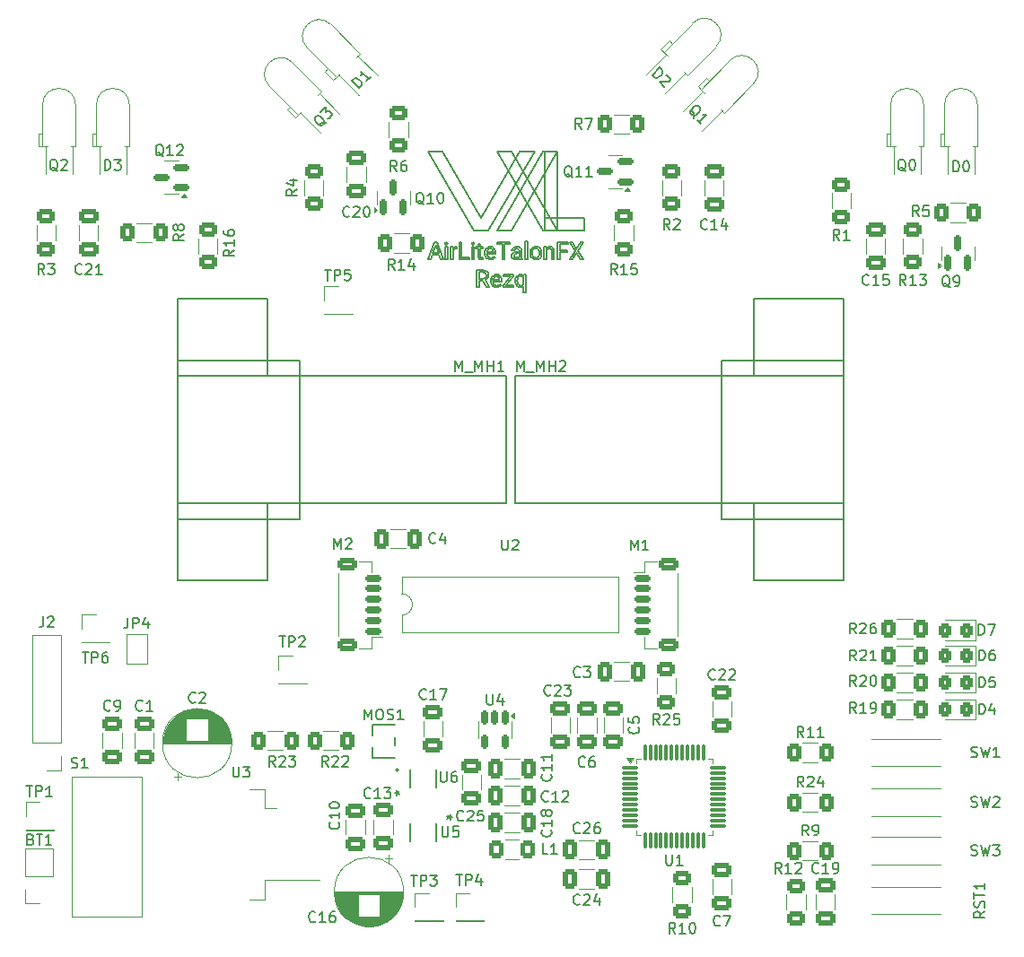
<source format=gto>
G04 #@! TF.GenerationSoftware,KiCad,Pcbnew,8.0.6*
G04 #@! TF.CreationDate,2025-03-26T21:52:31-07:00*
G04 #@! TF.ProjectId,rezq_rev3,72657a71-5f72-4657-9633-2e6b69636164,rev?*
G04 #@! TF.SameCoordinates,Original*
G04 #@! TF.FileFunction,Legend,Top*
G04 #@! TF.FilePolarity,Positive*
%FSLAX46Y46*%
G04 Gerber Fmt 4.6, Leading zero omitted, Abs format (unit mm)*
G04 Created by KiCad (PCBNEW 8.0.6) date 2025-03-26 21:52:31*
%MOMM*%
%LPD*%
G01*
G04 APERTURE LIST*
G04 Aperture macros list*
%AMRoundRect*
0 Rectangle with rounded corners*
0 $1 Rounding radius*
0 $2 $3 $4 $5 $6 $7 $8 $9 X,Y pos of 4 corners*
0 Add a 4 corners polygon primitive as box body*
4,1,4,$2,$3,$4,$5,$6,$7,$8,$9,$2,$3,0*
0 Add four circle primitives for the rounded corners*
1,1,$1+$1,$2,$3*
1,1,$1+$1,$4,$5*
1,1,$1+$1,$6,$7*
1,1,$1+$1,$8,$9*
0 Add four rect primitives between the rounded corners*
20,1,$1+$1,$2,$3,$4,$5,0*
20,1,$1+$1,$4,$5,$6,$7,0*
20,1,$1+$1,$6,$7,$8,$9,0*
20,1,$1+$1,$8,$9,$2,$3,0*%
%AMRotRect*
0 Rectangle, with rotation*
0 The origin of the aperture is its center*
0 $1 length*
0 $2 width*
0 $3 Rotation angle, in degrees counterclockwise*
0 Add horizontal line*
21,1,$1,$2,0,0,$3*%
G04 Aperture macros list end*
%ADD10C,0.150000*%
%ADD11C,0.120000*%
%ADD12C,0.152400*%
%ADD13RoundRect,0.250000X-0.650000X0.412500X-0.650000X-0.412500X0.650000X-0.412500X0.650000X0.412500X0*%
%ADD14RoundRect,0.250000X0.412500X0.650000X-0.412500X0.650000X-0.412500X-0.650000X0.412500X-0.650000X0*%
%ADD15RoundRect,0.150000X0.587500X0.150000X-0.587500X0.150000X-0.587500X-0.150000X0.587500X-0.150000X0*%
%ADD16R,1.700000X1.700000*%
%ADD17R,0.508000X0.508000*%
%ADD18RoundRect,0.250000X0.400000X0.625000X-0.400000X0.625000X-0.400000X-0.625000X0.400000X-0.625000X0*%
%ADD19RoundRect,0.150000X0.625000X-0.150000X0.625000X0.150000X-0.625000X0.150000X-0.625000X-0.150000X0*%
%ADD20RoundRect,0.250000X0.650000X-0.350000X0.650000X0.350000X-0.650000X0.350000X-0.650000X-0.350000X0*%
%ADD21C,2.200000*%
%ADD22C,2.184400*%
%ADD23R,2.500000X2.000000*%
%ADD24RoundRect,0.250000X-0.400000X-0.625000X0.400000X-0.625000X0.400000X0.625000X-0.400000X0.625000X0*%
%ADD25C,3.000000*%
%ADD26RoundRect,0.250000X0.325000X0.450000X-0.325000X0.450000X-0.325000X-0.450000X0.325000X-0.450000X0*%
%ADD27O,1.700000X1.700000*%
%ADD28RoundRect,0.250000X0.625000X-0.400000X0.625000X0.400000X-0.625000X0.400000X-0.625000X-0.400000X0*%
%ADD29R,1.500000X1.000000*%
%ADD30RoundRect,0.150000X0.150000X-0.587500X0.150000X0.587500X-0.150000X0.587500X-0.150000X-0.587500X0*%
%ADD31RotRect,1.800000X1.800000X135.000000*%
%ADD32C,1.800000*%
%ADD33RotRect,1.800000X1.800000X225.000000*%
%ADD34RoundRect,0.250000X-0.625000X0.400000X-0.625000X-0.400000X0.625000X-0.400000X0.625000X0.400000X0*%
%ADD35RoundRect,0.250000X0.650000X-0.412500X0.650000X0.412500X-0.650000X0.412500X-0.650000X-0.412500X0*%
%ADD36RoundRect,0.250000X-0.412500X-0.650000X0.412500X-0.650000X0.412500X0.650000X-0.412500X0.650000X0*%
%ADD37RoundRect,0.150000X-0.150000X0.512500X-0.150000X-0.512500X0.150000X-0.512500X0.150000X0.512500X0*%
%ADD38R,1.800000X1.800000*%
%ADD39R,1.600000X1.600000*%
%ADD40C,1.600000*%
%ADD41R,0.355600X0.850900*%
%ADD42O,1.600000X1.600000*%
%ADD43RoundRect,0.250001X-0.462499X-0.624999X0.462499X-0.624999X0.462499X0.624999X-0.462499X0.624999X0*%
%ADD44RoundRect,0.150000X-0.625000X0.150000X-0.625000X-0.150000X0.625000X-0.150000X0.625000X0.150000X0*%
%ADD45RoundRect,0.250000X-0.650000X0.350000X-0.650000X-0.350000X0.650000X-0.350000X0.650000X0.350000X0*%
%ADD46RoundRect,0.075000X-0.662500X-0.075000X0.662500X-0.075000X0.662500X0.075000X-0.662500X0.075000X0*%
%ADD47RoundRect,0.075000X-0.075000X-0.662500X0.075000X-0.662500X0.075000X0.662500X-0.075000X0.662500X0*%
%ADD48R,4.600000X1.100000*%
%ADD49C,1.524000*%
%ADD50R,9.400000X10.800000*%
G04 APERTURE END LIST*
D10*
X194932341Y-123684269D02*
X194932341Y-125106534D01*
X196512636Y-123806908D02*
X196715166Y-123806908D01*
X197121627Y-124718994D02*
X197121627Y-124681852D01*
X203674068Y-124495790D02*
X203674068Y-125278579D01*
X199966508Y-124289756D02*
X199893291Y-124421320D01*
X199893274Y-124422207D01*
X204001535Y-115062000D02*
X199671408Y-122562000D01*
X196786296Y-125300654D02*
X196639740Y-125263416D01*
X196581664Y-125218486D01*
X193930553Y-124093884D02*
X194127477Y-124093884D01*
X194503104Y-124087226D02*
X194503104Y-124275390D01*
X194403591Y-124268032D02*
X194252504Y-124307366D01*
X194143892Y-124416828D01*
X194133083Y-124437624D01*
X193596449Y-123861570D02*
X193506747Y-123894508D01*
X197377242Y-124150123D02*
X197523944Y-124088201D01*
X197639515Y-124071809D01*
X200798703Y-126836799D02*
X200807463Y-126717663D01*
X197998498Y-124224057D02*
X198072538Y-124356367D01*
X198113377Y-124515630D01*
X198126568Y-124659777D01*
X204998922Y-123684269D02*
X204998922Y-123857365D01*
X200430785Y-125278579D02*
X200402403Y-125153838D01*
X199994890Y-127300025D02*
X200010593Y-127133986D01*
X200052929Y-126988948D01*
X200122960Y-126858173D01*
X200398899Y-124467058D02*
X200352807Y-124319490D01*
X200335477Y-124297991D01*
X198495537Y-127201563D02*
X198495537Y-127186145D01*
X200514880Y-127759046D02*
X200670629Y-127715289D01*
X200781006Y-127613691D01*
X200790994Y-127598914D01*
X196106349Y-123696182D02*
X196137009Y-123779402D01*
X205140483Y-123684269D02*
X205386813Y-123684269D01*
X194413402Y-124071809D02*
X194503104Y-124087226D01*
X200481242Y-124174300D02*
X200570349Y-124308533D01*
X200601762Y-124455677D01*
X200601779Y-124456195D01*
X195913806Y-124093884D02*
X196116336Y-124093884D01*
X201668565Y-124147320D02*
X201810424Y-124090244D01*
X201947307Y-124071809D01*
X192167351Y-124862307D02*
X192017381Y-125278579D01*
X201815895Y-115062000D02*
X197485768Y-122562000D01*
X201949409Y-125300654D02*
X201786862Y-125274456D01*
X201651665Y-125208972D01*
X201559066Y-125132989D01*
X198126568Y-124659777D02*
X198126568Y-124744222D01*
X202192936Y-124359310D02*
X202064512Y-124263588D01*
X201947307Y-124238248D01*
X196605491Y-127085581D02*
X196928558Y-127085581D01*
X196715166Y-124984946D02*
X196744774Y-125091992D01*
X193606435Y-125278579D02*
X193403905Y-125278579D01*
X196605491Y-127257276D02*
X196605491Y-127902359D01*
X203471538Y-124494389D02*
X203439172Y-124346135D01*
X203413021Y-124305174D01*
X197177691Y-127004464D02*
X197256326Y-126874055D01*
X197270196Y-126787743D01*
X196792947Y-121362000D02*
X200430254Y-115062000D01*
X200398899Y-124703576D02*
X200240168Y-124703576D01*
X198773052Y-125278579D02*
X198773052Y-123857365D01*
X193506747Y-123662194D02*
X193596449Y-123696182D01*
X196715166Y-123806908D02*
X196715166Y-124093884D01*
X196980066Y-127257276D02*
X196605491Y-127257276D01*
X197325909Y-127902359D02*
X196980066Y-127257276D01*
X200466876Y-126695588D02*
X200622495Y-126722814D01*
X200756938Y-126798212D01*
X200798703Y-126836799D01*
X200807463Y-126717663D02*
X200993524Y-126717663D01*
X197551565Y-127889044D02*
X197551565Y-127902359D01*
X198569997Y-126847836D02*
X198644037Y-126980146D01*
X198684876Y-127139409D01*
X198698067Y-127283556D01*
X198981890Y-125278579D02*
X198773052Y-125278579D01*
X194721051Y-123684269D02*
X194932341Y-123684269D01*
X202488321Y-124685005D02*
X202488321Y-124699371D01*
X199689343Y-124422207D02*
X199735179Y-124277059D01*
X199752414Y-124250862D01*
X194127477Y-124093884D02*
X194130631Y-124230539D01*
X197182071Y-126561036D02*
X197041933Y-126495800D01*
X196927507Y-126481145D01*
X197481486Y-126787743D02*
X197452453Y-126945401D01*
X197401069Y-127047213D01*
X200283968Y-126978710D02*
X200221880Y-127124651D01*
X200199345Y-127276640D01*
X200197420Y-127323151D01*
X200275383Y-125074823D02*
X200384996Y-124970295D01*
X200398899Y-124946752D01*
X205896992Y-124474766D02*
X206412778Y-125278579D01*
X197844148Y-127766054D02*
X197756838Y-127633099D01*
X197708680Y-127479135D01*
X197693126Y-127342773D01*
X197336421Y-126430688D02*
X197427622Y-126552987D01*
X197473836Y-126707105D01*
X197481486Y-126787743D01*
X196928558Y-127085581D02*
X197085797Y-127056295D01*
X197177691Y-127004464D01*
X200122960Y-126858173D02*
X200245094Y-126755957D01*
X200391827Y-126704161D01*
X200466876Y-126695588D01*
X197693126Y-127305631D02*
X197708729Y-127154511D01*
X197752152Y-127009636D01*
X197760402Y-126990799D01*
X191770000Y-115062000D02*
X193155641Y-115062000D01*
X201947307Y-124238248D02*
X201795521Y-124281321D01*
X201705357Y-124357558D01*
X199777643Y-125201492D02*
X199688986Y-125068057D01*
X199665516Y-124949906D01*
X199494522Y-123684269D02*
X199494522Y-123857365D01*
X197639515Y-124071809D02*
X197793022Y-124095597D01*
X197936779Y-124169091D01*
X197998498Y-124224057D01*
X199752414Y-124250862D02*
X199867907Y-124150340D01*
X199923233Y-124119989D01*
X199806201Y-124662580D02*
X199943831Y-124598254D01*
X200100449Y-124567123D01*
X200201975Y-124560264D01*
X200398899Y-124946752D02*
X200398899Y-124703576D01*
X197270196Y-126787743D02*
X197234352Y-126634125D01*
X197182071Y-126561036D01*
X197902314Y-127201563D02*
X198495537Y-127201563D01*
X205645056Y-124474766D02*
X205140483Y-123684269D01*
X192231124Y-124689560D02*
X192773189Y-124689560D01*
X193930553Y-125278579D02*
X193930553Y-124093884D01*
X205377002Y-125278579D02*
X205128219Y-125278579D01*
X195688149Y-125278579D02*
X194721051Y-125278579D01*
X196512636Y-124250512D02*
X196296790Y-124250512D01*
X201409446Y-124675194D02*
X201425334Y-124525371D01*
X201469549Y-124380818D01*
X201477949Y-124361938D01*
X196296790Y-124093884D02*
X196512636Y-124093884D01*
X204890649Y-124574630D02*
X204221389Y-124574630D01*
X203471538Y-125278579D02*
X203471538Y-124494389D01*
X197272649Y-125142274D02*
X197185339Y-125009320D01*
X197137181Y-124855355D01*
X197121627Y-124718994D01*
X204221389Y-123857365D02*
X204221389Y-124402584D01*
X196137009Y-123779402D02*
X196106349Y-123861570D01*
X197924038Y-124562366D02*
X197890230Y-124409786D01*
X197840819Y-124323219D01*
X202488321Y-124699371D02*
X202470176Y-124861079D01*
X202423562Y-125006286D01*
X202421921Y-125009824D01*
X196512636Y-124093884D02*
X196512636Y-123806908D01*
X198247105Y-127759046D02*
X198394715Y-127731058D01*
X198428786Y-127715246D01*
X195688149Y-125106534D02*
X195688149Y-125278579D01*
X192017381Y-125278579D02*
X191800835Y-125278579D01*
X196116336Y-125278579D02*
X195913806Y-125278579D01*
X196715166Y-124093884D02*
X196936267Y-124093884D01*
X204001535Y-122562000D02*
X202615895Y-122562000D01*
X196100127Y-122562000D02*
X191770000Y-115062000D01*
X198285768Y-115062000D02*
X199671408Y-115062000D01*
X201705357Y-124357558D02*
X201639373Y-124503948D01*
X201615424Y-124653816D01*
X201613378Y-124699371D01*
X199783600Y-126860976D02*
X199123100Y-127736971D01*
X193417571Y-123696182D02*
X193506747Y-123662194D01*
X202940335Y-124242803D02*
X203053152Y-124143947D01*
X203194827Y-124086128D01*
X203295288Y-124071809D01*
X202944890Y-125278579D02*
X202742360Y-125278579D01*
X197401069Y-127047213D02*
X197285620Y-127154356D01*
X197176990Y-127212425D01*
X206153133Y-123684269D02*
X206400514Y-123684269D01*
X194133083Y-125278579D02*
X193930553Y-125278579D01*
X193596449Y-123696182D02*
X193627109Y-123779402D01*
X202615895Y-115062000D02*
X204001535Y-115062000D01*
X198428786Y-127715246D02*
X198544034Y-127617073D01*
X198559310Y-127598914D01*
X201559066Y-125132989D02*
X201472566Y-124992969D01*
X201428148Y-124848399D01*
X201409569Y-124696514D01*
X201409446Y-124689560D01*
X200201975Y-124560264D02*
X200398899Y-124560264D01*
X198885530Y-126885154D02*
X198885530Y-126717663D01*
X199994890Y-127314391D02*
X199994890Y-127300025D01*
X197675606Y-125135266D02*
X197823216Y-125107279D01*
X197857287Y-125091467D01*
X202801535Y-115062000D02*
X204001535Y-115062000D01*
X201949409Y-125135266D02*
X202094923Y-125096961D01*
X202194688Y-125014204D01*
X192773189Y-124689560D02*
X192501631Y-123943914D01*
X198875719Y-127902359D02*
X198875719Y-127753440D01*
X197857287Y-125091467D02*
X197972535Y-124993294D01*
X197987811Y-124975135D01*
X192501631Y-123943914D02*
X192231124Y-124689560D01*
X197760402Y-126990799D02*
X197849558Y-126861270D01*
X197948741Y-126773902D01*
X202933677Y-124093884D02*
X202940335Y-124242803D01*
X197895656Y-127368002D02*
X197925481Y-127523175D01*
X197997972Y-127651123D01*
X195927471Y-123861570D02*
X195897337Y-123779577D01*
X201477949Y-124361938D02*
X201568364Y-124232900D01*
X201668565Y-124147320D01*
X196941873Y-125114243D02*
X196941873Y-125278579D01*
X196394201Y-127902359D02*
X196394201Y-126308048D01*
X196116336Y-124093884D02*
X196116336Y-125278579D01*
X193203478Y-125278579D02*
X192987633Y-125278579D01*
X200517333Y-126862027D02*
X200370001Y-126904152D01*
X200283968Y-126978710D01*
X200790994Y-127598914D02*
X200790994Y-127018655D01*
X204011151Y-123684269D02*
X204998922Y-123684269D01*
X195897337Y-123779577D02*
X195927471Y-123696182D01*
X196936267Y-124250512D02*
X196715166Y-124250512D01*
X204001535Y-122562000D02*
X206551535Y-122562000D01*
X202742360Y-124093884D02*
X202933677Y-124093884D01*
X200993524Y-128357876D02*
X200790994Y-128357876D01*
X197188903Y-124367019D02*
X197278059Y-124237491D01*
X197377242Y-124150123D01*
X199529561Y-126885154D02*
X198885530Y-126885154D01*
X198683000Y-127695274D02*
X198568570Y-127815161D01*
X198421432Y-127890075D01*
X198274322Y-127922035D01*
X198236243Y-127924434D01*
X205771199Y-124295363D02*
X206153133Y-123684269D01*
X197840819Y-124323219D02*
X197704668Y-124246999D01*
X197639515Y-124238248D01*
X201613378Y-124699371D02*
X201634589Y-124860017D01*
X201693617Y-124999068D01*
X201704832Y-125015781D01*
X193506747Y-123894508D02*
X193417571Y-123861570D01*
X196744774Y-125091992D02*
X196845514Y-125127558D01*
X196936267Y-124093884D02*
X196936267Y-124250512D01*
X200402403Y-125153838D02*
X200275790Y-125246140D01*
X200124323Y-125294690D01*
X200064969Y-125300654D01*
X200790994Y-128357876D02*
X200790994Y-127792684D01*
X199868046Y-124921524D02*
X199923691Y-125062871D01*
X199931468Y-125070443D01*
X202232356Y-125223917D02*
X202088704Y-125281919D01*
X201949409Y-125300654D01*
X192593435Y-123684269D02*
X193203478Y-125278579D01*
X196106349Y-123861570D02*
X196016647Y-123894508D01*
X200464773Y-127924434D02*
X200305142Y-127892207D01*
X200174118Y-127810178D01*
X200122435Y-127757294D01*
X203060696Y-124296414D02*
X202959212Y-124408973D01*
X202944890Y-124434471D01*
X198875719Y-127753440D02*
X199529561Y-126885154D01*
X199123100Y-127736971D02*
X199816187Y-127736971D01*
X193387437Y-123779577D02*
X193417571Y-123696182D01*
X196605491Y-127902359D02*
X196394201Y-127902359D01*
X197176990Y-127212425D02*
X197551565Y-127889044D01*
X198005155Y-126951379D02*
X197928766Y-127090244D01*
X197902314Y-127201563D01*
X192409476Y-123684269D02*
X192593435Y-123684269D01*
X199923233Y-124119989D02*
X200073421Y-124079032D01*
X200160278Y-124071809D01*
X200160278Y-124071809D02*
X200311511Y-124091570D01*
X200454319Y-124154538D01*
X200481242Y-124174300D01*
X200430254Y-115062000D02*
X201815895Y-115062000D01*
X198559310Y-127598914D02*
X198683000Y-127695274D01*
X198211014Y-126862027D02*
X198062094Y-126906703D01*
X198005155Y-126951379D01*
X196016647Y-123894508D02*
X195927471Y-123861570D01*
X197485768Y-122562000D02*
X196100127Y-122562000D01*
X206412778Y-125278579D02*
X206162944Y-125278579D01*
X200643126Y-125278579D02*
X200430785Y-125278579D01*
X199671408Y-122562000D02*
X198285768Y-122562000D01*
X196016647Y-123662194D02*
X196106349Y-123696182D01*
X199671408Y-115062000D02*
X204001535Y-122562000D01*
X196927507Y-126481145D02*
X196605491Y-126481145D01*
X201139289Y-123596669D02*
X201139289Y-125278579D01*
X198285768Y-122562000D02*
X202615895Y-115062000D01*
X204001535Y-122562000D02*
X202801535Y-122562000D01*
X202615895Y-122562000D02*
X198285768Y-115062000D01*
X197551565Y-127902359D02*
X197325909Y-127902359D01*
X193155641Y-115062000D02*
X196792947Y-121362000D01*
X202742360Y-125278579D02*
X202742360Y-124093884D01*
X200993524Y-126717663D02*
X200993524Y-128357876D01*
X200283443Y-127642889D02*
X200403957Y-127734732D01*
X200514880Y-127759046D01*
X200335477Y-124297991D02*
X200197271Y-124239311D01*
X200148364Y-124235094D01*
X193403905Y-125278579D02*
X193403905Y-124093884D01*
X198126568Y-124744222D02*
X197324157Y-124744222D01*
X206162944Y-125278579D02*
X205771199Y-124656623D01*
X201139289Y-125278579D02*
X200936759Y-125278579D01*
X197121627Y-124681852D02*
X197137230Y-124530732D01*
X197180653Y-124385856D01*
X197188903Y-124367019D01*
X199665516Y-124949906D02*
X199698145Y-124801284D01*
X199788950Y-124677062D01*
X199806201Y-124662580D01*
X203295288Y-124071809D02*
X203445490Y-124099627D01*
X203580206Y-124205959D01*
X203647744Y-124342723D01*
X203673940Y-124491028D01*
X203674068Y-124495790D01*
X195913806Y-125278579D02*
X195913806Y-124093884D01*
X199783600Y-126717663D02*
X199783600Y-126860976D01*
X202194688Y-125014204D02*
X202259792Y-124867801D01*
X202284022Y-124711139D01*
X202285441Y-124675194D01*
X198236243Y-127924434D02*
X198073275Y-127899687D01*
X197925761Y-127830473D01*
X197844148Y-127766054D01*
X204890649Y-124402584D02*
X204890649Y-124574630D01*
X197433656Y-124327599D02*
X197357267Y-124466464D01*
X197330815Y-124577783D01*
X198261471Y-123857365D02*
X198261471Y-123684269D01*
X203413021Y-124305174D02*
X203269526Y-124246344D01*
X203233968Y-124243854D01*
X197324157Y-124744222D02*
X197353982Y-124899396D01*
X197426473Y-125027344D01*
X199816187Y-127902359D02*
X198875719Y-127902359D01*
X202801535Y-122562000D02*
X202801535Y-115062000D01*
X198698067Y-127368002D02*
X197895656Y-127368002D01*
X200601779Y-124456195D02*
X200601779Y-125001414D01*
X205386813Y-123684269D02*
X205771199Y-124295363D01*
X197664744Y-125300654D02*
X197501776Y-125275907D01*
X197354262Y-125206693D01*
X197272649Y-125142274D01*
X201704832Y-125015781D02*
X201832423Y-125110255D01*
X201949409Y-125135266D01*
X191800835Y-125278579D02*
X192409476Y-123684269D01*
X206400514Y-123684269D02*
X205896992Y-124474766D01*
X196581664Y-125218486D02*
X196522985Y-125080038D01*
X196512636Y-124984946D01*
X194932341Y-125106534D02*
X195688149Y-125106534D01*
X196605491Y-126481145D02*
X196605491Y-127085581D01*
X194130631Y-124230539D02*
X194240465Y-124123388D01*
X194383262Y-124074289D01*
X194413402Y-124071809D01*
X195927471Y-123696182D02*
X196016647Y-123662194D01*
X200936759Y-123596669D02*
X201139289Y-123596669D01*
X200064969Y-125300654D02*
X199908646Y-125273557D01*
X199777643Y-125201492D01*
X198773052Y-123857365D02*
X198261471Y-123857365D01*
X194503104Y-124275390D02*
X194403591Y-124268032D01*
X202285441Y-124675194D02*
X202263985Y-124515601D01*
X202204278Y-124376193D01*
X202192936Y-124359310D01*
X193627109Y-123779402D02*
X193596449Y-123861570D01*
X198495537Y-127186145D02*
X198461729Y-127033565D01*
X198412318Y-126946999D01*
X206551535Y-121362000D02*
X202801535Y-121362000D01*
X193606435Y-124093884D02*
X193606435Y-125278579D01*
X200601779Y-125001414D02*
X200614861Y-125155323D01*
X200643126Y-125261059D01*
X196512636Y-124984946D02*
X196512636Y-124250512D01*
X204001535Y-122562000D02*
X204001535Y-115062000D01*
X198211014Y-126695588D02*
X198364521Y-126719376D01*
X198508278Y-126792870D01*
X198569997Y-126847836D01*
X200122435Y-127757294D02*
X200048698Y-127617578D01*
X200008026Y-127456577D01*
X199994890Y-127314391D01*
X196394201Y-126308048D02*
X196921900Y-126308048D01*
X197948741Y-126773902D02*
X198095443Y-126711980D01*
X198211014Y-126695588D01*
X201947307Y-124071809D02*
X202110460Y-124097979D01*
X202245993Y-124163394D01*
X202338701Y-124239299D01*
X202944890Y-124434471D02*
X202944890Y-125278579D01*
X200094753Y-125124054D02*
X200243360Y-125090399D01*
X200275383Y-125074823D01*
X194721051Y-125278579D02*
X194721051Y-123684269D01*
X200790994Y-127792684D02*
X200660989Y-127881621D01*
X200515733Y-127920413D01*
X200464773Y-127924434D01*
X197987811Y-124975135D02*
X198111501Y-125071494D01*
X200936759Y-125278579D02*
X200936759Y-123596669D01*
X204221389Y-124574630D02*
X204221389Y-125278579D01*
X201409446Y-124689560D02*
X201409446Y-124675194D01*
X203674068Y-125278579D02*
X203471538Y-125278579D01*
X199893274Y-124422207D02*
X199689343Y-124422207D01*
X202338701Y-124239299D02*
X202425200Y-124379600D01*
X202469618Y-124524960D01*
X202488197Y-124677989D01*
X202488321Y-124685005D01*
X199816187Y-127736971D02*
X199816187Y-127902359D01*
X197426473Y-125027344D02*
X197558570Y-125112675D01*
X197675606Y-125135266D01*
X200197420Y-127323151D02*
X200214006Y-127473537D01*
X200266856Y-127615963D01*
X200283443Y-127642889D01*
X196921900Y-126308048D02*
X197080657Y-126323086D01*
X197230206Y-126369368D01*
X197336421Y-126430688D01*
X198885530Y-126717663D02*
X199783600Y-126717663D01*
X204221389Y-124402584D02*
X204890649Y-124402584D01*
X204998922Y-123857365D02*
X204221389Y-123857365D01*
X193403905Y-124093884D02*
X193606435Y-124093884D01*
X200398899Y-124560264D02*
X200398899Y-124467058D01*
X204011151Y-125278579D02*
X204011151Y-123684269D01*
X197330815Y-124577783D02*
X197924038Y-124577783D01*
X194133083Y-124437624D02*
X194133083Y-125278579D01*
X206551535Y-122562000D02*
X206551535Y-121362000D01*
X202421921Y-125009824D02*
X202332761Y-125137925D01*
X202232356Y-125223917D01*
X192987633Y-125278579D02*
X192835560Y-124862307D01*
X198412318Y-126946999D02*
X198276167Y-126870778D01*
X198211014Y-126862027D01*
X198261471Y-123684269D02*
X199494522Y-123684269D01*
X205771199Y-124656623D02*
X205377002Y-125278579D01*
X199931468Y-125070443D02*
X200074087Y-125122861D01*
X200094753Y-125124054D01*
X198111501Y-125071494D02*
X197997071Y-125191381D01*
X197849933Y-125266295D01*
X197702823Y-125298255D01*
X197664744Y-125300654D01*
X197997972Y-127651123D02*
X198130069Y-127736455D01*
X198247105Y-127759046D01*
X196845514Y-125127558D02*
X196941873Y-125114243D01*
X200643126Y-125261059D02*
X200643126Y-125278579D01*
X200148364Y-124235094D02*
X200000229Y-124270021D01*
X199966508Y-124289756D01*
X197924038Y-124577783D02*
X197924038Y-124562366D01*
X196941873Y-125278579D02*
X196791566Y-125300569D01*
X196786296Y-125300654D01*
X198981890Y-123857365D02*
X198981890Y-125278579D01*
X192835560Y-124862307D02*
X192167351Y-124862307D01*
X203233968Y-124243854D02*
X203085056Y-124282051D01*
X203060696Y-124296414D01*
X197639515Y-124238248D02*
X197490595Y-124282923D01*
X197433656Y-124327599D01*
X193417571Y-123861570D02*
X193387437Y-123779577D01*
X198698067Y-127283556D02*
X198698067Y-127368002D01*
X197693126Y-127342773D02*
X197693126Y-127305631D01*
X199494522Y-123857365D02*
X198981890Y-123857365D01*
X196715166Y-124250512D02*
X196715166Y-124984946D01*
X200790994Y-127018655D02*
X200673419Y-126906293D01*
X200529333Y-126862624D01*
X200517333Y-126862027D01*
X205128219Y-125278579D02*
X205645056Y-124474766D01*
X204221389Y-125278579D02*
X204011151Y-125278579D01*
X196296790Y-124250512D02*
X196296790Y-124093884D01*
X200240168Y-124703576D02*
X200067643Y-124723689D01*
X199923839Y-124802346D01*
X199868046Y-124921524D01*
X154302285Y-180017009D02*
X154445142Y-180064628D01*
X154445142Y-180064628D02*
X154492761Y-180112247D01*
X154492761Y-180112247D02*
X154540380Y-180207485D01*
X154540380Y-180207485D02*
X154540380Y-180350342D01*
X154540380Y-180350342D02*
X154492761Y-180445580D01*
X154492761Y-180445580D02*
X154445142Y-180493200D01*
X154445142Y-180493200D02*
X154349904Y-180540819D01*
X154349904Y-180540819D02*
X153968952Y-180540819D01*
X153968952Y-180540819D02*
X153968952Y-179540819D01*
X153968952Y-179540819D02*
X154302285Y-179540819D01*
X154302285Y-179540819D02*
X154397523Y-179588438D01*
X154397523Y-179588438D02*
X154445142Y-179636057D01*
X154445142Y-179636057D02*
X154492761Y-179731295D01*
X154492761Y-179731295D02*
X154492761Y-179826533D01*
X154492761Y-179826533D02*
X154445142Y-179921771D01*
X154445142Y-179921771D02*
X154397523Y-179969390D01*
X154397523Y-179969390D02*
X154302285Y-180017009D01*
X154302285Y-180017009D02*
X153968952Y-180017009D01*
X154826095Y-179540819D02*
X155397523Y-179540819D01*
X155111809Y-180540819D02*
X155111809Y-179540819D01*
X156254666Y-180540819D02*
X155683238Y-180540819D01*
X155968952Y-180540819D02*
X155968952Y-179540819D01*
X155968952Y-179540819D02*
X155873714Y-179683676D01*
X155873714Y-179683676D02*
X155778476Y-179778914D01*
X155778476Y-179778914D02*
X155683238Y-179826533D01*
X218107142Y-122359580D02*
X218059523Y-122407200D01*
X218059523Y-122407200D02*
X217916666Y-122454819D01*
X217916666Y-122454819D02*
X217821428Y-122454819D01*
X217821428Y-122454819D02*
X217678571Y-122407200D01*
X217678571Y-122407200D02*
X217583333Y-122311961D01*
X217583333Y-122311961D02*
X217535714Y-122216723D01*
X217535714Y-122216723D02*
X217488095Y-122026247D01*
X217488095Y-122026247D02*
X217488095Y-121883390D01*
X217488095Y-121883390D02*
X217535714Y-121692914D01*
X217535714Y-121692914D02*
X217583333Y-121597676D01*
X217583333Y-121597676D02*
X217678571Y-121502438D01*
X217678571Y-121502438D02*
X217821428Y-121454819D01*
X217821428Y-121454819D02*
X217916666Y-121454819D01*
X217916666Y-121454819D02*
X218059523Y-121502438D01*
X218059523Y-121502438D02*
X218107142Y-121550057D01*
X219059523Y-122454819D02*
X218488095Y-122454819D01*
X218773809Y-122454819D02*
X218773809Y-121454819D01*
X218773809Y-121454819D02*
X218678571Y-121597676D01*
X218678571Y-121597676D02*
X218583333Y-121692914D01*
X218583333Y-121692914D02*
X218488095Y-121740533D01*
X219916666Y-121788152D02*
X219916666Y-122454819D01*
X219678571Y-121407200D02*
X219440476Y-122121485D01*
X219440476Y-122121485D02*
X220059523Y-122121485D01*
X159107142Y-126609580D02*
X159059523Y-126657200D01*
X159059523Y-126657200D02*
X158916666Y-126704819D01*
X158916666Y-126704819D02*
X158821428Y-126704819D01*
X158821428Y-126704819D02*
X158678571Y-126657200D01*
X158678571Y-126657200D02*
X158583333Y-126561961D01*
X158583333Y-126561961D02*
X158535714Y-126466723D01*
X158535714Y-126466723D02*
X158488095Y-126276247D01*
X158488095Y-126276247D02*
X158488095Y-126133390D01*
X158488095Y-126133390D02*
X158535714Y-125942914D01*
X158535714Y-125942914D02*
X158583333Y-125847676D01*
X158583333Y-125847676D02*
X158678571Y-125752438D01*
X158678571Y-125752438D02*
X158821428Y-125704819D01*
X158821428Y-125704819D02*
X158916666Y-125704819D01*
X158916666Y-125704819D02*
X159059523Y-125752438D01*
X159059523Y-125752438D02*
X159107142Y-125800057D01*
X159488095Y-125800057D02*
X159535714Y-125752438D01*
X159535714Y-125752438D02*
X159630952Y-125704819D01*
X159630952Y-125704819D02*
X159869047Y-125704819D01*
X159869047Y-125704819D02*
X159964285Y-125752438D01*
X159964285Y-125752438D02*
X160011904Y-125800057D01*
X160011904Y-125800057D02*
X160059523Y-125895295D01*
X160059523Y-125895295D02*
X160059523Y-125990533D01*
X160059523Y-125990533D02*
X160011904Y-126133390D01*
X160011904Y-126133390D02*
X159440476Y-126704819D01*
X159440476Y-126704819D02*
X160059523Y-126704819D01*
X161011904Y-126704819D02*
X160440476Y-126704819D01*
X160726190Y-126704819D02*
X160726190Y-125704819D01*
X160726190Y-125704819D02*
X160630952Y-125847676D01*
X160630952Y-125847676D02*
X160535714Y-125942914D01*
X160535714Y-125942914D02*
X160440476Y-125990533D01*
X206107142Y-186109580D02*
X206059523Y-186157200D01*
X206059523Y-186157200D02*
X205916666Y-186204819D01*
X205916666Y-186204819D02*
X205821428Y-186204819D01*
X205821428Y-186204819D02*
X205678571Y-186157200D01*
X205678571Y-186157200D02*
X205583333Y-186061961D01*
X205583333Y-186061961D02*
X205535714Y-185966723D01*
X205535714Y-185966723D02*
X205488095Y-185776247D01*
X205488095Y-185776247D02*
X205488095Y-185633390D01*
X205488095Y-185633390D02*
X205535714Y-185442914D01*
X205535714Y-185442914D02*
X205583333Y-185347676D01*
X205583333Y-185347676D02*
X205678571Y-185252438D01*
X205678571Y-185252438D02*
X205821428Y-185204819D01*
X205821428Y-185204819D02*
X205916666Y-185204819D01*
X205916666Y-185204819D02*
X206059523Y-185252438D01*
X206059523Y-185252438D02*
X206107142Y-185300057D01*
X206488095Y-185300057D02*
X206535714Y-185252438D01*
X206535714Y-185252438D02*
X206630952Y-185204819D01*
X206630952Y-185204819D02*
X206869047Y-185204819D01*
X206869047Y-185204819D02*
X206964285Y-185252438D01*
X206964285Y-185252438D02*
X207011904Y-185300057D01*
X207011904Y-185300057D02*
X207059523Y-185395295D01*
X207059523Y-185395295D02*
X207059523Y-185490533D01*
X207059523Y-185490533D02*
X207011904Y-185633390D01*
X207011904Y-185633390D02*
X206440476Y-186204819D01*
X206440476Y-186204819D02*
X207059523Y-186204819D01*
X207916666Y-185538152D02*
X207916666Y-186204819D01*
X207678571Y-185157200D02*
X207440476Y-185871485D01*
X207440476Y-185871485D02*
X208059523Y-185871485D01*
X205388571Y-117550057D02*
X205293333Y-117502438D01*
X205293333Y-117502438D02*
X205198095Y-117407200D01*
X205198095Y-117407200D02*
X205055238Y-117264342D01*
X205055238Y-117264342D02*
X204960000Y-117216723D01*
X204960000Y-117216723D02*
X204864762Y-117216723D01*
X204912381Y-117454819D02*
X204817143Y-117407200D01*
X204817143Y-117407200D02*
X204721905Y-117311961D01*
X204721905Y-117311961D02*
X204674286Y-117121485D01*
X204674286Y-117121485D02*
X204674286Y-116788152D01*
X204674286Y-116788152D02*
X204721905Y-116597676D01*
X204721905Y-116597676D02*
X204817143Y-116502438D01*
X204817143Y-116502438D02*
X204912381Y-116454819D01*
X204912381Y-116454819D02*
X205102857Y-116454819D01*
X205102857Y-116454819D02*
X205198095Y-116502438D01*
X205198095Y-116502438D02*
X205293333Y-116597676D01*
X205293333Y-116597676D02*
X205340952Y-116788152D01*
X205340952Y-116788152D02*
X205340952Y-117121485D01*
X205340952Y-117121485D02*
X205293333Y-117311961D01*
X205293333Y-117311961D02*
X205198095Y-117407200D01*
X205198095Y-117407200D02*
X205102857Y-117454819D01*
X205102857Y-117454819D02*
X204912381Y-117454819D01*
X206293333Y-117454819D02*
X205721905Y-117454819D01*
X206007619Y-117454819D02*
X206007619Y-116454819D01*
X206007619Y-116454819D02*
X205912381Y-116597676D01*
X205912381Y-116597676D02*
X205817143Y-116692914D01*
X205817143Y-116692914D02*
X205721905Y-116740533D01*
X207245714Y-117454819D02*
X206674286Y-117454819D01*
X206960000Y-117454819D02*
X206960000Y-116454819D01*
X206960000Y-116454819D02*
X206864762Y-116597676D01*
X206864762Y-116597676D02*
X206769524Y-116692914D01*
X206769524Y-116692914D02*
X206674286Y-116740533D01*
X164831333Y-167801580D02*
X164783714Y-167849200D01*
X164783714Y-167849200D02*
X164640857Y-167896819D01*
X164640857Y-167896819D02*
X164545619Y-167896819D01*
X164545619Y-167896819D02*
X164402762Y-167849200D01*
X164402762Y-167849200D02*
X164307524Y-167753961D01*
X164307524Y-167753961D02*
X164259905Y-167658723D01*
X164259905Y-167658723D02*
X164212286Y-167468247D01*
X164212286Y-167468247D02*
X164212286Y-167325390D01*
X164212286Y-167325390D02*
X164259905Y-167134914D01*
X164259905Y-167134914D02*
X164307524Y-167039676D01*
X164307524Y-167039676D02*
X164402762Y-166944438D01*
X164402762Y-166944438D02*
X164545619Y-166896819D01*
X164545619Y-166896819D02*
X164640857Y-166896819D01*
X164640857Y-166896819D02*
X164783714Y-166944438D01*
X164783714Y-166944438D02*
X164831333Y-166992057D01*
X165783714Y-167896819D02*
X165212286Y-167896819D01*
X165498000Y-167896819D02*
X165498000Y-166896819D01*
X165498000Y-166896819D02*
X165402762Y-167039676D01*
X165402762Y-167039676D02*
X165307524Y-167134914D01*
X165307524Y-167134914D02*
X165212286Y-167182533D01*
X194438095Y-183344819D02*
X195009523Y-183344819D01*
X194723809Y-184344819D02*
X194723809Y-183344819D01*
X195342857Y-184344819D02*
X195342857Y-183344819D01*
X195342857Y-183344819D02*
X195723809Y-183344819D01*
X195723809Y-183344819D02*
X195819047Y-183392438D01*
X195819047Y-183392438D02*
X195866666Y-183440057D01*
X195866666Y-183440057D02*
X195914285Y-183535295D01*
X195914285Y-183535295D02*
X195914285Y-183678152D01*
X195914285Y-183678152D02*
X195866666Y-183773390D01*
X195866666Y-183773390D02*
X195819047Y-183821009D01*
X195819047Y-183821009D02*
X195723809Y-183868628D01*
X195723809Y-183868628D02*
X195342857Y-183868628D01*
X196771428Y-183678152D02*
X196771428Y-184344819D01*
X196533333Y-183297200D02*
X196295238Y-184011485D01*
X196295238Y-184011485D02*
X196914285Y-184011485D01*
X185790476Y-168736819D02*
X185790476Y-167736819D01*
X185790476Y-167736819D02*
X186123809Y-168451104D01*
X186123809Y-168451104D02*
X186457142Y-167736819D01*
X186457142Y-167736819D02*
X186457142Y-168736819D01*
X187123809Y-167736819D02*
X187314285Y-167736819D01*
X187314285Y-167736819D02*
X187409523Y-167784438D01*
X187409523Y-167784438D02*
X187504761Y-167879676D01*
X187504761Y-167879676D02*
X187552380Y-168070152D01*
X187552380Y-168070152D02*
X187552380Y-168403485D01*
X187552380Y-168403485D02*
X187504761Y-168593961D01*
X187504761Y-168593961D02*
X187409523Y-168689200D01*
X187409523Y-168689200D02*
X187314285Y-168736819D01*
X187314285Y-168736819D02*
X187123809Y-168736819D01*
X187123809Y-168736819D02*
X187028571Y-168689200D01*
X187028571Y-168689200D02*
X186933333Y-168593961D01*
X186933333Y-168593961D02*
X186885714Y-168403485D01*
X186885714Y-168403485D02*
X186885714Y-168070152D01*
X186885714Y-168070152D02*
X186933333Y-167879676D01*
X186933333Y-167879676D02*
X187028571Y-167784438D01*
X187028571Y-167784438D02*
X187123809Y-167736819D01*
X187933333Y-168689200D02*
X188076190Y-168736819D01*
X188076190Y-168736819D02*
X188314285Y-168736819D01*
X188314285Y-168736819D02*
X188409523Y-168689200D01*
X188409523Y-168689200D02*
X188457142Y-168641580D01*
X188457142Y-168641580D02*
X188504761Y-168546342D01*
X188504761Y-168546342D02*
X188504761Y-168451104D01*
X188504761Y-168451104D02*
X188457142Y-168355866D01*
X188457142Y-168355866D02*
X188409523Y-168308247D01*
X188409523Y-168308247D02*
X188314285Y-168260628D01*
X188314285Y-168260628D02*
X188123809Y-168213009D01*
X188123809Y-168213009D02*
X188028571Y-168165390D01*
X188028571Y-168165390D02*
X187980952Y-168117771D01*
X187980952Y-168117771D02*
X187933333Y-168022533D01*
X187933333Y-168022533D02*
X187933333Y-167927295D01*
X187933333Y-167927295D02*
X187980952Y-167832057D01*
X187980952Y-167832057D02*
X188028571Y-167784438D01*
X188028571Y-167784438D02*
X188123809Y-167736819D01*
X188123809Y-167736819D02*
X188361904Y-167736819D01*
X188361904Y-167736819D02*
X188504761Y-167784438D01*
X189457142Y-168736819D02*
X188885714Y-168736819D01*
X189171428Y-168736819D02*
X189171428Y-167736819D01*
X189171428Y-167736819D02*
X189076190Y-167879676D01*
X189076190Y-167879676D02*
X188980952Y-167974914D01*
X188980952Y-167974914D02*
X188885714Y-168022533D01*
X232166142Y-168094819D02*
X231832809Y-167618628D01*
X231594714Y-168094819D02*
X231594714Y-167094819D01*
X231594714Y-167094819D02*
X231975666Y-167094819D01*
X231975666Y-167094819D02*
X232070904Y-167142438D01*
X232070904Y-167142438D02*
X232118523Y-167190057D01*
X232118523Y-167190057D02*
X232166142Y-167285295D01*
X232166142Y-167285295D02*
X232166142Y-167428152D01*
X232166142Y-167428152D02*
X232118523Y-167523390D01*
X232118523Y-167523390D02*
X232070904Y-167571009D01*
X232070904Y-167571009D02*
X231975666Y-167618628D01*
X231975666Y-167618628D02*
X231594714Y-167618628D01*
X233118523Y-168094819D02*
X232547095Y-168094819D01*
X232832809Y-168094819D02*
X232832809Y-167094819D01*
X232832809Y-167094819D02*
X232737571Y-167237676D01*
X232737571Y-167237676D02*
X232642333Y-167332914D01*
X232642333Y-167332914D02*
X232547095Y-167380533D01*
X233594714Y-168094819D02*
X233785190Y-168094819D01*
X233785190Y-168094819D02*
X233880428Y-168047200D01*
X233880428Y-168047200D02*
X233928047Y-167999580D01*
X233928047Y-167999580D02*
X234023285Y-167856723D01*
X234023285Y-167856723D02*
X234070904Y-167666247D01*
X234070904Y-167666247D02*
X234070904Y-167285295D01*
X234070904Y-167285295D02*
X234023285Y-167190057D01*
X234023285Y-167190057D02*
X233975666Y-167142438D01*
X233975666Y-167142438D02*
X233880428Y-167094819D01*
X233880428Y-167094819D02*
X233689952Y-167094819D01*
X233689952Y-167094819D02*
X233594714Y-167142438D01*
X233594714Y-167142438D02*
X233547095Y-167190057D01*
X233547095Y-167190057D02*
X233499476Y-167285295D01*
X233499476Y-167285295D02*
X233499476Y-167523390D01*
X233499476Y-167523390D02*
X233547095Y-167618628D01*
X233547095Y-167618628D02*
X233594714Y-167666247D01*
X233594714Y-167666247D02*
X233689952Y-167713866D01*
X233689952Y-167713866D02*
X233880428Y-167713866D01*
X233880428Y-167713866D02*
X233975666Y-167666247D01*
X233975666Y-167666247D02*
X234023285Y-167618628D01*
X234023285Y-167618628D02*
X234070904Y-167523390D01*
X182917476Y-152625819D02*
X182917476Y-151625819D01*
X182917476Y-151625819D02*
X183250809Y-152340104D01*
X183250809Y-152340104D02*
X183584142Y-151625819D01*
X183584142Y-151625819D02*
X183584142Y-152625819D01*
X184012714Y-151721057D02*
X184060333Y-151673438D01*
X184060333Y-151673438D02*
X184155571Y-151625819D01*
X184155571Y-151625819D02*
X184393666Y-151625819D01*
X184393666Y-151625819D02*
X184488904Y-151673438D01*
X184488904Y-151673438D02*
X184536523Y-151721057D01*
X184536523Y-151721057D02*
X184584142Y-151816295D01*
X184584142Y-151816295D02*
X184584142Y-151911533D01*
X184584142Y-151911533D02*
X184536523Y-152054390D01*
X184536523Y-152054390D02*
X183965095Y-152625819D01*
X183965095Y-152625819D02*
X184584142Y-152625819D01*
X232166142Y-165554819D02*
X231832809Y-165078628D01*
X231594714Y-165554819D02*
X231594714Y-164554819D01*
X231594714Y-164554819D02*
X231975666Y-164554819D01*
X231975666Y-164554819D02*
X232070904Y-164602438D01*
X232070904Y-164602438D02*
X232118523Y-164650057D01*
X232118523Y-164650057D02*
X232166142Y-164745295D01*
X232166142Y-164745295D02*
X232166142Y-164888152D01*
X232166142Y-164888152D02*
X232118523Y-164983390D01*
X232118523Y-164983390D02*
X232070904Y-165031009D01*
X232070904Y-165031009D02*
X231975666Y-165078628D01*
X231975666Y-165078628D02*
X231594714Y-165078628D01*
X232547095Y-164650057D02*
X232594714Y-164602438D01*
X232594714Y-164602438D02*
X232689952Y-164554819D01*
X232689952Y-164554819D02*
X232928047Y-164554819D01*
X232928047Y-164554819D02*
X233023285Y-164602438D01*
X233023285Y-164602438D02*
X233070904Y-164650057D01*
X233070904Y-164650057D02*
X233118523Y-164745295D01*
X233118523Y-164745295D02*
X233118523Y-164840533D01*
X233118523Y-164840533D02*
X233070904Y-164983390D01*
X233070904Y-164983390D02*
X232499476Y-165554819D01*
X232499476Y-165554819D02*
X233118523Y-165554819D01*
X233737571Y-164554819D02*
X233832809Y-164554819D01*
X233832809Y-164554819D02*
X233928047Y-164602438D01*
X233928047Y-164602438D02*
X233975666Y-164650057D01*
X233975666Y-164650057D02*
X234023285Y-164745295D01*
X234023285Y-164745295D02*
X234070904Y-164935771D01*
X234070904Y-164935771D02*
X234070904Y-165173866D01*
X234070904Y-165173866D02*
X234023285Y-165364342D01*
X234023285Y-165364342D02*
X233975666Y-165459580D01*
X233975666Y-165459580D02*
X233928047Y-165507200D01*
X233928047Y-165507200D02*
X233832809Y-165554819D01*
X233832809Y-165554819D02*
X233737571Y-165554819D01*
X233737571Y-165554819D02*
X233642333Y-165507200D01*
X233642333Y-165507200D02*
X233594714Y-165459580D01*
X233594714Y-165459580D02*
X233547095Y-165364342D01*
X233547095Y-165364342D02*
X233499476Y-165173866D01*
X233499476Y-165173866D02*
X233499476Y-164935771D01*
X233499476Y-164935771D02*
X233547095Y-164745295D01*
X233547095Y-164745295D02*
X233594714Y-164650057D01*
X233594714Y-164650057D02*
X233642333Y-164602438D01*
X233642333Y-164602438D02*
X233737571Y-164554819D01*
X194306386Y-135830819D02*
X194306386Y-134830819D01*
X194306386Y-134830819D02*
X194639719Y-135545104D01*
X194639719Y-135545104D02*
X194973052Y-134830819D01*
X194973052Y-134830819D02*
X194973052Y-135830819D01*
X195211148Y-135926057D02*
X195973052Y-135926057D01*
X196211148Y-135830819D02*
X196211148Y-134830819D01*
X196211148Y-134830819D02*
X196544481Y-135545104D01*
X196544481Y-135545104D02*
X196877814Y-134830819D01*
X196877814Y-134830819D02*
X196877814Y-135830819D01*
X197354005Y-135830819D02*
X197354005Y-134830819D01*
X197354005Y-135307009D02*
X197925433Y-135307009D01*
X197925433Y-135830819D02*
X197925433Y-134830819D01*
X198925433Y-135830819D02*
X198354005Y-135830819D01*
X198639719Y-135830819D02*
X198639719Y-134830819D01*
X198639719Y-134830819D02*
X198544481Y-134973676D01*
X198544481Y-134973676D02*
X198449243Y-135068914D01*
X198449243Y-135068914D02*
X198354005Y-135116533D01*
X243014667Y-176937200D02*
X243157524Y-176984819D01*
X243157524Y-176984819D02*
X243395619Y-176984819D01*
X243395619Y-176984819D02*
X243490857Y-176937200D01*
X243490857Y-176937200D02*
X243538476Y-176889580D01*
X243538476Y-176889580D02*
X243586095Y-176794342D01*
X243586095Y-176794342D02*
X243586095Y-176699104D01*
X243586095Y-176699104D02*
X243538476Y-176603866D01*
X243538476Y-176603866D02*
X243490857Y-176556247D01*
X243490857Y-176556247D02*
X243395619Y-176508628D01*
X243395619Y-176508628D02*
X243205143Y-176461009D01*
X243205143Y-176461009D02*
X243109905Y-176413390D01*
X243109905Y-176413390D02*
X243062286Y-176365771D01*
X243062286Y-176365771D02*
X243014667Y-176270533D01*
X243014667Y-176270533D02*
X243014667Y-176175295D01*
X243014667Y-176175295D02*
X243062286Y-176080057D01*
X243062286Y-176080057D02*
X243109905Y-176032438D01*
X243109905Y-176032438D02*
X243205143Y-175984819D01*
X243205143Y-175984819D02*
X243443238Y-175984819D01*
X243443238Y-175984819D02*
X243586095Y-176032438D01*
X243919429Y-175984819D02*
X244157524Y-176984819D01*
X244157524Y-176984819D02*
X244348000Y-176270533D01*
X244348000Y-176270533D02*
X244538476Y-176984819D01*
X244538476Y-176984819D02*
X244776572Y-175984819D01*
X245109905Y-176080057D02*
X245157524Y-176032438D01*
X245157524Y-176032438D02*
X245252762Y-175984819D01*
X245252762Y-175984819D02*
X245490857Y-175984819D01*
X245490857Y-175984819D02*
X245586095Y-176032438D01*
X245586095Y-176032438D02*
X245633714Y-176080057D01*
X245633714Y-176080057D02*
X245681333Y-176175295D01*
X245681333Y-176175295D02*
X245681333Y-176270533D01*
X245681333Y-176270533D02*
X245633714Y-176413390D01*
X245633714Y-176413390D02*
X245062286Y-176984819D01*
X245062286Y-176984819D02*
X245681333Y-176984819D01*
X168756819Y-122916666D02*
X168280628Y-123249999D01*
X168756819Y-123488094D02*
X167756819Y-123488094D01*
X167756819Y-123488094D02*
X167756819Y-123107142D01*
X167756819Y-123107142D02*
X167804438Y-123011904D01*
X167804438Y-123011904D02*
X167852057Y-122964285D01*
X167852057Y-122964285D02*
X167947295Y-122916666D01*
X167947295Y-122916666D02*
X168090152Y-122916666D01*
X168090152Y-122916666D02*
X168185390Y-122964285D01*
X168185390Y-122964285D02*
X168233009Y-123011904D01*
X168233009Y-123011904D02*
X168280628Y-123107142D01*
X168280628Y-123107142D02*
X168280628Y-123488094D01*
X168185390Y-122345237D02*
X168137771Y-122440475D01*
X168137771Y-122440475D02*
X168090152Y-122488094D01*
X168090152Y-122488094D02*
X167994914Y-122535713D01*
X167994914Y-122535713D02*
X167947295Y-122535713D01*
X167947295Y-122535713D02*
X167852057Y-122488094D01*
X167852057Y-122488094D02*
X167804438Y-122440475D01*
X167804438Y-122440475D02*
X167756819Y-122345237D01*
X167756819Y-122345237D02*
X167756819Y-122154761D01*
X167756819Y-122154761D02*
X167804438Y-122059523D01*
X167804438Y-122059523D02*
X167852057Y-122011904D01*
X167852057Y-122011904D02*
X167947295Y-121964285D01*
X167947295Y-121964285D02*
X167994914Y-121964285D01*
X167994914Y-121964285D02*
X168090152Y-122011904D01*
X168090152Y-122011904D02*
X168137771Y-122059523D01*
X168137771Y-122059523D02*
X168185390Y-122154761D01*
X168185390Y-122154761D02*
X168185390Y-122345237D01*
X168185390Y-122345237D02*
X168233009Y-122440475D01*
X168233009Y-122440475D02*
X168280628Y-122488094D01*
X168280628Y-122488094D02*
X168375866Y-122535713D01*
X168375866Y-122535713D02*
X168566342Y-122535713D01*
X168566342Y-122535713D02*
X168661580Y-122488094D01*
X168661580Y-122488094D02*
X168709200Y-122440475D01*
X168709200Y-122440475D02*
X168756819Y-122345237D01*
X168756819Y-122345237D02*
X168756819Y-122154761D01*
X168756819Y-122154761D02*
X168709200Y-122059523D01*
X168709200Y-122059523D02*
X168661580Y-122011904D01*
X168661580Y-122011904D02*
X168566342Y-121964285D01*
X168566342Y-121964285D02*
X168375866Y-121964285D01*
X168375866Y-121964285D02*
X168280628Y-122011904D01*
X168280628Y-122011904D02*
X168233009Y-122059523D01*
X168233009Y-122059523D02*
X168185390Y-122154761D01*
X158136095Y-173261200D02*
X158278952Y-173308819D01*
X158278952Y-173308819D02*
X158517047Y-173308819D01*
X158517047Y-173308819D02*
X158612285Y-173261200D01*
X158612285Y-173261200D02*
X158659904Y-173213580D01*
X158659904Y-173213580D02*
X158707523Y-173118342D01*
X158707523Y-173118342D02*
X158707523Y-173023104D01*
X158707523Y-173023104D02*
X158659904Y-172927866D01*
X158659904Y-172927866D02*
X158612285Y-172880247D01*
X158612285Y-172880247D02*
X158517047Y-172832628D01*
X158517047Y-172832628D02*
X158326571Y-172785009D01*
X158326571Y-172785009D02*
X158231333Y-172737390D01*
X158231333Y-172737390D02*
X158183714Y-172689771D01*
X158183714Y-172689771D02*
X158136095Y-172594533D01*
X158136095Y-172594533D02*
X158136095Y-172499295D01*
X158136095Y-172499295D02*
X158183714Y-172404057D01*
X158183714Y-172404057D02*
X158231333Y-172356438D01*
X158231333Y-172356438D02*
X158326571Y-172308819D01*
X158326571Y-172308819D02*
X158564666Y-172308819D01*
X158564666Y-172308819D02*
X158707523Y-172356438D01*
X159659904Y-173308819D02*
X159088476Y-173308819D01*
X159374190Y-173308819D02*
X159374190Y-172308819D01*
X159374190Y-172308819D02*
X159278952Y-172451676D01*
X159278952Y-172451676D02*
X159183714Y-172546914D01*
X159183714Y-172546914D02*
X159088476Y-172594533D01*
X238083333Y-121204819D02*
X237750000Y-120728628D01*
X237511905Y-121204819D02*
X237511905Y-120204819D01*
X237511905Y-120204819D02*
X237892857Y-120204819D01*
X237892857Y-120204819D02*
X237988095Y-120252438D01*
X237988095Y-120252438D02*
X238035714Y-120300057D01*
X238035714Y-120300057D02*
X238083333Y-120395295D01*
X238083333Y-120395295D02*
X238083333Y-120538152D01*
X238083333Y-120538152D02*
X238035714Y-120633390D01*
X238035714Y-120633390D02*
X237988095Y-120681009D01*
X237988095Y-120681009D02*
X237892857Y-120728628D01*
X237892857Y-120728628D02*
X237511905Y-120728628D01*
X238988095Y-120204819D02*
X238511905Y-120204819D01*
X238511905Y-120204819D02*
X238464286Y-120681009D01*
X238464286Y-120681009D02*
X238511905Y-120633390D01*
X238511905Y-120633390D02*
X238607143Y-120585771D01*
X238607143Y-120585771D02*
X238845238Y-120585771D01*
X238845238Y-120585771D02*
X238940476Y-120633390D01*
X238940476Y-120633390D02*
X238988095Y-120681009D01*
X238988095Y-120681009D02*
X239035714Y-120776247D01*
X239035714Y-120776247D02*
X239035714Y-121014342D01*
X239035714Y-121014342D02*
X238988095Y-121109580D01*
X238988095Y-121109580D02*
X238940476Y-121157200D01*
X238940476Y-121157200D02*
X238845238Y-121204819D01*
X238845238Y-121204819D02*
X238607143Y-121204819D01*
X238607143Y-121204819D02*
X238511905Y-121157200D01*
X238511905Y-121157200D02*
X238464286Y-121109580D01*
X243754905Y-163141819D02*
X243754905Y-162141819D01*
X243754905Y-162141819D02*
X243993000Y-162141819D01*
X243993000Y-162141819D02*
X244135857Y-162189438D01*
X244135857Y-162189438D02*
X244231095Y-162284676D01*
X244231095Y-162284676D02*
X244278714Y-162379914D01*
X244278714Y-162379914D02*
X244326333Y-162570390D01*
X244326333Y-162570390D02*
X244326333Y-162713247D01*
X244326333Y-162713247D02*
X244278714Y-162903723D01*
X244278714Y-162903723D02*
X244231095Y-162998961D01*
X244231095Y-162998961D02*
X244135857Y-163094200D01*
X244135857Y-163094200D02*
X243993000Y-163141819D01*
X243993000Y-163141819D02*
X243754905Y-163141819D01*
X245183476Y-162141819D02*
X244993000Y-162141819D01*
X244993000Y-162141819D02*
X244897762Y-162189438D01*
X244897762Y-162189438D02*
X244850143Y-162237057D01*
X244850143Y-162237057D02*
X244754905Y-162379914D01*
X244754905Y-162379914D02*
X244707286Y-162570390D01*
X244707286Y-162570390D02*
X244707286Y-162951342D01*
X244707286Y-162951342D02*
X244754905Y-163046580D01*
X244754905Y-163046580D02*
X244802524Y-163094200D01*
X244802524Y-163094200D02*
X244897762Y-163141819D01*
X244897762Y-163141819D02*
X245088238Y-163141819D01*
X245088238Y-163141819D02*
X245183476Y-163094200D01*
X245183476Y-163094200D02*
X245231095Y-163046580D01*
X245231095Y-163046580D02*
X245278714Y-162951342D01*
X245278714Y-162951342D02*
X245278714Y-162713247D01*
X245278714Y-162713247D02*
X245231095Y-162618009D01*
X245231095Y-162618009D02*
X245183476Y-162570390D01*
X245183476Y-162570390D02*
X245088238Y-162522771D01*
X245088238Y-162522771D02*
X244897762Y-162522771D01*
X244897762Y-162522771D02*
X244802524Y-162570390D01*
X244802524Y-162570390D02*
X244754905Y-162618009D01*
X244754905Y-162618009D02*
X244707286Y-162713247D01*
X225107142Y-183233819D02*
X224773809Y-182757628D01*
X224535714Y-183233819D02*
X224535714Y-182233819D01*
X224535714Y-182233819D02*
X224916666Y-182233819D01*
X224916666Y-182233819D02*
X225011904Y-182281438D01*
X225011904Y-182281438D02*
X225059523Y-182329057D01*
X225059523Y-182329057D02*
X225107142Y-182424295D01*
X225107142Y-182424295D02*
X225107142Y-182567152D01*
X225107142Y-182567152D02*
X225059523Y-182662390D01*
X225059523Y-182662390D02*
X225011904Y-182710009D01*
X225011904Y-182710009D02*
X224916666Y-182757628D01*
X224916666Y-182757628D02*
X224535714Y-182757628D01*
X226059523Y-183233819D02*
X225488095Y-183233819D01*
X225773809Y-183233819D02*
X225773809Y-182233819D01*
X225773809Y-182233819D02*
X225678571Y-182376676D01*
X225678571Y-182376676D02*
X225583333Y-182471914D01*
X225583333Y-182471914D02*
X225488095Y-182519533D01*
X226440476Y-182329057D02*
X226488095Y-182281438D01*
X226488095Y-182281438D02*
X226583333Y-182233819D01*
X226583333Y-182233819D02*
X226821428Y-182233819D01*
X226821428Y-182233819D02*
X226916666Y-182281438D01*
X226916666Y-182281438D02*
X226964285Y-182329057D01*
X226964285Y-182329057D02*
X227011904Y-182424295D01*
X227011904Y-182424295D02*
X227011904Y-182519533D01*
X227011904Y-182519533D02*
X226964285Y-182662390D01*
X226964285Y-182662390D02*
X226392857Y-183233819D01*
X226392857Y-183233819D02*
X227011904Y-183233819D01*
X163447666Y-159092819D02*
X163447666Y-159807104D01*
X163447666Y-159807104D02*
X163400047Y-159949961D01*
X163400047Y-159949961D02*
X163304809Y-160045200D01*
X163304809Y-160045200D02*
X163161952Y-160092819D01*
X163161952Y-160092819D02*
X163066714Y-160092819D01*
X163923857Y-160092819D02*
X163923857Y-159092819D01*
X163923857Y-159092819D02*
X164304809Y-159092819D01*
X164304809Y-159092819D02*
X164400047Y-159140438D01*
X164400047Y-159140438D02*
X164447666Y-159188057D01*
X164447666Y-159188057D02*
X164495285Y-159283295D01*
X164495285Y-159283295D02*
X164495285Y-159426152D01*
X164495285Y-159426152D02*
X164447666Y-159521390D01*
X164447666Y-159521390D02*
X164400047Y-159569009D01*
X164400047Y-159569009D02*
X164304809Y-159616628D01*
X164304809Y-159616628D02*
X163923857Y-159616628D01*
X165352428Y-159426152D02*
X165352428Y-160092819D01*
X165114333Y-159045200D02*
X164876238Y-159759485D01*
X164876238Y-159759485D02*
X165495285Y-159759485D01*
X241018161Y-127912857D02*
X240922923Y-127865238D01*
X240922923Y-127865238D02*
X240827685Y-127770000D01*
X240827685Y-127770000D02*
X240684828Y-127627142D01*
X240684828Y-127627142D02*
X240589590Y-127579523D01*
X240589590Y-127579523D02*
X240494352Y-127579523D01*
X240541971Y-127817619D02*
X240446733Y-127770000D01*
X240446733Y-127770000D02*
X240351495Y-127674761D01*
X240351495Y-127674761D02*
X240303876Y-127484285D01*
X240303876Y-127484285D02*
X240303876Y-127150952D01*
X240303876Y-127150952D02*
X240351495Y-126960476D01*
X240351495Y-126960476D02*
X240446733Y-126865238D01*
X240446733Y-126865238D02*
X240541971Y-126817619D01*
X240541971Y-126817619D02*
X240732447Y-126817619D01*
X240732447Y-126817619D02*
X240827685Y-126865238D01*
X240827685Y-126865238D02*
X240922923Y-126960476D01*
X240922923Y-126960476D02*
X240970542Y-127150952D01*
X240970542Y-127150952D02*
X240970542Y-127484285D01*
X240970542Y-127484285D02*
X240922923Y-127674761D01*
X240922923Y-127674761D02*
X240827685Y-127770000D01*
X240827685Y-127770000D02*
X240732447Y-127817619D01*
X240732447Y-127817619D02*
X240541971Y-127817619D01*
X241446733Y-127817619D02*
X241637209Y-127817619D01*
X241637209Y-127817619D02*
X241732447Y-127770000D01*
X241732447Y-127770000D02*
X241780066Y-127722380D01*
X241780066Y-127722380D02*
X241875304Y-127579523D01*
X241875304Y-127579523D02*
X241922923Y-127389047D01*
X241922923Y-127389047D02*
X241922923Y-127008095D01*
X241922923Y-127008095D02*
X241875304Y-126912857D01*
X241875304Y-126912857D02*
X241827685Y-126865238D01*
X241827685Y-126865238D02*
X241732447Y-126817619D01*
X241732447Y-126817619D02*
X241541971Y-126817619D01*
X241541971Y-126817619D02*
X241446733Y-126865238D01*
X241446733Y-126865238D02*
X241399114Y-126912857D01*
X241399114Y-126912857D02*
X241351495Y-127008095D01*
X241351495Y-127008095D02*
X241351495Y-127246190D01*
X241351495Y-127246190D02*
X241399114Y-127341428D01*
X241399114Y-127341428D02*
X241446733Y-127389047D01*
X241446733Y-127389047D02*
X241541971Y-127436666D01*
X241541971Y-127436666D02*
X241732447Y-127436666D01*
X241732447Y-127436666D02*
X241827685Y-127389047D01*
X241827685Y-127389047D02*
X241875304Y-127341428D01*
X241875304Y-127341428D02*
X241922923Y-127246190D01*
X179422819Y-118666666D02*
X178946628Y-118999999D01*
X179422819Y-119238094D02*
X178422819Y-119238094D01*
X178422819Y-119238094D02*
X178422819Y-118857142D01*
X178422819Y-118857142D02*
X178470438Y-118761904D01*
X178470438Y-118761904D02*
X178518057Y-118714285D01*
X178518057Y-118714285D02*
X178613295Y-118666666D01*
X178613295Y-118666666D02*
X178756152Y-118666666D01*
X178756152Y-118666666D02*
X178851390Y-118714285D01*
X178851390Y-118714285D02*
X178899009Y-118761904D01*
X178899009Y-118761904D02*
X178946628Y-118857142D01*
X178946628Y-118857142D02*
X178946628Y-119238094D01*
X178756152Y-117809523D02*
X179422819Y-117809523D01*
X178375200Y-118047618D02*
X179089485Y-118285713D01*
X179089485Y-118285713D02*
X179089485Y-117666666D01*
X227671333Y-179651819D02*
X227338000Y-179175628D01*
X227099905Y-179651819D02*
X227099905Y-178651819D01*
X227099905Y-178651819D02*
X227480857Y-178651819D01*
X227480857Y-178651819D02*
X227576095Y-178699438D01*
X227576095Y-178699438D02*
X227623714Y-178747057D01*
X227623714Y-178747057D02*
X227671333Y-178842295D01*
X227671333Y-178842295D02*
X227671333Y-178985152D01*
X227671333Y-178985152D02*
X227623714Y-179080390D01*
X227623714Y-179080390D02*
X227576095Y-179128009D01*
X227576095Y-179128009D02*
X227480857Y-179175628D01*
X227480857Y-179175628D02*
X227099905Y-179175628D01*
X228147524Y-179651819D02*
X228338000Y-179651819D01*
X228338000Y-179651819D02*
X228433238Y-179604200D01*
X228433238Y-179604200D02*
X228480857Y-179556580D01*
X228480857Y-179556580D02*
X228576095Y-179413723D01*
X228576095Y-179413723D02*
X228623714Y-179223247D01*
X228623714Y-179223247D02*
X228623714Y-178842295D01*
X228623714Y-178842295D02*
X228576095Y-178747057D01*
X228576095Y-178747057D02*
X228528476Y-178699438D01*
X228528476Y-178699438D02*
X228433238Y-178651819D01*
X228433238Y-178651819D02*
X228242762Y-178651819D01*
X228242762Y-178651819D02*
X228147524Y-178699438D01*
X228147524Y-178699438D02*
X228099905Y-178747057D01*
X228099905Y-178747057D02*
X228052286Y-178842295D01*
X228052286Y-178842295D02*
X228052286Y-179080390D01*
X228052286Y-179080390D02*
X228099905Y-179175628D01*
X228099905Y-179175628D02*
X228147524Y-179223247D01*
X228147524Y-179223247D02*
X228242762Y-179270866D01*
X228242762Y-179270866D02*
X228433238Y-179270866D01*
X228433238Y-179270866D02*
X228528476Y-179223247D01*
X228528476Y-179223247D02*
X228576095Y-179175628D01*
X228576095Y-179175628D02*
X228623714Y-179080390D01*
X243719905Y-160728819D02*
X243719905Y-159728819D01*
X243719905Y-159728819D02*
X243958000Y-159728819D01*
X243958000Y-159728819D02*
X244100857Y-159776438D01*
X244100857Y-159776438D02*
X244196095Y-159871676D01*
X244196095Y-159871676D02*
X244243714Y-159966914D01*
X244243714Y-159966914D02*
X244291333Y-160157390D01*
X244291333Y-160157390D02*
X244291333Y-160300247D01*
X244291333Y-160300247D02*
X244243714Y-160490723D01*
X244243714Y-160490723D02*
X244196095Y-160585961D01*
X244196095Y-160585961D02*
X244100857Y-160681200D01*
X244100857Y-160681200D02*
X243958000Y-160728819D01*
X243958000Y-160728819D02*
X243719905Y-160728819D01*
X244624667Y-159728819D02*
X245291333Y-159728819D01*
X245291333Y-159728819D02*
X244862762Y-160728819D01*
X192492333Y-151997580D02*
X192444714Y-152045200D01*
X192444714Y-152045200D02*
X192301857Y-152092819D01*
X192301857Y-152092819D02*
X192206619Y-152092819D01*
X192206619Y-152092819D02*
X192063762Y-152045200D01*
X192063762Y-152045200D02*
X191968524Y-151949961D01*
X191968524Y-151949961D02*
X191920905Y-151854723D01*
X191920905Y-151854723D02*
X191873286Y-151664247D01*
X191873286Y-151664247D02*
X191873286Y-151521390D01*
X191873286Y-151521390D02*
X191920905Y-151330914D01*
X191920905Y-151330914D02*
X191968524Y-151235676D01*
X191968524Y-151235676D02*
X192063762Y-151140438D01*
X192063762Y-151140438D02*
X192206619Y-151092819D01*
X192206619Y-151092819D02*
X192301857Y-151092819D01*
X192301857Y-151092819D02*
X192444714Y-151140438D01*
X192444714Y-151140438D02*
X192492333Y-151188057D01*
X193349476Y-151426152D02*
X193349476Y-152092819D01*
X193111381Y-151045200D02*
X192873286Y-151759485D01*
X192873286Y-151759485D02*
X193492333Y-151759485D01*
X212944808Y-107890217D02*
X213651915Y-107183111D01*
X213651915Y-107183111D02*
X213820274Y-107351469D01*
X213820274Y-107351469D02*
X213887617Y-107486156D01*
X213887617Y-107486156D02*
X213887617Y-107620843D01*
X213887617Y-107620843D02*
X213853945Y-107721859D01*
X213853945Y-107721859D02*
X213752930Y-107890217D01*
X213752930Y-107890217D02*
X213651915Y-107991233D01*
X213651915Y-107991233D02*
X213483556Y-108092248D01*
X213483556Y-108092248D02*
X213382541Y-108125920D01*
X213382541Y-108125920D02*
X213247854Y-108125920D01*
X213247854Y-108125920D02*
X213113167Y-108058576D01*
X213113167Y-108058576D02*
X212944808Y-107890217D01*
X214258006Y-107923889D02*
X214325350Y-107923889D01*
X214325350Y-107923889D02*
X214426365Y-107957561D01*
X214426365Y-107957561D02*
X214594724Y-108125920D01*
X214594724Y-108125920D02*
X214628396Y-108226935D01*
X214628396Y-108226935D02*
X214628396Y-108294278D01*
X214628396Y-108294278D02*
X214594724Y-108395294D01*
X214594724Y-108395294D02*
X214527380Y-108462637D01*
X214527380Y-108462637D02*
X214392693Y-108529981D01*
X214392693Y-108529981D02*
X213584571Y-108529981D01*
X213584571Y-108529981D02*
X214022304Y-108967713D01*
X182232129Y-112317966D02*
X182131114Y-112351638D01*
X182131114Y-112351638D02*
X181996427Y-112351638D01*
X181996427Y-112351638D02*
X181794396Y-112351638D01*
X181794396Y-112351638D02*
X181693381Y-112385310D01*
X181693381Y-112385310D02*
X181626038Y-112452653D01*
X181828068Y-112587340D02*
X181727053Y-112621012D01*
X181727053Y-112621012D02*
X181592366Y-112621012D01*
X181592366Y-112621012D02*
X181424007Y-112519997D01*
X181424007Y-112519997D02*
X181188305Y-112284294D01*
X181188305Y-112284294D02*
X181087290Y-112115936D01*
X181087290Y-112115936D02*
X181087290Y-111981249D01*
X181087290Y-111981249D02*
X181120961Y-111880233D01*
X181120961Y-111880233D02*
X181255648Y-111745546D01*
X181255648Y-111745546D02*
X181356664Y-111711875D01*
X181356664Y-111711875D02*
X181491351Y-111711875D01*
X181491351Y-111711875D02*
X181659709Y-111812890D01*
X181659709Y-111812890D02*
X181895412Y-112048592D01*
X181895412Y-112048592D02*
X181996427Y-112216951D01*
X181996427Y-112216951D02*
X181996427Y-112351638D01*
X181996427Y-112351638D02*
X181962755Y-112452653D01*
X181962755Y-112452653D02*
X181828068Y-112587340D01*
X181659709Y-111341485D02*
X182097442Y-110903753D01*
X182097442Y-110903753D02*
X182131114Y-111408829D01*
X182131114Y-111408829D02*
X182232129Y-111307814D01*
X182232129Y-111307814D02*
X182333144Y-111274142D01*
X182333144Y-111274142D02*
X182400488Y-111274142D01*
X182400488Y-111274142D02*
X182501503Y-111307814D01*
X182501503Y-111307814D02*
X182669862Y-111476172D01*
X182669862Y-111476172D02*
X182703534Y-111577188D01*
X182703534Y-111577188D02*
X182703534Y-111644531D01*
X182703534Y-111644531D02*
X182669862Y-111745546D01*
X182669862Y-111745546D02*
X182467831Y-111947577D01*
X182467831Y-111947577D02*
X182366816Y-111981249D01*
X182366816Y-111981249D02*
X182299473Y-111981249D01*
X173486819Y-124388857D02*
X173010628Y-124722190D01*
X173486819Y-124960285D02*
X172486819Y-124960285D01*
X172486819Y-124960285D02*
X172486819Y-124579333D01*
X172486819Y-124579333D02*
X172534438Y-124484095D01*
X172534438Y-124484095D02*
X172582057Y-124436476D01*
X172582057Y-124436476D02*
X172677295Y-124388857D01*
X172677295Y-124388857D02*
X172820152Y-124388857D01*
X172820152Y-124388857D02*
X172915390Y-124436476D01*
X172915390Y-124436476D02*
X172963009Y-124484095D01*
X172963009Y-124484095D02*
X173010628Y-124579333D01*
X173010628Y-124579333D02*
X173010628Y-124960285D01*
X173486819Y-123436476D02*
X173486819Y-124007904D01*
X173486819Y-123722190D02*
X172486819Y-123722190D01*
X172486819Y-123722190D02*
X172629676Y-123817428D01*
X172629676Y-123817428D02*
X172724914Y-123912666D01*
X172724914Y-123912666D02*
X172772533Y-124007904D01*
X172486819Y-122579333D02*
X172486819Y-122769809D01*
X172486819Y-122769809D02*
X172534438Y-122865047D01*
X172534438Y-122865047D02*
X172582057Y-122912666D01*
X172582057Y-122912666D02*
X172724914Y-123007904D01*
X172724914Y-123007904D02*
X172915390Y-123055523D01*
X172915390Y-123055523D02*
X173296342Y-123055523D01*
X173296342Y-123055523D02*
X173391580Y-123007904D01*
X173391580Y-123007904D02*
X173439200Y-122960285D01*
X173439200Y-122960285D02*
X173486819Y-122865047D01*
X173486819Y-122865047D02*
X173486819Y-122674571D01*
X173486819Y-122674571D02*
X173439200Y-122579333D01*
X173439200Y-122579333D02*
X173391580Y-122531714D01*
X173391580Y-122531714D02*
X173296342Y-122484095D01*
X173296342Y-122484095D02*
X173058247Y-122484095D01*
X173058247Y-122484095D02*
X172963009Y-122531714D01*
X172963009Y-122531714D02*
X172915390Y-122579333D01*
X172915390Y-122579333D02*
X172867771Y-122674571D01*
X172867771Y-122674571D02*
X172867771Y-122865047D01*
X172867771Y-122865047D02*
X172915390Y-122960285D01*
X172915390Y-122960285D02*
X172963009Y-123007904D01*
X172963009Y-123007904D02*
X173058247Y-123055523D01*
X206277333Y-112954819D02*
X205944000Y-112478628D01*
X205705905Y-112954819D02*
X205705905Y-111954819D01*
X205705905Y-111954819D02*
X206086857Y-111954819D01*
X206086857Y-111954819D02*
X206182095Y-112002438D01*
X206182095Y-112002438D02*
X206229714Y-112050057D01*
X206229714Y-112050057D02*
X206277333Y-112145295D01*
X206277333Y-112145295D02*
X206277333Y-112288152D01*
X206277333Y-112288152D02*
X206229714Y-112383390D01*
X206229714Y-112383390D02*
X206182095Y-112431009D01*
X206182095Y-112431009D02*
X206086857Y-112478628D01*
X206086857Y-112478628D02*
X205705905Y-112478628D01*
X206610667Y-111954819D02*
X207277333Y-111954819D01*
X207277333Y-111954819D02*
X206848762Y-112954819D01*
X227195142Y-175079819D02*
X226861809Y-174603628D01*
X226623714Y-175079819D02*
X226623714Y-174079819D01*
X226623714Y-174079819D02*
X227004666Y-174079819D01*
X227004666Y-174079819D02*
X227099904Y-174127438D01*
X227099904Y-174127438D02*
X227147523Y-174175057D01*
X227147523Y-174175057D02*
X227195142Y-174270295D01*
X227195142Y-174270295D02*
X227195142Y-174413152D01*
X227195142Y-174413152D02*
X227147523Y-174508390D01*
X227147523Y-174508390D02*
X227099904Y-174556009D01*
X227099904Y-174556009D02*
X227004666Y-174603628D01*
X227004666Y-174603628D02*
X226623714Y-174603628D01*
X227576095Y-174175057D02*
X227623714Y-174127438D01*
X227623714Y-174127438D02*
X227718952Y-174079819D01*
X227718952Y-174079819D02*
X227957047Y-174079819D01*
X227957047Y-174079819D02*
X228052285Y-174127438D01*
X228052285Y-174127438D02*
X228099904Y-174175057D01*
X228099904Y-174175057D02*
X228147523Y-174270295D01*
X228147523Y-174270295D02*
X228147523Y-174365533D01*
X228147523Y-174365533D02*
X228099904Y-174508390D01*
X228099904Y-174508390D02*
X227528476Y-175079819D01*
X227528476Y-175079819D02*
X228147523Y-175079819D01*
X229004666Y-174413152D02*
X229004666Y-175079819D01*
X228766571Y-174032200D02*
X228528476Y-174746485D01*
X228528476Y-174746485D02*
X229147523Y-174746485D01*
X243754905Y-165681819D02*
X243754905Y-164681819D01*
X243754905Y-164681819D02*
X243993000Y-164681819D01*
X243993000Y-164681819D02*
X244135857Y-164729438D01*
X244135857Y-164729438D02*
X244231095Y-164824676D01*
X244231095Y-164824676D02*
X244278714Y-164919914D01*
X244278714Y-164919914D02*
X244326333Y-165110390D01*
X244326333Y-165110390D02*
X244326333Y-165253247D01*
X244326333Y-165253247D02*
X244278714Y-165443723D01*
X244278714Y-165443723D02*
X244231095Y-165538961D01*
X244231095Y-165538961D02*
X244135857Y-165634200D01*
X244135857Y-165634200D02*
X243993000Y-165681819D01*
X243993000Y-165681819D02*
X243754905Y-165681819D01*
X245231095Y-164681819D02*
X244754905Y-164681819D01*
X244754905Y-164681819D02*
X244707286Y-165158009D01*
X244707286Y-165158009D02*
X244754905Y-165110390D01*
X244754905Y-165110390D02*
X244850143Y-165062771D01*
X244850143Y-165062771D02*
X245088238Y-165062771D01*
X245088238Y-165062771D02*
X245183476Y-165110390D01*
X245183476Y-165110390D02*
X245231095Y-165158009D01*
X245231095Y-165158009D02*
X245278714Y-165253247D01*
X245278714Y-165253247D02*
X245278714Y-165491342D01*
X245278714Y-165491342D02*
X245231095Y-165586580D01*
X245231095Y-165586580D02*
X245183476Y-165634200D01*
X245183476Y-165634200D02*
X245088238Y-165681819D01*
X245088238Y-165681819D02*
X244850143Y-165681819D01*
X244850143Y-165681819D02*
X244754905Y-165634200D01*
X244754905Y-165634200D02*
X244707286Y-165586580D01*
X213607142Y-169204819D02*
X213273809Y-168728628D01*
X213035714Y-169204819D02*
X213035714Y-168204819D01*
X213035714Y-168204819D02*
X213416666Y-168204819D01*
X213416666Y-168204819D02*
X213511904Y-168252438D01*
X213511904Y-168252438D02*
X213559523Y-168300057D01*
X213559523Y-168300057D02*
X213607142Y-168395295D01*
X213607142Y-168395295D02*
X213607142Y-168538152D01*
X213607142Y-168538152D02*
X213559523Y-168633390D01*
X213559523Y-168633390D02*
X213511904Y-168681009D01*
X213511904Y-168681009D02*
X213416666Y-168728628D01*
X213416666Y-168728628D02*
X213035714Y-168728628D01*
X213988095Y-168300057D02*
X214035714Y-168252438D01*
X214035714Y-168252438D02*
X214130952Y-168204819D01*
X214130952Y-168204819D02*
X214369047Y-168204819D01*
X214369047Y-168204819D02*
X214464285Y-168252438D01*
X214464285Y-168252438D02*
X214511904Y-168300057D01*
X214511904Y-168300057D02*
X214559523Y-168395295D01*
X214559523Y-168395295D02*
X214559523Y-168490533D01*
X214559523Y-168490533D02*
X214511904Y-168633390D01*
X214511904Y-168633390D02*
X213940476Y-169204819D01*
X213940476Y-169204819D02*
X214559523Y-169204819D01*
X215464285Y-168204819D02*
X214988095Y-168204819D01*
X214988095Y-168204819D02*
X214940476Y-168681009D01*
X214940476Y-168681009D02*
X214988095Y-168633390D01*
X214988095Y-168633390D02*
X215083333Y-168585771D01*
X215083333Y-168585771D02*
X215321428Y-168585771D01*
X215321428Y-168585771D02*
X215416666Y-168633390D01*
X215416666Y-168633390D02*
X215464285Y-168681009D01*
X215464285Y-168681009D02*
X215511904Y-168776247D01*
X215511904Y-168776247D02*
X215511904Y-169014342D01*
X215511904Y-169014342D02*
X215464285Y-169109580D01*
X215464285Y-169109580D02*
X215416666Y-169157200D01*
X215416666Y-169157200D02*
X215321428Y-169204819D01*
X215321428Y-169204819D02*
X215083333Y-169204819D01*
X215083333Y-169204819D02*
X214988095Y-169157200D01*
X214988095Y-169157200D02*
X214940476Y-169109580D01*
X153878095Y-174974819D02*
X154449523Y-174974819D01*
X154163809Y-175974819D02*
X154163809Y-174974819D01*
X154782857Y-175974819D02*
X154782857Y-174974819D01*
X154782857Y-174974819D02*
X155163809Y-174974819D01*
X155163809Y-174974819D02*
X155259047Y-175022438D01*
X155259047Y-175022438D02*
X155306666Y-175070057D01*
X155306666Y-175070057D02*
X155354285Y-175165295D01*
X155354285Y-175165295D02*
X155354285Y-175308152D01*
X155354285Y-175308152D02*
X155306666Y-175403390D01*
X155306666Y-175403390D02*
X155259047Y-175451009D01*
X155259047Y-175451009D02*
X155163809Y-175498628D01*
X155163809Y-175498628D02*
X154782857Y-175498628D01*
X156306666Y-175974819D02*
X155735238Y-175974819D01*
X156020952Y-175974819D02*
X156020952Y-174974819D01*
X156020952Y-174974819D02*
X155925714Y-175117676D01*
X155925714Y-175117676D02*
X155830476Y-175212914D01*
X155830476Y-175212914D02*
X155735238Y-175260533D01*
X230583333Y-123454819D02*
X230250000Y-122978628D01*
X230011905Y-123454819D02*
X230011905Y-122454819D01*
X230011905Y-122454819D02*
X230392857Y-122454819D01*
X230392857Y-122454819D02*
X230488095Y-122502438D01*
X230488095Y-122502438D02*
X230535714Y-122550057D01*
X230535714Y-122550057D02*
X230583333Y-122645295D01*
X230583333Y-122645295D02*
X230583333Y-122788152D01*
X230583333Y-122788152D02*
X230535714Y-122883390D01*
X230535714Y-122883390D02*
X230488095Y-122931009D01*
X230488095Y-122931009D02*
X230392857Y-122978628D01*
X230392857Y-122978628D02*
X230011905Y-122978628D01*
X231535714Y-123454819D02*
X230964286Y-123454819D01*
X231250000Y-123454819D02*
X231250000Y-122454819D01*
X231250000Y-122454819D02*
X231154762Y-122597676D01*
X231154762Y-122597676D02*
X231059524Y-122692914D01*
X231059524Y-122692914D02*
X230964286Y-122740533D01*
X218857142Y-164859580D02*
X218809523Y-164907200D01*
X218809523Y-164907200D02*
X218666666Y-164954819D01*
X218666666Y-164954819D02*
X218571428Y-164954819D01*
X218571428Y-164954819D02*
X218428571Y-164907200D01*
X218428571Y-164907200D02*
X218333333Y-164811961D01*
X218333333Y-164811961D02*
X218285714Y-164716723D01*
X218285714Y-164716723D02*
X218238095Y-164526247D01*
X218238095Y-164526247D02*
X218238095Y-164383390D01*
X218238095Y-164383390D02*
X218285714Y-164192914D01*
X218285714Y-164192914D02*
X218333333Y-164097676D01*
X218333333Y-164097676D02*
X218428571Y-164002438D01*
X218428571Y-164002438D02*
X218571428Y-163954819D01*
X218571428Y-163954819D02*
X218666666Y-163954819D01*
X218666666Y-163954819D02*
X218809523Y-164002438D01*
X218809523Y-164002438D02*
X218857142Y-164050057D01*
X219238095Y-164050057D02*
X219285714Y-164002438D01*
X219285714Y-164002438D02*
X219380952Y-163954819D01*
X219380952Y-163954819D02*
X219619047Y-163954819D01*
X219619047Y-163954819D02*
X219714285Y-164002438D01*
X219714285Y-164002438D02*
X219761904Y-164050057D01*
X219761904Y-164050057D02*
X219809523Y-164145295D01*
X219809523Y-164145295D02*
X219809523Y-164240533D01*
X219809523Y-164240533D02*
X219761904Y-164383390D01*
X219761904Y-164383390D02*
X219190476Y-164954819D01*
X219190476Y-164954819D02*
X219809523Y-164954819D01*
X220190476Y-164050057D02*
X220238095Y-164002438D01*
X220238095Y-164002438D02*
X220333333Y-163954819D01*
X220333333Y-163954819D02*
X220571428Y-163954819D01*
X220571428Y-163954819D02*
X220666666Y-164002438D01*
X220666666Y-164002438D02*
X220714285Y-164050057D01*
X220714285Y-164050057D02*
X220761904Y-164145295D01*
X220761904Y-164145295D02*
X220761904Y-164240533D01*
X220761904Y-164240533D02*
X220714285Y-164383390D01*
X220714285Y-164383390D02*
X220142857Y-164954819D01*
X220142857Y-164954819D02*
X220761904Y-164954819D01*
X227195142Y-170380819D02*
X226861809Y-169904628D01*
X226623714Y-170380819D02*
X226623714Y-169380819D01*
X226623714Y-169380819D02*
X227004666Y-169380819D01*
X227004666Y-169380819D02*
X227099904Y-169428438D01*
X227099904Y-169428438D02*
X227147523Y-169476057D01*
X227147523Y-169476057D02*
X227195142Y-169571295D01*
X227195142Y-169571295D02*
X227195142Y-169714152D01*
X227195142Y-169714152D02*
X227147523Y-169809390D01*
X227147523Y-169809390D02*
X227099904Y-169857009D01*
X227099904Y-169857009D02*
X227004666Y-169904628D01*
X227004666Y-169904628D02*
X226623714Y-169904628D01*
X228147523Y-170380819D02*
X227576095Y-170380819D01*
X227861809Y-170380819D02*
X227861809Y-169380819D01*
X227861809Y-169380819D02*
X227766571Y-169523676D01*
X227766571Y-169523676D02*
X227671333Y-169618914D01*
X227671333Y-169618914D02*
X227576095Y-169666533D01*
X229099904Y-170380819D02*
X228528476Y-170380819D01*
X228814190Y-170380819D02*
X228814190Y-169380819D01*
X228814190Y-169380819D02*
X228718952Y-169523676D01*
X228718952Y-169523676D02*
X228623714Y-169618914D01*
X228623714Y-169618914D02*
X228528476Y-169666533D01*
X190158095Y-183404819D02*
X190729523Y-183404819D01*
X190443809Y-184404819D02*
X190443809Y-183404819D01*
X191062857Y-184404819D02*
X191062857Y-183404819D01*
X191062857Y-183404819D02*
X191443809Y-183404819D01*
X191443809Y-183404819D02*
X191539047Y-183452438D01*
X191539047Y-183452438D02*
X191586666Y-183500057D01*
X191586666Y-183500057D02*
X191634285Y-183595295D01*
X191634285Y-183595295D02*
X191634285Y-183738152D01*
X191634285Y-183738152D02*
X191586666Y-183833390D01*
X191586666Y-183833390D02*
X191539047Y-183881009D01*
X191539047Y-183881009D02*
X191443809Y-183928628D01*
X191443809Y-183928628D02*
X191062857Y-183928628D01*
X191967619Y-183404819D02*
X192586666Y-183404819D01*
X192586666Y-183404819D02*
X192253333Y-183785771D01*
X192253333Y-183785771D02*
X192396190Y-183785771D01*
X192396190Y-183785771D02*
X192491428Y-183833390D01*
X192491428Y-183833390D02*
X192539047Y-183881009D01*
X192539047Y-183881009D02*
X192586666Y-183976247D01*
X192586666Y-183976247D02*
X192586666Y-184214342D01*
X192586666Y-184214342D02*
X192539047Y-184309580D01*
X192539047Y-184309580D02*
X192491428Y-184357200D01*
X192491428Y-184357200D02*
X192396190Y-184404819D01*
X192396190Y-184404819D02*
X192110476Y-184404819D01*
X192110476Y-184404819D02*
X192015238Y-184357200D01*
X192015238Y-184357200D02*
X191967619Y-184309580D01*
X191596142Y-166729580D02*
X191548523Y-166777200D01*
X191548523Y-166777200D02*
X191405666Y-166824819D01*
X191405666Y-166824819D02*
X191310428Y-166824819D01*
X191310428Y-166824819D02*
X191167571Y-166777200D01*
X191167571Y-166777200D02*
X191072333Y-166681961D01*
X191072333Y-166681961D02*
X191024714Y-166586723D01*
X191024714Y-166586723D02*
X190977095Y-166396247D01*
X190977095Y-166396247D02*
X190977095Y-166253390D01*
X190977095Y-166253390D02*
X191024714Y-166062914D01*
X191024714Y-166062914D02*
X191072333Y-165967676D01*
X191072333Y-165967676D02*
X191167571Y-165872438D01*
X191167571Y-165872438D02*
X191310428Y-165824819D01*
X191310428Y-165824819D02*
X191405666Y-165824819D01*
X191405666Y-165824819D02*
X191548523Y-165872438D01*
X191548523Y-165872438D02*
X191596142Y-165920057D01*
X192548523Y-166824819D02*
X191977095Y-166824819D01*
X192262809Y-166824819D02*
X192262809Y-165824819D01*
X192262809Y-165824819D02*
X192167571Y-165967676D01*
X192167571Y-165967676D02*
X192072333Y-166062914D01*
X192072333Y-166062914D02*
X191977095Y-166110533D01*
X192881857Y-165824819D02*
X193548523Y-165824819D01*
X193548523Y-165824819D02*
X193119952Y-166824819D01*
X209607142Y-126704819D02*
X209273809Y-126228628D01*
X209035714Y-126704819D02*
X209035714Y-125704819D01*
X209035714Y-125704819D02*
X209416666Y-125704819D01*
X209416666Y-125704819D02*
X209511904Y-125752438D01*
X209511904Y-125752438D02*
X209559523Y-125800057D01*
X209559523Y-125800057D02*
X209607142Y-125895295D01*
X209607142Y-125895295D02*
X209607142Y-126038152D01*
X209607142Y-126038152D02*
X209559523Y-126133390D01*
X209559523Y-126133390D02*
X209511904Y-126181009D01*
X209511904Y-126181009D02*
X209416666Y-126228628D01*
X209416666Y-126228628D02*
X209035714Y-126228628D01*
X210559523Y-126704819D02*
X209988095Y-126704819D01*
X210273809Y-126704819D02*
X210273809Y-125704819D01*
X210273809Y-125704819D02*
X210178571Y-125847676D01*
X210178571Y-125847676D02*
X210083333Y-125942914D01*
X210083333Y-125942914D02*
X209988095Y-125990533D01*
X211464285Y-125704819D02*
X210988095Y-125704819D01*
X210988095Y-125704819D02*
X210940476Y-126181009D01*
X210940476Y-126181009D02*
X210988095Y-126133390D01*
X210988095Y-126133390D02*
X211083333Y-126085771D01*
X211083333Y-126085771D02*
X211321428Y-126085771D01*
X211321428Y-126085771D02*
X211416666Y-126133390D01*
X211416666Y-126133390D02*
X211464285Y-126181009D01*
X211464285Y-126181009D02*
X211511904Y-126276247D01*
X211511904Y-126276247D02*
X211511904Y-126514342D01*
X211511904Y-126514342D02*
X211464285Y-126609580D01*
X211464285Y-126609580D02*
X211416666Y-126657200D01*
X211416666Y-126657200D02*
X211321428Y-126704819D01*
X211321428Y-126704819D02*
X211083333Y-126704819D01*
X211083333Y-126704819D02*
X210988095Y-126657200D01*
X210988095Y-126657200D02*
X210940476Y-126609580D01*
X206135333Y-164630580D02*
X206087714Y-164678200D01*
X206087714Y-164678200D02*
X205944857Y-164725819D01*
X205944857Y-164725819D02*
X205849619Y-164725819D01*
X205849619Y-164725819D02*
X205706762Y-164678200D01*
X205706762Y-164678200D02*
X205611524Y-164582961D01*
X205611524Y-164582961D02*
X205563905Y-164487723D01*
X205563905Y-164487723D02*
X205516286Y-164297247D01*
X205516286Y-164297247D02*
X205516286Y-164154390D01*
X205516286Y-164154390D02*
X205563905Y-163963914D01*
X205563905Y-163963914D02*
X205611524Y-163868676D01*
X205611524Y-163868676D02*
X205706762Y-163773438D01*
X205706762Y-163773438D02*
X205849619Y-163725819D01*
X205849619Y-163725819D02*
X205944857Y-163725819D01*
X205944857Y-163725819D02*
X206087714Y-163773438D01*
X206087714Y-163773438D02*
X206135333Y-163821057D01*
X206468667Y-163725819D02*
X207087714Y-163725819D01*
X207087714Y-163725819D02*
X206754381Y-164106771D01*
X206754381Y-164106771D02*
X206897238Y-164106771D01*
X206897238Y-164106771D02*
X206992476Y-164154390D01*
X206992476Y-164154390D02*
X207040095Y-164202009D01*
X207040095Y-164202009D02*
X207087714Y-164297247D01*
X207087714Y-164297247D02*
X207087714Y-164535342D01*
X207087714Y-164535342D02*
X207040095Y-164630580D01*
X207040095Y-164630580D02*
X206992476Y-164678200D01*
X206992476Y-164678200D02*
X206897238Y-164725819D01*
X206897238Y-164725819D02*
X206611524Y-164725819D01*
X206611524Y-164725819D02*
X206516286Y-164678200D01*
X206516286Y-164678200D02*
X206468667Y-164630580D01*
X186347542Y-176058380D02*
X186299923Y-176106000D01*
X186299923Y-176106000D02*
X186157066Y-176153619D01*
X186157066Y-176153619D02*
X186061828Y-176153619D01*
X186061828Y-176153619D02*
X185918971Y-176106000D01*
X185918971Y-176106000D02*
X185823733Y-176010761D01*
X185823733Y-176010761D02*
X185776114Y-175915523D01*
X185776114Y-175915523D02*
X185728495Y-175725047D01*
X185728495Y-175725047D02*
X185728495Y-175582190D01*
X185728495Y-175582190D02*
X185776114Y-175391714D01*
X185776114Y-175391714D02*
X185823733Y-175296476D01*
X185823733Y-175296476D02*
X185918971Y-175201238D01*
X185918971Y-175201238D02*
X186061828Y-175153619D01*
X186061828Y-175153619D02*
X186157066Y-175153619D01*
X186157066Y-175153619D02*
X186299923Y-175201238D01*
X186299923Y-175201238D02*
X186347542Y-175248857D01*
X187299923Y-176153619D02*
X186728495Y-176153619D01*
X187014209Y-176153619D02*
X187014209Y-175153619D01*
X187014209Y-175153619D02*
X186918971Y-175296476D01*
X186918971Y-175296476D02*
X186823733Y-175391714D01*
X186823733Y-175391714D02*
X186728495Y-175439333D01*
X187633257Y-175153619D02*
X188252304Y-175153619D01*
X188252304Y-175153619D02*
X187918971Y-175534571D01*
X187918971Y-175534571D02*
X188061828Y-175534571D01*
X188061828Y-175534571D02*
X188157066Y-175582190D01*
X188157066Y-175582190D02*
X188204685Y-175629809D01*
X188204685Y-175629809D02*
X188252304Y-175725047D01*
X188252304Y-175725047D02*
X188252304Y-175963142D01*
X188252304Y-175963142D02*
X188204685Y-176058380D01*
X188204685Y-176058380D02*
X188157066Y-176106000D01*
X188157066Y-176106000D02*
X188061828Y-176153619D01*
X188061828Y-176153619D02*
X187776114Y-176153619D01*
X187776114Y-176153619D02*
X187680876Y-176106000D01*
X187680876Y-176106000D02*
X187633257Y-176058380D01*
X215107142Y-188904819D02*
X214773809Y-188428628D01*
X214535714Y-188904819D02*
X214535714Y-187904819D01*
X214535714Y-187904819D02*
X214916666Y-187904819D01*
X214916666Y-187904819D02*
X215011904Y-187952438D01*
X215011904Y-187952438D02*
X215059523Y-188000057D01*
X215059523Y-188000057D02*
X215107142Y-188095295D01*
X215107142Y-188095295D02*
X215107142Y-188238152D01*
X215107142Y-188238152D02*
X215059523Y-188333390D01*
X215059523Y-188333390D02*
X215011904Y-188381009D01*
X215011904Y-188381009D02*
X214916666Y-188428628D01*
X214916666Y-188428628D02*
X214535714Y-188428628D01*
X216059523Y-188904819D02*
X215488095Y-188904819D01*
X215773809Y-188904819D02*
X215773809Y-187904819D01*
X215773809Y-187904819D02*
X215678571Y-188047676D01*
X215678571Y-188047676D02*
X215583333Y-188142914D01*
X215583333Y-188142914D02*
X215488095Y-188190533D01*
X216678571Y-187904819D02*
X216773809Y-187904819D01*
X216773809Y-187904819D02*
X216869047Y-187952438D01*
X216869047Y-187952438D02*
X216916666Y-188000057D01*
X216916666Y-188000057D02*
X216964285Y-188095295D01*
X216964285Y-188095295D02*
X217011904Y-188285771D01*
X217011904Y-188285771D02*
X217011904Y-188523866D01*
X217011904Y-188523866D02*
X216964285Y-188714342D01*
X216964285Y-188714342D02*
X216916666Y-188809580D01*
X216916666Y-188809580D02*
X216869047Y-188857200D01*
X216869047Y-188857200D02*
X216773809Y-188904819D01*
X216773809Y-188904819D02*
X216678571Y-188904819D01*
X216678571Y-188904819D02*
X216583333Y-188857200D01*
X216583333Y-188857200D02*
X216535714Y-188809580D01*
X216535714Y-188809580D02*
X216488095Y-188714342D01*
X216488095Y-188714342D02*
X216440476Y-188523866D01*
X216440476Y-188523866D02*
X216440476Y-188285771D01*
X216440476Y-188285771D02*
X216488095Y-188095295D01*
X216488095Y-188095295D02*
X216535714Y-188000057D01*
X216535714Y-188000057D02*
X216583333Y-187952438D01*
X216583333Y-187952438D02*
X216678571Y-187904819D01*
X177355142Y-173148819D02*
X177021809Y-172672628D01*
X176783714Y-173148819D02*
X176783714Y-172148819D01*
X176783714Y-172148819D02*
X177164666Y-172148819D01*
X177164666Y-172148819D02*
X177259904Y-172196438D01*
X177259904Y-172196438D02*
X177307523Y-172244057D01*
X177307523Y-172244057D02*
X177355142Y-172339295D01*
X177355142Y-172339295D02*
X177355142Y-172482152D01*
X177355142Y-172482152D02*
X177307523Y-172577390D01*
X177307523Y-172577390D02*
X177259904Y-172625009D01*
X177259904Y-172625009D02*
X177164666Y-172672628D01*
X177164666Y-172672628D02*
X176783714Y-172672628D01*
X177736095Y-172244057D02*
X177783714Y-172196438D01*
X177783714Y-172196438D02*
X177878952Y-172148819D01*
X177878952Y-172148819D02*
X178117047Y-172148819D01*
X178117047Y-172148819D02*
X178212285Y-172196438D01*
X178212285Y-172196438D02*
X178259904Y-172244057D01*
X178259904Y-172244057D02*
X178307523Y-172339295D01*
X178307523Y-172339295D02*
X178307523Y-172434533D01*
X178307523Y-172434533D02*
X178259904Y-172577390D01*
X178259904Y-172577390D02*
X177688476Y-173148819D01*
X177688476Y-173148819D02*
X178307523Y-173148819D01*
X178640857Y-172148819D02*
X179259904Y-172148819D01*
X179259904Y-172148819D02*
X178926571Y-172529771D01*
X178926571Y-172529771D02*
X179069428Y-172529771D01*
X179069428Y-172529771D02*
X179164666Y-172577390D01*
X179164666Y-172577390D02*
X179212285Y-172625009D01*
X179212285Y-172625009D02*
X179259904Y-172720247D01*
X179259904Y-172720247D02*
X179259904Y-172958342D01*
X179259904Y-172958342D02*
X179212285Y-173053580D01*
X179212285Y-173053580D02*
X179164666Y-173101200D01*
X179164666Y-173101200D02*
X179069428Y-173148819D01*
X179069428Y-173148819D02*
X178783714Y-173148819D01*
X178783714Y-173148819D02*
X178688476Y-173101200D01*
X178688476Y-173101200D02*
X178640857Y-173053580D01*
X161802333Y-167801580D02*
X161754714Y-167849200D01*
X161754714Y-167849200D02*
X161611857Y-167896819D01*
X161611857Y-167896819D02*
X161516619Y-167896819D01*
X161516619Y-167896819D02*
X161373762Y-167849200D01*
X161373762Y-167849200D02*
X161278524Y-167753961D01*
X161278524Y-167753961D02*
X161230905Y-167658723D01*
X161230905Y-167658723D02*
X161183286Y-167468247D01*
X161183286Y-167468247D02*
X161183286Y-167325390D01*
X161183286Y-167325390D02*
X161230905Y-167134914D01*
X161230905Y-167134914D02*
X161278524Y-167039676D01*
X161278524Y-167039676D02*
X161373762Y-166944438D01*
X161373762Y-166944438D02*
X161516619Y-166896819D01*
X161516619Y-166896819D02*
X161611857Y-166896819D01*
X161611857Y-166896819D02*
X161754714Y-166944438D01*
X161754714Y-166944438D02*
X161802333Y-166992057D01*
X162278524Y-167896819D02*
X162469000Y-167896819D01*
X162469000Y-167896819D02*
X162564238Y-167849200D01*
X162564238Y-167849200D02*
X162611857Y-167801580D01*
X162611857Y-167801580D02*
X162707095Y-167658723D01*
X162707095Y-167658723D02*
X162754714Y-167468247D01*
X162754714Y-167468247D02*
X162754714Y-167087295D01*
X162754714Y-167087295D02*
X162707095Y-166992057D01*
X162707095Y-166992057D02*
X162659476Y-166944438D01*
X162659476Y-166944438D02*
X162564238Y-166896819D01*
X162564238Y-166896819D02*
X162373762Y-166896819D01*
X162373762Y-166896819D02*
X162278524Y-166944438D01*
X162278524Y-166944438D02*
X162230905Y-166992057D01*
X162230905Y-166992057D02*
X162183286Y-167087295D01*
X162183286Y-167087295D02*
X162183286Y-167325390D01*
X162183286Y-167325390D02*
X162230905Y-167420628D01*
X162230905Y-167420628D02*
X162278524Y-167468247D01*
X162278524Y-167468247D02*
X162373762Y-167515866D01*
X162373762Y-167515866D02*
X162564238Y-167515866D01*
X162564238Y-167515866D02*
X162659476Y-167468247D01*
X162659476Y-167468247D02*
X162707095Y-167420628D01*
X162707095Y-167420628D02*
X162754714Y-167325390D01*
X197322095Y-166319319D02*
X197322095Y-167128842D01*
X197322095Y-167128842D02*
X197369714Y-167224080D01*
X197369714Y-167224080D02*
X197417333Y-167271700D01*
X197417333Y-167271700D02*
X197512571Y-167319319D01*
X197512571Y-167319319D02*
X197703047Y-167319319D01*
X197703047Y-167319319D02*
X197798285Y-167271700D01*
X197798285Y-167271700D02*
X197845904Y-167224080D01*
X197845904Y-167224080D02*
X197893523Y-167128842D01*
X197893523Y-167128842D02*
X197893523Y-166319319D01*
X198798285Y-166652652D02*
X198798285Y-167319319D01*
X198560190Y-166271700D02*
X198322095Y-166985985D01*
X198322095Y-166985985D02*
X198941142Y-166985985D01*
X156834350Y-116947502D02*
X156739112Y-116899883D01*
X156739112Y-116899883D02*
X156643874Y-116804645D01*
X156643874Y-116804645D02*
X156501017Y-116661787D01*
X156501017Y-116661787D02*
X156405779Y-116614168D01*
X156405779Y-116614168D02*
X156310541Y-116614168D01*
X156358160Y-116852264D02*
X156262922Y-116804645D01*
X156262922Y-116804645D02*
X156167684Y-116709406D01*
X156167684Y-116709406D02*
X156120065Y-116518930D01*
X156120065Y-116518930D02*
X156120065Y-116185597D01*
X156120065Y-116185597D02*
X156167684Y-115995121D01*
X156167684Y-115995121D02*
X156262922Y-115899883D01*
X156262922Y-115899883D02*
X156358160Y-115852264D01*
X156358160Y-115852264D02*
X156548636Y-115852264D01*
X156548636Y-115852264D02*
X156643874Y-115899883D01*
X156643874Y-115899883D02*
X156739112Y-115995121D01*
X156739112Y-115995121D02*
X156786731Y-116185597D01*
X156786731Y-116185597D02*
X156786731Y-116518930D01*
X156786731Y-116518930D02*
X156739112Y-116709406D01*
X156739112Y-116709406D02*
X156643874Y-116804645D01*
X156643874Y-116804645D02*
X156548636Y-116852264D01*
X156548636Y-116852264D02*
X156358160Y-116852264D01*
X157167684Y-115947502D02*
X157215303Y-115899883D01*
X157215303Y-115899883D02*
X157310541Y-115852264D01*
X157310541Y-115852264D02*
X157548636Y-115852264D01*
X157548636Y-115852264D02*
X157643874Y-115899883D01*
X157643874Y-115899883D02*
X157691493Y-115947502D01*
X157691493Y-115947502D02*
X157739112Y-116042740D01*
X157739112Y-116042740D02*
X157739112Y-116137978D01*
X157739112Y-116137978D02*
X157691493Y-116280835D01*
X157691493Y-116280835D02*
X157120065Y-116852264D01*
X157120065Y-116852264D02*
X157739112Y-116852264D01*
X232166142Y-163141819D02*
X231832809Y-162665628D01*
X231594714Y-163141819D02*
X231594714Y-162141819D01*
X231594714Y-162141819D02*
X231975666Y-162141819D01*
X231975666Y-162141819D02*
X232070904Y-162189438D01*
X232070904Y-162189438D02*
X232118523Y-162237057D01*
X232118523Y-162237057D02*
X232166142Y-162332295D01*
X232166142Y-162332295D02*
X232166142Y-162475152D01*
X232166142Y-162475152D02*
X232118523Y-162570390D01*
X232118523Y-162570390D02*
X232070904Y-162618009D01*
X232070904Y-162618009D02*
X231975666Y-162665628D01*
X231975666Y-162665628D02*
X231594714Y-162665628D01*
X232547095Y-162237057D02*
X232594714Y-162189438D01*
X232594714Y-162189438D02*
X232689952Y-162141819D01*
X232689952Y-162141819D02*
X232928047Y-162141819D01*
X232928047Y-162141819D02*
X233023285Y-162189438D01*
X233023285Y-162189438D02*
X233070904Y-162237057D01*
X233070904Y-162237057D02*
X233118523Y-162332295D01*
X233118523Y-162332295D02*
X233118523Y-162427533D01*
X233118523Y-162427533D02*
X233070904Y-162570390D01*
X233070904Y-162570390D02*
X232499476Y-163141819D01*
X232499476Y-163141819D02*
X233118523Y-163141819D01*
X234070904Y-163141819D02*
X233499476Y-163141819D01*
X233785190Y-163141819D02*
X233785190Y-162141819D01*
X233785190Y-162141819D02*
X233689952Y-162284676D01*
X233689952Y-162284676D02*
X233594714Y-162379914D01*
X233594714Y-162379914D02*
X233499476Y-162427533D01*
X206583333Y-173109580D02*
X206535714Y-173157200D01*
X206535714Y-173157200D02*
X206392857Y-173204819D01*
X206392857Y-173204819D02*
X206297619Y-173204819D01*
X206297619Y-173204819D02*
X206154762Y-173157200D01*
X206154762Y-173157200D02*
X206059524Y-173061961D01*
X206059524Y-173061961D02*
X206011905Y-172966723D01*
X206011905Y-172966723D02*
X205964286Y-172776247D01*
X205964286Y-172776247D02*
X205964286Y-172633390D01*
X205964286Y-172633390D02*
X206011905Y-172442914D01*
X206011905Y-172442914D02*
X206059524Y-172347676D01*
X206059524Y-172347676D02*
X206154762Y-172252438D01*
X206154762Y-172252438D02*
X206297619Y-172204819D01*
X206297619Y-172204819D02*
X206392857Y-172204819D01*
X206392857Y-172204819D02*
X206535714Y-172252438D01*
X206535714Y-172252438D02*
X206583333Y-172300057D01*
X207440476Y-172204819D02*
X207250000Y-172204819D01*
X207250000Y-172204819D02*
X207154762Y-172252438D01*
X207154762Y-172252438D02*
X207107143Y-172300057D01*
X207107143Y-172300057D02*
X207011905Y-172442914D01*
X207011905Y-172442914D02*
X206964286Y-172633390D01*
X206964286Y-172633390D02*
X206964286Y-173014342D01*
X206964286Y-173014342D02*
X207011905Y-173109580D01*
X207011905Y-173109580D02*
X207059524Y-173157200D01*
X207059524Y-173157200D02*
X207154762Y-173204819D01*
X207154762Y-173204819D02*
X207345238Y-173204819D01*
X207345238Y-173204819D02*
X207440476Y-173157200D01*
X207440476Y-173157200D02*
X207488095Y-173109580D01*
X207488095Y-173109580D02*
X207535714Y-173014342D01*
X207535714Y-173014342D02*
X207535714Y-172776247D01*
X207535714Y-172776247D02*
X207488095Y-172681009D01*
X207488095Y-172681009D02*
X207440476Y-172633390D01*
X207440476Y-172633390D02*
X207345238Y-172585771D01*
X207345238Y-172585771D02*
X207154762Y-172585771D01*
X207154762Y-172585771D02*
X207059524Y-172633390D01*
X207059524Y-172633390D02*
X207011905Y-172681009D01*
X207011905Y-172681009D02*
X206964286Y-172776247D01*
X243754905Y-168221819D02*
X243754905Y-167221819D01*
X243754905Y-167221819D02*
X243993000Y-167221819D01*
X243993000Y-167221819D02*
X244135857Y-167269438D01*
X244135857Y-167269438D02*
X244231095Y-167364676D01*
X244231095Y-167364676D02*
X244278714Y-167459914D01*
X244278714Y-167459914D02*
X244326333Y-167650390D01*
X244326333Y-167650390D02*
X244326333Y-167793247D01*
X244326333Y-167793247D02*
X244278714Y-167983723D01*
X244278714Y-167983723D02*
X244231095Y-168078961D01*
X244231095Y-168078961D02*
X244135857Y-168174200D01*
X244135857Y-168174200D02*
X243993000Y-168221819D01*
X243993000Y-168221819D02*
X243754905Y-168221819D01*
X245183476Y-167555152D02*
X245183476Y-168221819D01*
X244945381Y-167174200D02*
X244707286Y-167888485D01*
X244707286Y-167888485D02*
X245326333Y-167888485D01*
X177738095Y-160854819D02*
X178309523Y-160854819D01*
X178023809Y-161854819D02*
X178023809Y-160854819D01*
X178642857Y-161854819D02*
X178642857Y-160854819D01*
X178642857Y-160854819D02*
X179023809Y-160854819D01*
X179023809Y-160854819D02*
X179119047Y-160902438D01*
X179119047Y-160902438D02*
X179166666Y-160950057D01*
X179166666Y-160950057D02*
X179214285Y-161045295D01*
X179214285Y-161045295D02*
X179214285Y-161188152D01*
X179214285Y-161188152D02*
X179166666Y-161283390D01*
X179166666Y-161283390D02*
X179119047Y-161331009D01*
X179119047Y-161331009D02*
X179023809Y-161378628D01*
X179023809Y-161378628D02*
X178642857Y-161378628D01*
X179595238Y-160950057D02*
X179642857Y-160902438D01*
X179642857Y-160902438D02*
X179738095Y-160854819D01*
X179738095Y-160854819D02*
X179976190Y-160854819D01*
X179976190Y-160854819D02*
X180071428Y-160902438D01*
X180071428Y-160902438D02*
X180119047Y-160950057D01*
X180119047Y-160950057D02*
X180166666Y-161045295D01*
X180166666Y-161045295D02*
X180166666Y-161140533D01*
X180166666Y-161140533D02*
X180119047Y-161283390D01*
X180119047Y-161283390D02*
X179547619Y-161854819D01*
X179547619Y-161854819D02*
X180166666Y-161854819D01*
X203107142Y-176359580D02*
X203059523Y-176407200D01*
X203059523Y-176407200D02*
X202916666Y-176454819D01*
X202916666Y-176454819D02*
X202821428Y-176454819D01*
X202821428Y-176454819D02*
X202678571Y-176407200D01*
X202678571Y-176407200D02*
X202583333Y-176311961D01*
X202583333Y-176311961D02*
X202535714Y-176216723D01*
X202535714Y-176216723D02*
X202488095Y-176026247D01*
X202488095Y-176026247D02*
X202488095Y-175883390D01*
X202488095Y-175883390D02*
X202535714Y-175692914D01*
X202535714Y-175692914D02*
X202583333Y-175597676D01*
X202583333Y-175597676D02*
X202678571Y-175502438D01*
X202678571Y-175502438D02*
X202821428Y-175454819D01*
X202821428Y-175454819D02*
X202916666Y-175454819D01*
X202916666Y-175454819D02*
X203059523Y-175502438D01*
X203059523Y-175502438D02*
X203107142Y-175550057D01*
X204059523Y-176454819D02*
X203488095Y-176454819D01*
X203773809Y-176454819D02*
X203773809Y-175454819D01*
X203773809Y-175454819D02*
X203678571Y-175597676D01*
X203678571Y-175597676D02*
X203583333Y-175692914D01*
X203583333Y-175692914D02*
X203488095Y-175740533D01*
X204440476Y-175550057D02*
X204488095Y-175502438D01*
X204488095Y-175502438D02*
X204583333Y-175454819D01*
X204583333Y-175454819D02*
X204821428Y-175454819D01*
X204821428Y-175454819D02*
X204916666Y-175502438D01*
X204916666Y-175502438D02*
X204964285Y-175550057D01*
X204964285Y-175550057D02*
X205011904Y-175645295D01*
X205011904Y-175645295D02*
X205011904Y-175740533D01*
X205011904Y-175740533D02*
X204964285Y-175883390D01*
X204964285Y-175883390D02*
X204392857Y-176454819D01*
X204392857Y-176454819D02*
X205011904Y-176454819D01*
X166815571Y-115560057D02*
X166720333Y-115512438D01*
X166720333Y-115512438D02*
X166625095Y-115417200D01*
X166625095Y-115417200D02*
X166482238Y-115274342D01*
X166482238Y-115274342D02*
X166387000Y-115226723D01*
X166387000Y-115226723D02*
X166291762Y-115226723D01*
X166339381Y-115464819D02*
X166244143Y-115417200D01*
X166244143Y-115417200D02*
X166148905Y-115321961D01*
X166148905Y-115321961D02*
X166101286Y-115131485D01*
X166101286Y-115131485D02*
X166101286Y-114798152D01*
X166101286Y-114798152D02*
X166148905Y-114607676D01*
X166148905Y-114607676D02*
X166244143Y-114512438D01*
X166244143Y-114512438D02*
X166339381Y-114464819D01*
X166339381Y-114464819D02*
X166529857Y-114464819D01*
X166529857Y-114464819D02*
X166625095Y-114512438D01*
X166625095Y-114512438D02*
X166720333Y-114607676D01*
X166720333Y-114607676D02*
X166767952Y-114798152D01*
X166767952Y-114798152D02*
X166767952Y-115131485D01*
X166767952Y-115131485D02*
X166720333Y-115321961D01*
X166720333Y-115321961D02*
X166625095Y-115417200D01*
X166625095Y-115417200D02*
X166529857Y-115464819D01*
X166529857Y-115464819D02*
X166339381Y-115464819D01*
X167720333Y-115464819D02*
X167148905Y-115464819D01*
X167434619Y-115464819D02*
X167434619Y-114464819D01*
X167434619Y-114464819D02*
X167339381Y-114607676D01*
X167339381Y-114607676D02*
X167244143Y-114702914D01*
X167244143Y-114702914D02*
X167148905Y-114750533D01*
X168101286Y-114560057D02*
X168148905Y-114512438D01*
X168148905Y-114512438D02*
X168244143Y-114464819D01*
X168244143Y-114464819D02*
X168482238Y-114464819D01*
X168482238Y-114464819D02*
X168577476Y-114512438D01*
X168577476Y-114512438D02*
X168625095Y-114560057D01*
X168625095Y-114560057D02*
X168672714Y-114655295D01*
X168672714Y-114655295D02*
X168672714Y-114750533D01*
X168672714Y-114750533D02*
X168625095Y-114893390D01*
X168625095Y-114893390D02*
X168053667Y-115464819D01*
X168053667Y-115464819D02*
X168672714Y-115464819D01*
X203357142Y-166359580D02*
X203309523Y-166407200D01*
X203309523Y-166407200D02*
X203166666Y-166454819D01*
X203166666Y-166454819D02*
X203071428Y-166454819D01*
X203071428Y-166454819D02*
X202928571Y-166407200D01*
X202928571Y-166407200D02*
X202833333Y-166311961D01*
X202833333Y-166311961D02*
X202785714Y-166216723D01*
X202785714Y-166216723D02*
X202738095Y-166026247D01*
X202738095Y-166026247D02*
X202738095Y-165883390D01*
X202738095Y-165883390D02*
X202785714Y-165692914D01*
X202785714Y-165692914D02*
X202833333Y-165597676D01*
X202833333Y-165597676D02*
X202928571Y-165502438D01*
X202928571Y-165502438D02*
X203071428Y-165454819D01*
X203071428Y-165454819D02*
X203166666Y-165454819D01*
X203166666Y-165454819D02*
X203309523Y-165502438D01*
X203309523Y-165502438D02*
X203357142Y-165550057D01*
X203738095Y-165550057D02*
X203785714Y-165502438D01*
X203785714Y-165502438D02*
X203880952Y-165454819D01*
X203880952Y-165454819D02*
X204119047Y-165454819D01*
X204119047Y-165454819D02*
X204214285Y-165502438D01*
X204214285Y-165502438D02*
X204261904Y-165550057D01*
X204261904Y-165550057D02*
X204309523Y-165645295D01*
X204309523Y-165645295D02*
X204309523Y-165740533D01*
X204309523Y-165740533D02*
X204261904Y-165883390D01*
X204261904Y-165883390D02*
X203690476Y-166454819D01*
X203690476Y-166454819D02*
X204309523Y-166454819D01*
X204642857Y-165454819D02*
X205261904Y-165454819D01*
X205261904Y-165454819D02*
X204928571Y-165835771D01*
X204928571Y-165835771D02*
X205071428Y-165835771D01*
X205071428Y-165835771D02*
X205166666Y-165883390D01*
X205166666Y-165883390D02*
X205214285Y-165931009D01*
X205214285Y-165931009D02*
X205261904Y-166026247D01*
X205261904Y-166026247D02*
X205261904Y-166264342D01*
X205261904Y-166264342D02*
X205214285Y-166359580D01*
X205214285Y-166359580D02*
X205166666Y-166407200D01*
X205166666Y-166407200D02*
X205071428Y-166454819D01*
X205071428Y-166454819D02*
X204785714Y-166454819D01*
X204785714Y-166454819D02*
X204690476Y-166407200D01*
X204690476Y-166407200D02*
X204642857Y-166359580D01*
X181147142Y-187749580D02*
X181099523Y-187797200D01*
X181099523Y-187797200D02*
X180956666Y-187844819D01*
X180956666Y-187844819D02*
X180861428Y-187844819D01*
X180861428Y-187844819D02*
X180718571Y-187797200D01*
X180718571Y-187797200D02*
X180623333Y-187701961D01*
X180623333Y-187701961D02*
X180575714Y-187606723D01*
X180575714Y-187606723D02*
X180528095Y-187416247D01*
X180528095Y-187416247D02*
X180528095Y-187273390D01*
X180528095Y-187273390D02*
X180575714Y-187082914D01*
X180575714Y-187082914D02*
X180623333Y-186987676D01*
X180623333Y-186987676D02*
X180718571Y-186892438D01*
X180718571Y-186892438D02*
X180861428Y-186844819D01*
X180861428Y-186844819D02*
X180956666Y-186844819D01*
X180956666Y-186844819D02*
X181099523Y-186892438D01*
X181099523Y-186892438D02*
X181147142Y-186940057D01*
X182099523Y-187844819D02*
X181528095Y-187844819D01*
X181813809Y-187844819D02*
X181813809Y-186844819D01*
X181813809Y-186844819D02*
X181718571Y-186987676D01*
X181718571Y-186987676D02*
X181623333Y-187082914D01*
X181623333Y-187082914D02*
X181528095Y-187130533D01*
X182956666Y-186844819D02*
X182766190Y-186844819D01*
X182766190Y-186844819D02*
X182670952Y-186892438D01*
X182670952Y-186892438D02*
X182623333Y-186940057D01*
X182623333Y-186940057D02*
X182528095Y-187082914D01*
X182528095Y-187082914D02*
X182480476Y-187273390D01*
X182480476Y-187273390D02*
X182480476Y-187654342D01*
X182480476Y-187654342D02*
X182528095Y-187749580D01*
X182528095Y-187749580D02*
X182575714Y-187797200D01*
X182575714Y-187797200D02*
X182670952Y-187844819D01*
X182670952Y-187844819D02*
X182861428Y-187844819D01*
X182861428Y-187844819D02*
X182956666Y-187797200D01*
X182956666Y-187797200D02*
X183004285Y-187749580D01*
X183004285Y-187749580D02*
X183051904Y-187654342D01*
X183051904Y-187654342D02*
X183051904Y-187416247D01*
X183051904Y-187416247D02*
X183004285Y-187321009D01*
X183004285Y-187321009D02*
X182956666Y-187273390D01*
X182956666Y-187273390D02*
X182861428Y-187225771D01*
X182861428Y-187225771D02*
X182670952Y-187225771D01*
X182670952Y-187225771D02*
X182575714Y-187273390D01*
X182575714Y-187273390D02*
X182528095Y-187321009D01*
X182528095Y-187321009D02*
X182480476Y-187416247D01*
X193111895Y-178792169D02*
X193111895Y-179601692D01*
X193111895Y-179601692D02*
X193159514Y-179696930D01*
X193159514Y-179696930D02*
X193207133Y-179744550D01*
X193207133Y-179744550D02*
X193302371Y-179792169D01*
X193302371Y-179792169D02*
X193492847Y-179792169D01*
X193492847Y-179792169D02*
X193588085Y-179744550D01*
X193588085Y-179744550D02*
X193635704Y-179696930D01*
X193635704Y-179696930D02*
X193683323Y-179601692D01*
X193683323Y-179601692D02*
X193683323Y-178792169D01*
X194635704Y-178792169D02*
X194159514Y-178792169D01*
X194159514Y-178792169D02*
X194111895Y-179268359D01*
X194111895Y-179268359D02*
X194159514Y-179220740D01*
X194159514Y-179220740D02*
X194254752Y-179173121D01*
X194254752Y-179173121D02*
X194492847Y-179173121D01*
X194492847Y-179173121D02*
X194588085Y-179220740D01*
X194588085Y-179220740D02*
X194635704Y-179268359D01*
X194635704Y-179268359D02*
X194683323Y-179363597D01*
X194683323Y-179363597D02*
X194683323Y-179601692D01*
X194683323Y-179601692D02*
X194635704Y-179696930D01*
X194635704Y-179696930D02*
X194588085Y-179744550D01*
X194588085Y-179744550D02*
X194492847Y-179792169D01*
X194492847Y-179792169D02*
X194254752Y-179792169D01*
X194254752Y-179792169D02*
X194159514Y-179744550D01*
X194159514Y-179744550D02*
X194111895Y-179696930D01*
X194027580Y-177946700D02*
X193789485Y-177946700D01*
X193884723Y-177708605D02*
X193789485Y-177946700D01*
X193789485Y-177946700D02*
X193884723Y-178184795D01*
X193599009Y-177803843D02*
X193789485Y-177946700D01*
X193789485Y-177946700D02*
X193599009Y-178089557D01*
X194027580Y-177946700D02*
X193789485Y-177946700D01*
X193884723Y-177708605D02*
X193789485Y-177946700D01*
X193789485Y-177946700D02*
X193884723Y-178184795D01*
X193599009Y-177803843D02*
X193789485Y-177946700D01*
X193789485Y-177946700D02*
X193599009Y-178089557D01*
X203359580Y-173892857D02*
X203407200Y-173940476D01*
X203407200Y-173940476D02*
X203454819Y-174083333D01*
X203454819Y-174083333D02*
X203454819Y-174178571D01*
X203454819Y-174178571D02*
X203407200Y-174321428D01*
X203407200Y-174321428D02*
X203311961Y-174416666D01*
X203311961Y-174416666D02*
X203216723Y-174464285D01*
X203216723Y-174464285D02*
X203026247Y-174511904D01*
X203026247Y-174511904D02*
X202883390Y-174511904D01*
X202883390Y-174511904D02*
X202692914Y-174464285D01*
X202692914Y-174464285D02*
X202597676Y-174416666D01*
X202597676Y-174416666D02*
X202502438Y-174321428D01*
X202502438Y-174321428D02*
X202454819Y-174178571D01*
X202454819Y-174178571D02*
X202454819Y-174083333D01*
X202454819Y-174083333D02*
X202502438Y-173940476D01*
X202502438Y-173940476D02*
X202550057Y-173892857D01*
X203454819Y-172940476D02*
X203454819Y-173511904D01*
X203454819Y-173226190D02*
X202454819Y-173226190D01*
X202454819Y-173226190D02*
X202597676Y-173321428D01*
X202597676Y-173321428D02*
X202692914Y-173416666D01*
X202692914Y-173416666D02*
X202740533Y-173511904D01*
X203454819Y-171988095D02*
X203454819Y-172559523D01*
X203454819Y-172273809D02*
X202454819Y-172273809D01*
X202454819Y-172273809D02*
X202597676Y-172369047D01*
X202597676Y-172369047D02*
X202692914Y-172464285D01*
X202692914Y-172464285D02*
X202740533Y-172559523D01*
X183336780Y-178424457D02*
X183384400Y-178472076D01*
X183384400Y-178472076D02*
X183432019Y-178614933D01*
X183432019Y-178614933D02*
X183432019Y-178710171D01*
X183432019Y-178710171D02*
X183384400Y-178853028D01*
X183384400Y-178853028D02*
X183289161Y-178948266D01*
X183289161Y-178948266D02*
X183193923Y-178995885D01*
X183193923Y-178995885D02*
X183003447Y-179043504D01*
X183003447Y-179043504D02*
X182860590Y-179043504D01*
X182860590Y-179043504D02*
X182670114Y-178995885D01*
X182670114Y-178995885D02*
X182574876Y-178948266D01*
X182574876Y-178948266D02*
X182479638Y-178853028D01*
X182479638Y-178853028D02*
X182432019Y-178710171D01*
X182432019Y-178710171D02*
X182432019Y-178614933D01*
X182432019Y-178614933D02*
X182479638Y-178472076D01*
X182479638Y-178472076D02*
X182527257Y-178424457D01*
X183432019Y-177472076D02*
X183432019Y-178043504D01*
X183432019Y-177757790D02*
X182432019Y-177757790D01*
X182432019Y-177757790D02*
X182574876Y-177853028D01*
X182574876Y-177853028D02*
X182670114Y-177948266D01*
X182670114Y-177948266D02*
X182717733Y-178043504D01*
X182432019Y-176853028D02*
X182432019Y-176757790D01*
X182432019Y-176757790D02*
X182479638Y-176662552D01*
X182479638Y-176662552D02*
X182527257Y-176614933D01*
X182527257Y-176614933D02*
X182622495Y-176567314D01*
X182622495Y-176567314D02*
X182812971Y-176519695D01*
X182812971Y-176519695D02*
X183051066Y-176519695D01*
X183051066Y-176519695D02*
X183241542Y-176567314D01*
X183241542Y-176567314D02*
X183336780Y-176614933D01*
X183336780Y-176614933D02*
X183384400Y-176662552D01*
X183384400Y-176662552D02*
X183432019Y-176757790D01*
X183432019Y-176757790D02*
X183432019Y-176853028D01*
X183432019Y-176853028D02*
X183384400Y-176948266D01*
X183384400Y-176948266D02*
X183336780Y-176995885D01*
X183336780Y-176995885D02*
X183241542Y-177043504D01*
X183241542Y-177043504D02*
X183051066Y-177091123D01*
X183051066Y-177091123D02*
X182812971Y-177091123D01*
X182812971Y-177091123D02*
X182622495Y-177043504D01*
X182622495Y-177043504D02*
X182527257Y-176995885D01*
X182527257Y-176995885D02*
X182479638Y-176948266D01*
X182479638Y-176948266D02*
X182432019Y-176853028D01*
X195126142Y-178201580D02*
X195078523Y-178249200D01*
X195078523Y-178249200D02*
X194935666Y-178296819D01*
X194935666Y-178296819D02*
X194840428Y-178296819D01*
X194840428Y-178296819D02*
X194697571Y-178249200D01*
X194697571Y-178249200D02*
X194602333Y-178153961D01*
X194602333Y-178153961D02*
X194554714Y-178058723D01*
X194554714Y-178058723D02*
X194507095Y-177868247D01*
X194507095Y-177868247D02*
X194507095Y-177725390D01*
X194507095Y-177725390D02*
X194554714Y-177534914D01*
X194554714Y-177534914D02*
X194602333Y-177439676D01*
X194602333Y-177439676D02*
X194697571Y-177344438D01*
X194697571Y-177344438D02*
X194840428Y-177296819D01*
X194840428Y-177296819D02*
X194935666Y-177296819D01*
X194935666Y-177296819D02*
X195078523Y-177344438D01*
X195078523Y-177344438D02*
X195126142Y-177392057D01*
X195507095Y-177392057D02*
X195554714Y-177344438D01*
X195554714Y-177344438D02*
X195649952Y-177296819D01*
X195649952Y-177296819D02*
X195888047Y-177296819D01*
X195888047Y-177296819D02*
X195983285Y-177344438D01*
X195983285Y-177344438D02*
X196030904Y-177392057D01*
X196030904Y-177392057D02*
X196078523Y-177487295D01*
X196078523Y-177487295D02*
X196078523Y-177582533D01*
X196078523Y-177582533D02*
X196030904Y-177725390D01*
X196030904Y-177725390D02*
X195459476Y-178296819D01*
X195459476Y-178296819D02*
X196078523Y-178296819D01*
X196983285Y-177296819D02*
X196507095Y-177296819D01*
X196507095Y-177296819D02*
X196459476Y-177773009D01*
X196459476Y-177773009D02*
X196507095Y-177725390D01*
X196507095Y-177725390D02*
X196602333Y-177677771D01*
X196602333Y-177677771D02*
X196840428Y-177677771D01*
X196840428Y-177677771D02*
X196935666Y-177725390D01*
X196935666Y-177725390D02*
X196983285Y-177773009D01*
X196983285Y-177773009D02*
X197030904Y-177868247D01*
X197030904Y-177868247D02*
X197030904Y-178106342D01*
X197030904Y-178106342D02*
X196983285Y-178201580D01*
X196983285Y-178201580D02*
X196935666Y-178249200D01*
X196935666Y-178249200D02*
X196840428Y-178296819D01*
X196840428Y-178296819D02*
X196602333Y-178296819D01*
X196602333Y-178296819D02*
X196507095Y-178249200D01*
X196507095Y-178249200D02*
X196459476Y-178201580D01*
X243014667Y-181509200D02*
X243157524Y-181556819D01*
X243157524Y-181556819D02*
X243395619Y-181556819D01*
X243395619Y-181556819D02*
X243490857Y-181509200D01*
X243490857Y-181509200D02*
X243538476Y-181461580D01*
X243538476Y-181461580D02*
X243586095Y-181366342D01*
X243586095Y-181366342D02*
X243586095Y-181271104D01*
X243586095Y-181271104D02*
X243538476Y-181175866D01*
X243538476Y-181175866D02*
X243490857Y-181128247D01*
X243490857Y-181128247D02*
X243395619Y-181080628D01*
X243395619Y-181080628D02*
X243205143Y-181033009D01*
X243205143Y-181033009D02*
X243109905Y-180985390D01*
X243109905Y-180985390D02*
X243062286Y-180937771D01*
X243062286Y-180937771D02*
X243014667Y-180842533D01*
X243014667Y-180842533D02*
X243014667Y-180747295D01*
X243014667Y-180747295D02*
X243062286Y-180652057D01*
X243062286Y-180652057D02*
X243109905Y-180604438D01*
X243109905Y-180604438D02*
X243205143Y-180556819D01*
X243205143Y-180556819D02*
X243443238Y-180556819D01*
X243443238Y-180556819D02*
X243586095Y-180604438D01*
X243919429Y-180556819D02*
X244157524Y-181556819D01*
X244157524Y-181556819D02*
X244348000Y-180842533D01*
X244348000Y-180842533D02*
X244538476Y-181556819D01*
X244538476Y-181556819D02*
X244776572Y-180556819D01*
X245062286Y-180556819D02*
X245681333Y-180556819D01*
X245681333Y-180556819D02*
X245348000Y-180937771D01*
X245348000Y-180937771D02*
X245490857Y-180937771D01*
X245490857Y-180937771D02*
X245586095Y-180985390D01*
X245586095Y-180985390D02*
X245633714Y-181033009D01*
X245633714Y-181033009D02*
X245681333Y-181128247D01*
X245681333Y-181128247D02*
X245681333Y-181366342D01*
X245681333Y-181366342D02*
X245633714Y-181461580D01*
X245633714Y-181461580D02*
X245586095Y-181509200D01*
X245586095Y-181509200D02*
X245490857Y-181556819D01*
X245490857Y-181556819D02*
X245205143Y-181556819D01*
X245205143Y-181556819D02*
X245109905Y-181509200D01*
X245109905Y-181509200D02*
X245062286Y-181461580D01*
X211609580Y-169416666D02*
X211657200Y-169464285D01*
X211657200Y-169464285D02*
X211704819Y-169607142D01*
X211704819Y-169607142D02*
X211704819Y-169702380D01*
X211704819Y-169702380D02*
X211657200Y-169845237D01*
X211657200Y-169845237D02*
X211561961Y-169940475D01*
X211561961Y-169940475D02*
X211466723Y-169988094D01*
X211466723Y-169988094D02*
X211276247Y-170035713D01*
X211276247Y-170035713D02*
X211133390Y-170035713D01*
X211133390Y-170035713D02*
X210942914Y-169988094D01*
X210942914Y-169988094D02*
X210847676Y-169940475D01*
X210847676Y-169940475D02*
X210752438Y-169845237D01*
X210752438Y-169845237D02*
X210704819Y-169702380D01*
X210704819Y-169702380D02*
X210704819Y-169607142D01*
X210704819Y-169607142D02*
X210752438Y-169464285D01*
X210752438Y-169464285D02*
X210800057Y-169416666D01*
X210704819Y-168511904D02*
X210704819Y-168988094D01*
X210704819Y-168988094D02*
X211181009Y-169035713D01*
X211181009Y-169035713D02*
X211133390Y-168988094D01*
X211133390Y-168988094D02*
X211085771Y-168892856D01*
X211085771Y-168892856D02*
X211085771Y-168654761D01*
X211085771Y-168654761D02*
X211133390Y-168559523D01*
X211133390Y-168559523D02*
X211181009Y-168511904D01*
X211181009Y-168511904D02*
X211276247Y-168464285D01*
X211276247Y-168464285D02*
X211514342Y-168464285D01*
X211514342Y-168464285D02*
X211609580Y-168511904D01*
X211609580Y-168511904D02*
X211657200Y-168559523D01*
X211657200Y-168559523D02*
X211704819Y-168654761D01*
X211704819Y-168654761D02*
X211704819Y-168892856D01*
X211704819Y-168892856D02*
X211657200Y-168988094D01*
X211657200Y-168988094D02*
X211609580Y-169035713D01*
X219333333Y-188109580D02*
X219285714Y-188157200D01*
X219285714Y-188157200D02*
X219142857Y-188204819D01*
X219142857Y-188204819D02*
X219047619Y-188204819D01*
X219047619Y-188204819D02*
X218904762Y-188157200D01*
X218904762Y-188157200D02*
X218809524Y-188061961D01*
X218809524Y-188061961D02*
X218761905Y-187966723D01*
X218761905Y-187966723D02*
X218714286Y-187776247D01*
X218714286Y-187776247D02*
X218714286Y-187633390D01*
X218714286Y-187633390D02*
X218761905Y-187442914D01*
X218761905Y-187442914D02*
X218809524Y-187347676D01*
X218809524Y-187347676D02*
X218904762Y-187252438D01*
X218904762Y-187252438D02*
X219047619Y-187204819D01*
X219047619Y-187204819D02*
X219142857Y-187204819D01*
X219142857Y-187204819D02*
X219285714Y-187252438D01*
X219285714Y-187252438D02*
X219333333Y-187300057D01*
X219666667Y-187204819D02*
X220333333Y-187204819D01*
X220333333Y-187204819D02*
X219904762Y-188204819D01*
X198740095Y-151725819D02*
X198740095Y-152535342D01*
X198740095Y-152535342D02*
X198787714Y-152630580D01*
X198787714Y-152630580D02*
X198835333Y-152678200D01*
X198835333Y-152678200D02*
X198930571Y-152725819D01*
X198930571Y-152725819D02*
X199121047Y-152725819D01*
X199121047Y-152725819D02*
X199216285Y-152678200D01*
X199216285Y-152678200D02*
X199263904Y-152630580D01*
X199263904Y-152630580D02*
X199311523Y-152535342D01*
X199311523Y-152535342D02*
X199311523Y-151725819D01*
X199740095Y-151821057D02*
X199787714Y-151773438D01*
X199787714Y-151773438D02*
X199882952Y-151725819D01*
X199882952Y-151725819D02*
X200121047Y-151725819D01*
X200121047Y-151725819D02*
X200216285Y-151773438D01*
X200216285Y-151773438D02*
X200263904Y-151821057D01*
X200263904Y-151821057D02*
X200311523Y-151916295D01*
X200311523Y-151916295D02*
X200311523Y-152011533D01*
X200311523Y-152011533D02*
X200263904Y-152154390D01*
X200263904Y-152154390D02*
X199692476Y-152725819D01*
X199692476Y-152725819D02*
X200311523Y-152725819D01*
X232148142Y-160601819D02*
X231814809Y-160125628D01*
X231576714Y-160601819D02*
X231576714Y-159601819D01*
X231576714Y-159601819D02*
X231957666Y-159601819D01*
X231957666Y-159601819D02*
X232052904Y-159649438D01*
X232052904Y-159649438D02*
X232100523Y-159697057D01*
X232100523Y-159697057D02*
X232148142Y-159792295D01*
X232148142Y-159792295D02*
X232148142Y-159935152D01*
X232148142Y-159935152D02*
X232100523Y-160030390D01*
X232100523Y-160030390D02*
X232052904Y-160078009D01*
X232052904Y-160078009D02*
X231957666Y-160125628D01*
X231957666Y-160125628D02*
X231576714Y-160125628D01*
X232529095Y-159697057D02*
X232576714Y-159649438D01*
X232576714Y-159649438D02*
X232671952Y-159601819D01*
X232671952Y-159601819D02*
X232910047Y-159601819D01*
X232910047Y-159601819D02*
X233005285Y-159649438D01*
X233005285Y-159649438D02*
X233052904Y-159697057D01*
X233052904Y-159697057D02*
X233100523Y-159792295D01*
X233100523Y-159792295D02*
X233100523Y-159887533D01*
X233100523Y-159887533D02*
X233052904Y-160030390D01*
X233052904Y-160030390D02*
X232481476Y-160601819D01*
X232481476Y-160601819D02*
X233100523Y-160601819D01*
X233957666Y-159601819D02*
X233767190Y-159601819D01*
X233767190Y-159601819D02*
X233671952Y-159649438D01*
X233671952Y-159649438D02*
X233624333Y-159697057D01*
X233624333Y-159697057D02*
X233529095Y-159839914D01*
X233529095Y-159839914D02*
X233481476Y-160030390D01*
X233481476Y-160030390D02*
X233481476Y-160411342D01*
X233481476Y-160411342D02*
X233529095Y-160506580D01*
X233529095Y-160506580D02*
X233576714Y-160554200D01*
X233576714Y-160554200D02*
X233671952Y-160601819D01*
X233671952Y-160601819D02*
X233862428Y-160601819D01*
X233862428Y-160601819D02*
X233957666Y-160554200D01*
X233957666Y-160554200D02*
X234005285Y-160506580D01*
X234005285Y-160506580D02*
X234052904Y-160411342D01*
X234052904Y-160411342D02*
X234052904Y-160173247D01*
X234052904Y-160173247D02*
X234005285Y-160078009D01*
X234005285Y-160078009D02*
X233957666Y-160030390D01*
X233957666Y-160030390D02*
X233862428Y-159982771D01*
X233862428Y-159982771D02*
X233671952Y-159982771D01*
X233671952Y-159982771D02*
X233576714Y-160030390D01*
X233576714Y-160030390D02*
X233529095Y-160078009D01*
X233529095Y-160078009D02*
X233481476Y-160173247D01*
X184357142Y-121165580D02*
X184309523Y-121213200D01*
X184309523Y-121213200D02*
X184166666Y-121260819D01*
X184166666Y-121260819D02*
X184071428Y-121260819D01*
X184071428Y-121260819D02*
X183928571Y-121213200D01*
X183928571Y-121213200D02*
X183833333Y-121117961D01*
X183833333Y-121117961D02*
X183785714Y-121022723D01*
X183785714Y-121022723D02*
X183738095Y-120832247D01*
X183738095Y-120832247D02*
X183738095Y-120689390D01*
X183738095Y-120689390D02*
X183785714Y-120498914D01*
X183785714Y-120498914D02*
X183833333Y-120403676D01*
X183833333Y-120403676D02*
X183928571Y-120308438D01*
X183928571Y-120308438D02*
X184071428Y-120260819D01*
X184071428Y-120260819D02*
X184166666Y-120260819D01*
X184166666Y-120260819D02*
X184309523Y-120308438D01*
X184309523Y-120308438D02*
X184357142Y-120356057D01*
X184738095Y-120356057D02*
X184785714Y-120308438D01*
X184785714Y-120308438D02*
X184880952Y-120260819D01*
X184880952Y-120260819D02*
X185119047Y-120260819D01*
X185119047Y-120260819D02*
X185214285Y-120308438D01*
X185214285Y-120308438D02*
X185261904Y-120356057D01*
X185261904Y-120356057D02*
X185309523Y-120451295D01*
X185309523Y-120451295D02*
X185309523Y-120546533D01*
X185309523Y-120546533D02*
X185261904Y-120689390D01*
X185261904Y-120689390D02*
X184690476Y-121260819D01*
X184690476Y-121260819D02*
X185309523Y-121260819D01*
X185928571Y-120260819D02*
X186023809Y-120260819D01*
X186023809Y-120260819D02*
X186119047Y-120308438D01*
X186119047Y-120308438D02*
X186166666Y-120356057D01*
X186166666Y-120356057D02*
X186214285Y-120451295D01*
X186214285Y-120451295D02*
X186261904Y-120641771D01*
X186261904Y-120641771D02*
X186261904Y-120879866D01*
X186261904Y-120879866D02*
X186214285Y-121070342D01*
X186214285Y-121070342D02*
X186166666Y-121165580D01*
X186166666Y-121165580D02*
X186119047Y-121213200D01*
X186119047Y-121213200D02*
X186023809Y-121260819D01*
X186023809Y-121260819D02*
X185928571Y-121260819D01*
X185928571Y-121260819D02*
X185833333Y-121213200D01*
X185833333Y-121213200D02*
X185785714Y-121165580D01*
X185785714Y-121165580D02*
X185738095Y-121070342D01*
X185738095Y-121070342D02*
X185690476Y-120879866D01*
X185690476Y-120879866D02*
X185690476Y-120641771D01*
X185690476Y-120641771D02*
X185738095Y-120451295D01*
X185738095Y-120451295D02*
X185785714Y-120356057D01*
X185785714Y-120356057D02*
X185833333Y-120308438D01*
X185833333Y-120308438D02*
X185928571Y-120260819D01*
X236857142Y-127704819D02*
X236523809Y-127228628D01*
X236285714Y-127704819D02*
X236285714Y-126704819D01*
X236285714Y-126704819D02*
X236666666Y-126704819D01*
X236666666Y-126704819D02*
X236761904Y-126752438D01*
X236761904Y-126752438D02*
X236809523Y-126800057D01*
X236809523Y-126800057D02*
X236857142Y-126895295D01*
X236857142Y-126895295D02*
X236857142Y-127038152D01*
X236857142Y-127038152D02*
X236809523Y-127133390D01*
X236809523Y-127133390D02*
X236761904Y-127181009D01*
X236761904Y-127181009D02*
X236666666Y-127228628D01*
X236666666Y-127228628D02*
X236285714Y-127228628D01*
X237809523Y-127704819D02*
X237238095Y-127704819D01*
X237523809Y-127704819D02*
X237523809Y-126704819D01*
X237523809Y-126704819D02*
X237428571Y-126847676D01*
X237428571Y-126847676D02*
X237333333Y-126942914D01*
X237333333Y-126942914D02*
X237238095Y-126990533D01*
X238142857Y-126704819D02*
X238761904Y-126704819D01*
X238761904Y-126704819D02*
X238428571Y-127085771D01*
X238428571Y-127085771D02*
X238571428Y-127085771D01*
X238571428Y-127085771D02*
X238666666Y-127133390D01*
X238666666Y-127133390D02*
X238714285Y-127181009D01*
X238714285Y-127181009D02*
X238761904Y-127276247D01*
X238761904Y-127276247D02*
X238761904Y-127514342D01*
X238761904Y-127514342D02*
X238714285Y-127609580D01*
X238714285Y-127609580D02*
X238666666Y-127657200D01*
X238666666Y-127657200D02*
X238571428Y-127704819D01*
X238571428Y-127704819D02*
X238285714Y-127704819D01*
X238285714Y-127704819D02*
X238190476Y-127657200D01*
X238190476Y-127657200D02*
X238142857Y-127609580D01*
X169831333Y-167053580D02*
X169783714Y-167101200D01*
X169783714Y-167101200D02*
X169640857Y-167148819D01*
X169640857Y-167148819D02*
X169545619Y-167148819D01*
X169545619Y-167148819D02*
X169402762Y-167101200D01*
X169402762Y-167101200D02*
X169307524Y-167005961D01*
X169307524Y-167005961D02*
X169259905Y-166910723D01*
X169259905Y-166910723D02*
X169212286Y-166720247D01*
X169212286Y-166720247D02*
X169212286Y-166577390D01*
X169212286Y-166577390D02*
X169259905Y-166386914D01*
X169259905Y-166386914D02*
X169307524Y-166291676D01*
X169307524Y-166291676D02*
X169402762Y-166196438D01*
X169402762Y-166196438D02*
X169545619Y-166148819D01*
X169545619Y-166148819D02*
X169640857Y-166148819D01*
X169640857Y-166148819D02*
X169783714Y-166196438D01*
X169783714Y-166196438D02*
X169831333Y-166244057D01*
X170212286Y-166244057D02*
X170259905Y-166196438D01*
X170259905Y-166196438D02*
X170355143Y-166148819D01*
X170355143Y-166148819D02*
X170593238Y-166148819D01*
X170593238Y-166148819D02*
X170688476Y-166196438D01*
X170688476Y-166196438D02*
X170736095Y-166244057D01*
X170736095Y-166244057D02*
X170783714Y-166339295D01*
X170783714Y-166339295D02*
X170783714Y-166434533D01*
X170783714Y-166434533D02*
X170736095Y-166577390D01*
X170736095Y-166577390D02*
X170164667Y-167148819D01*
X170164667Y-167148819D02*
X170783714Y-167148819D01*
X188833333Y-116954819D02*
X188500000Y-116478628D01*
X188261905Y-116954819D02*
X188261905Y-115954819D01*
X188261905Y-115954819D02*
X188642857Y-115954819D01*
X188642857Y-115954819D02*
X188738095Y-116002438D01*
X188738095Y-116002438D02*
X188785714Y-116050057D01*
X188785714Y-116050057D02*
X188833333Y-116145295D01*
X188833333Y-116145295D02*
X188833333Y-116288152D01*
X188833333Y-116288152D02*
X188785714Y-116383390D01*
X188785714Y-116383390D02*
X188738095Y-116431009D01*
X188738095Y-116431009D02*
X188642857Y-116478628D01*
X188642857Y-116478628D02*
X188261905Y-116478628D01*
X189690476Y-115954819D02*
X189500000Y-115954819D01*
X189500000Y-115954819D02*
X189404762Y-116002438D01*
X189404762Y-116002438D02*
X189357143Y-116050057D01*
X189357143Y-116050057D02*
X189261905Y-116192914D01*
X189261905Y-116192914D02*
X189214286Y-116383390D01*
X189214286Y-116383390D02*
X189214286Y-116764342D01*
X189214286Y-116764342D02*
X189261905Y-116859580D01*
X189261905Y-116859580D02*
X189309524Y-116907200D01*
X189309524Y-116907200D02*
X189404762Y-116954819D01*
X189404762Y-116954819D02*
X189595238Y-116954819D01*
X189595238Y-116954819D02*
X189690476Y-116907200D01*
X189690476Y-116907200D02*
X189738095Y-116859580D01*
X189738095Y-116859580D02*
X189785714Y-116764342D01*
X189785714Y-116764342D02*
X189785714Y-116526247D01*
X189785714Y-116526247D02*
X189738095Y-116431009D01*
X189738095Y-116431009D02*
X189690476Y-116383390D01*
X189690476Y-116383390D02*
X189595238Y-116335771D01*
X189595238Y-116335771D02*
X189404762Y-116335771D01*
X189404762Y-116335771D02*
X189309524Y-116383390D01*
X189309524Y-116383390D02*
X189261905Y-116431009D01*
X189261905Y-116431009D02*
X189214286Y-116526247D01*
X243014667Y-172238200D02*
X243157524Y-172285819D01*
X243157524Y-172285819D02*
X243395619Y-172285819D01*
X243395619Y-172285819D02*
X243490857Y-172238200D01*
X243490857Y-172238200D02*
X243538476Y-172190580D01*
X243538476Y-172190580D02*
X243586095Y-172095342D01*
X243586095Y-172095342D02*
X243586095Y-172000104D01*
X243586095Y-172000104D02*
X243538476Y-171904866D01*
X243538476Y-171904866D02*
X243490857Y-171857247D01*
X243490857Y-171857247D02*
X243395619Y-171809628D01*
X243395619Y-171809628D02*
X243205143Y-171762009D01*
X243205143Y-171762009D02*
X243109905Y-171714390D01*
X243109905Y-171714390D02*
X243062286Y-171666771D01*
X243062286Y-171666771D02*
X243014667Y-171571533D01*
X243014667Y-171571533D02*
X243014667Y-171476295D01*
X243014667Y-171476295D02*
X243062286Y-171381057D01*
X243062286Y-171381057D02*
X243109905Y-171333438D01*
X243109905Y-171333438D02*
X243205143Y-171285819D01*
X243205143Y-171285819D02*
X243443238Y-171285819D01*
X243443238Y-171285819D02*
X243586095Y-171333438D01*
X243919429Y-171285819D02*
X244157524Y-172285819D01*
X244157524Y-172285819D02*
X244348000Y-171571533D01*
X244348000Y-171571533D02*
X244538476Y-172285819D01*
X244538476Y-172285819D02*
X244776572Y-171285819D01*
X245681333Y-172285819D02*
X245109905Y-172285819D01*
X245395619Y-172285819D02*
X245395619Y-171285819D01*
X245395619Y-171285819D02*
X245300381Y-171428676D01*
X245300381Y-171428676D02*
X245205143Y-171523914D01*
X245205143Y-171523914D02*
X245109905Y-171571533D01*
X241315505Y-116984019D02*
X241315505Y-115984019D01*
X241315505Y-115984019D02*
X241553600Y-115984019D01*
X241553600Y-115984019D02*
X241696457Y-116031638D01*
X241696457Y-116031638D02*
X241791695Y-116126876D01*
X241791695Y-116126876D02*
X241839314Y-116222114D01*
X241839314Y-116222114D02*
X241886933Y-116412590D01*
X241886933Y-116412590D02*
X241886933Y-116555447D01*
X241886933Y-116555447D02*
X241839314Y-116745923D01*
X241839314Y-116745923D02*
X241791695Y-116841161D01*
X241791695Y-116841161D02*
X241696457Y-116936400D01*
X241696457Y-116936400D02*
X241553600Y-116984019D01*
X241553600Y-116984019D02*
X241315505Y-116984019D01*
X242505981Y-115984019D02*
X242601219Y-115984019D01*
X242601219Y-115984019D02*
X242696457Y-116031638D01*
X242696457Y-116031638D02*
X242744076Y-116079257D01*
X242744076Y-116079257D02*
X242791695Y-116174495D01*
X242791695Y-116174495D02*
X242839314Y-116364971D01*
X242839314Y-116364971D02*
X242839314Y-116603066D01*
X242839314Y-116603066D02*
X242791695Y-116793542D01*
X242791695Y-116793542D02*
X242744076Y-116888780D01*
X242744076Y-116888780D02*
X242696457Y-116936400D01*
X242696457Y-116936400D02*
X242601219Y-116984019D01*
X242601219Y-116984019D02*
X242505981Y-116984019D01*
X242505981Y-116984019D02*
X242410743Y-116936400D01*
X242410743Y-116936400D02*
X242363124Y-116888780D01*
X242363124Y-116888780D02*
X242315505Y-116793542D01*
X242315505Y-116793542D02*
X242267886Y-116603066D01*
X242267886Y-116603066D02*
X242267886Y-116364971D01*
X242267886Y-116364971D02*
X242315505Y-116174495D01*
X242315505Y-116174495D02*
X242363124Y-116079257D01*
X242363124Y-116079257D02*
X242410743Y-116031638D01*
X242410743Y-116031638D02*
X242505981Y-115984019D01*
X185302319Y-109113089D02*
X184595213Y-108405982D01*
X184595213Y-108405982D02*
X184763571Y-108237623D01*
X184763571Y-108237623D02*
X184898258Y-108170280D01*
X184898258Y-108170280D02*
X185032945Y-108170280D01*
X185032945Y-108170280D02*
X185133961Y-108203952D01*
X185133961Y-108203952D02*
X185302319Y-108304967D01*
X185302319Y-108304967D02*
X185403335Y-108405982D01*
X185403335Y-108405982D02*
X185504350Y-108574341D01*
X185504350Y-108574341D02*
X185538022Y-108675356D01*
X185538022Y-108675356D02*
X185538022Y-108810043D01*
X185538022Y-108810043D02*
X185470678Y-108944730D01*
X185470678Y-108944730D02*
X185302319Y-109113089D01*
X186379815Y-108035593D02*
X185975754Y-108439654D01*
X186177785Y-108237623D02*
X185470678Y-107530517D01*
X185470678Y-107530517D02*
X185504350Y-107698875D01*
X185504350Y-107698875D02*
X185504350Y-107833562D01*
X185504350Y-107833562D02*
X185470678Y-107934578D01*
X191384070Y-120083156D02*
X191288832Y-120035537D01*
X191288832Y-120035537D02*
X191193594Y-119940299D01*
X191193594Y-119940299D02*
X191050737Y-119797441D01*
X191050737Y-119797441D02*
X190955499Y-119749822D01*
X190955499Y-119749822D02*
X190860261Y-119749822D01*
X190907880Y-119987918D02*
X190812642Y-119940299D01*
X190812642Y-119940299D02*
X190717404Y-119845060D01*
X190717404Y-119845060D02*
X190669785Y-119654584D01*
X190669785Y-119654584D02*
X190669785Y-119321251D01*
X190669785Y-119321251D02*
X190717404Y-119130775D01*
X190717404Y-119130775D02*
X190812642Y-119035537D01*
X190812642Y-119035537D02*
X190907880Y-118987918D01*
X190907880Y-118987918D02*
X191098356Y-118987918D01*
X191098356Y-118987918D02*
X191193594Y-119035537D01*
X191193594Y-119035537D02*
X191288832Y-119130775D01*
X191288832Y-119130775D02*
X191336451Y-119321251D01*
X191336451Y-119321251D02*
X191336451Y-119654584D01*
X191336451Y-119654584D02*
X191288832Y-119845060D01*
X191288832Y-119845060D02*
X191193594Y-119940299D01*
X191193594Y-119940299D02*
X191098356Y-119987918D01*
X191098356Y-119987918D02*
X190907880Y-119987918D01*
X192288832Y-119987918D02*
X191717404Y-119987918D01*
X192003118Y-119987918D02*
X192003118Y-118987918D01*
X192003118Y-118987918D02*
X191907880Y-119130775D01*
X191907880Y-119130775D02*
X191812642Y-119226013D01*
X191812642Y-119226013D02*
X191717404Y-119273632D01*
X192907880Y-118987918D02*
X193003118Y-118987918D01*
X193003118Y-118987918D02*
X193098356Y-119035537D01*
X193098356Y-119035537D02*
X193145975Y-119083156D01*
X193145975Y-119083156D02*
X193193594Y-119178394D01*
X193193594Y-119178394D02*
X193241213Y-119368870D01*
X193241213Y-119368870D02*
X193241213Y-119606965D01*
X193241213Y-119606965D02*
X193193594Y-119797441D01*
X193193594Y-119797441D02*
X193145975Y-119892679D01*
X193145975Y-119892679D02*
X193098356Y-119940299D01*
X193098356Y-119940299D02*
X193003118Y-119987918D01*
X193003118Y-119987918D02*
X192907880Y-119987918D01*
X192907880Y-119987918D02*
X192812642Y-119940299D01*
X192812642Y-119940299D02*
X192765023Y-119892679D01*
X192765023Y-119892679D02*
X192717404Y-119797441D01*
X192717404Y-119797441D02*
X192669785Y-119606965D01*
X192669785Y-119606965D02*
X192669785Y-119368870D01*
X192669785Y-119368870D02*
X192717404Y-119178394D01*
X192717404Y-119178394D02*
X192765023Y-119083156D01*
X192765023Y-119083156D02*
X192812642Y-119035537D01*
X192812642Y-119035537D02*
X192907880Y-118987918D01*
X203083333Y-181416819D02*
X202607143Y-181416819D01*
X202607143Y-181416819D02*
X202607143Y-180416819D01*
X203940476Y-181416819D02*
X203369048Y-181416819D01*
X203654762Y-181416819D02*
X203654762Y-180416819D01*
X203654762Y-180416819D02*
X203559524Y-180559676D01*
X203559524Y-180559676D02*
X203464286Y-180654914D01*
X203464286Y-180654914D02*
X203369048Y-180702533D01*
X188607142Y-126236819D02*
X188273809Y-125760628D01*
X188035714Y-126236819D02*
X188035714Y-125236819D01*
X188035714Y-125236819D02*
X188416666Y-125236819D01*
X188416666Y-125236819D02*
X188511904Y-125284438D01*
X188511904Y-125284438D02*
X188559523Y-125332057D01*
X188559523Y-125332057D02*
X188607142Y-125427295D01*
X188607142Y-125427295D02*
X188607142Y-125570152D01*
X188607142Y-125570152D02*
X188559523Y-125665390D01*
X188559523Y-125665390D02*
X188511904Y-125713009D01*
X188511904Y-125713009D02*
X188416666Y-125760628D01*
X188416666Y-125760628D02*
X188035714Y-125760628D01*
X189559523Y-126236819D02*
X188988095Y-126236819D01*
X189273809Y-126236819D02*
X189273809Y-125236819D01*
X189273809Y-125236819D02*
X189178571Y-125379676D01*
X189178571Y-125379676D02*
X189083333Y-125474914D01*
X189083333Y-125474914D02*
X188988095Y-125522533D01*
X190416666Y-125570152D02*
X190416666Y-126236819D01*
X190178571Y-125189200D02*
X189940476Y-125903485D01*
X189940476Y-125903485D02*
X190559523Y-125903485D01*
X210892476Y-152725819D02*
X210892476Y-151725819D01*
X210892476Y-151725819D02*
X211225809Y-152440104D01*
X211225809Y-152440104D02*
X211559142Y-151725819D01*
X211559142Y-151725819D02*
X211559142Y-152725819D01*
X212559142Y-152725819D02*
X211987714Y-152725819D01*
X212273428Y-152725819D02*
X212273428Y-151725819D01*
X212273428Y-151725819D02*
X212178190Y-151868676D01*
X212178190Y-151868676D02*
X212082952Y-151963914D01*
X212082952Y-151963914D02*
X211987714Y-152011533D01*
X203359580Y-179142857D02*
X203407200Y-179190476D01*
X203407200Y-179190476D02*
X203454819Y-179333333D01*
X203454819Y-179333333D02*
X203454819Y-179428571D01*
X203454819Y-179428571D02*
X203407200Y-179571428D01*
X203407200Y-179571428D02*
X203311961Y-179666666D01*
X203311961Y-179666666D02*
X203216723Y-179714285D01*
X203216723Y-179714285D02*
X203026247Y-179761904D01*
X203026247Y-179761904D02*
X202883390Y-179761904D01*
X202883390Y-179761904D02*
X202692914Y-179714285D01*
X202692914Y-179714285D02*
X202597676Y-179666666D01*
X202597676Y-179666666D02*
X202502438Y-179571428D01*
X202502438Y-179571428D02*
X202454819Y-179428571D01*
X202454819Y-179428571D02*
X202454819Y-179333333D01*
X202454819Y-179333333D02*
X202502438Y-179190476D01*
X202502438Y-179190476D02*
X202550057Y-179142857D01*
X203454819Y-178190476D02*
X203454819Y-178761904D01*
X203454819Y-178476190D02*
X202454819Y-178476190D01*
X202454819Y-178476190D02*
X202597676Y-178571428D01*
X202597676Y-178571428D02*
X202692914Y-178666666D01*
X202692914Y-178666666D02*
X202740533Y-178761904D01*
X202883390Y-177619047D02*
X202835771Y-177714285D01*
X202835771Y-177714285D02*
X202788152Y-177761904D01*
X202788152Y-177761904D02*
X202692914Y-177809523D01*
X202692914Y-177809523D02*
X202645295Y-177809523D01*
X202645295Y-177809523D02*
X202550057Y-177761904D01*
X202550057Y-177761904D02*
X202502438Y-177714285D01*
X202502438Y-177714285D02*
X202454819Y-177619047D01*
X202454819Y-177619047D02*
X202454819Y-177428571D01*
X202454819Y-177428571D02*
X202502438Y-177333333D01*
X202502438Y-177333333D02*
X202550057Y-177285714D01*
X202550057Y-177285714D02*
X202645295Y-177238095D01*
X202645295Y-177238095D02*
X202692914Y-177238095D01*
X202692914Y-177238095D02*
X202788152Y-177285714D01*
X202788152Y-177285714D02*
X202835771Y-177333333D01*
X202835771Y-177333333D02*
X202883390Y-177428571D01*
X202883390Y-177428571D02*
X202883390Y-177619047D01*
X202883390Y-177619047D02*
X202931009Y-177714285D01*
X202931009Y-177714285D02*
X202978628Y-177761904D01*
X202978628Y-177761904D02*
X203073866Y-177809523D01*
X203073866Y-177809523D02*
X203264342Y-177809523D01*
X203264342Y-177809523D02*
X203359580Y-177761904D01*
X203359580Y-177761904D02*
X203407200Y-177714285D01*
X203407200Y-177714285D02*
X203454819Y-177619047D01*
X203454819Y-177619047D02*
X203454819Y-177428571D01*
X203454819Y-177428571D02*
X203407200Y-177333333D01*
X203407200Y-177333333D02*
X203359580Y-177285714D01*
X203359580Y-177285714D02*
X203264342Y-177238095D01*
X203264342Y-177238095D02*
X203073866Y-177238095D01*
X203073866Y-177238095D02*
X202978628Y-177285714D01*
X202978628Y-177285714D02*
X202931009Y-177333333D01*
X202931009Y-177333333D02*
X202883390Y-177428571D01*
X155470266Y-158991419D02*
X155470266Y-159705704D01*
X155470266Y-159705704D02*
X155422647Y-159848561D01*
X155422647Y-159848561D02*
X155327409Y-159943800D01*
X155327409Y-159943800D02*
X155184552Y-159991419D01*
X155184552Y-159991419D02*
X155089314Y-159991419D01*
X155898838Y-159086657D02*
X155946457Y-159039038D01*
X155946457Y-159039038D02*
X156041695Y-158991419D01*
X156041695Y-158991419D02*
X156279790Y-158991419D01*
X156279790Y-158991419D02*
X156375028Y-159039038D01*
X156375028Y-159039038D02*
X156422647Y-159086657D01*
X156422647Y-159086657D02*
X156470266Y-159181895D01*
X156470266Y-159181895D02*
X156470266Y-159277133D01*
X156470266Y-159277133D02*
X156422647Y-159419990D01*
X156422647Y-159419990D02*
X155851219Y-159991419D01*
X155851219Y-159991419D02*
X156470266Y-159991419D01*
X214238095Y-181454819D02*
X214238095Y-182264342D01*
X214238095Y-182264342D02*
X214285714Y-182359580D01*
X214285714Y-182359580D02*
X214333333Y-182407200D01*
X214333333Y-182407200D02*
X214428571Y-182454819D01*
X214428571Y-182454819D02*
X214619047Y-182454819D01*
X214619047Y-182454819D02*
X214714285Y-182407200D01*
X214714285Y-182407200D02*
X214761904Y-182359580D01*
X214761904Y-182359580D02*
X214809523Y-182264342D01*
X214809523Y-182264342D02*
X214809523Y-181454819D01*
X215809523Y-182454819D02*
X215238095Y-182454819D01*
X215523809Y-182454819D02*
X215523809Y-181454819D01*
X215523809Y-181454819D02*
X215428571Y-181597676D01*
X215428571Y-181597676D02*
X215333333Y-181692914D01*
X215333333Y-181692914D02*
X215238095Y-181740533D01*
X200143886Y-135830819D02*
X200143886Y-134830819D01*
X200143886Y-134830819D02*
X200477219Y-135545104D01*
X200477219Y-135545104D02*
X200810552Y-134830819D01*
X200810552Y-134830819D02*
X200810552Y-135830819D01*
X201048648Y-135926057D02*
X201810552Y-135926057D01*
X202048648Y-135830819D02*
X202048648Y-134830819D01*
X202048648Y-134830819D02*
X202381981Y-135545104D01*
X202381981Y-135545104D02*
X202715314Y-134830819D01*
X202715314Y-134830819D02*
X202715314Y-135830819D01*
X203191505Y-135830819D02*
X203191505Y-134830819D01*
X203191505Y-135307009D02*
X203762933Y-135307009D01*
X203762933Y-135830819D02*
X203762933Y-134830819D01*
X204191505Y-134926057D02*
X204239124Y-134878438D01*
X204239124Y-134878438D02*
X204334362Y-134830819D01*
X204334362Y-134830819D02*
X204572457Y-134830819D01*
X204572457Y-134830819D02*
X204667695Y-134878438D01*
X204667695Y-134878438D02*
X204715314Y-134926057D01*
X204715314Y-134926057D02*
X204762933Y-135021295D01*
X204762933Y-135021295D02*
X204762933Y-135116533D01*
X204762933Y-135116533D02*
X204715314Y-135259390D01*
X204715314Y-135259390D02*
X204143886Y-135830819D01*
X204143886Y-135830819D02*
X204762933Y-135830819D01*
X182038095Y-126254819D02*
X182609523Y-126254819D01*
X182323809Y-127254819D02*
X182323809Y-126254819D01*
X182942857Y-127254819D02*
X182942857Y-126254819D01*
X182942857Y-126254819D02*
X183323809Y-126254819D01*
X183323809Y-126254819D02*
X183419047Y-126302438D01*
X183419047Y-126302438D02*
X183466666Y-126350057D01*
X183466666Y-126350057D02*
X183514285Y-126445295D01*
X183514285Y-126445295D02*
X183514285Y-126588152D01*
X183514285Y-126588152D02*
X183466666Y-126683390D01*
X183466666Y-126683390D02*
X183419047Y-126731009D01*
X183419047Y-126731009D02*
X183323809Y-126778628D01*
X183323809Y-126778628D02*
X182942857Y-126778628D01*
X184419047Y-126254819D02*
X183942857Y-126254819D01*
X183942857Y-126254819D02*
X183895238Y-126731009D01*
X183895238Y-126731009D02*
X183942857Y-126683390D01*
X183942857Y-126683390D02*
X184038095Y-126635771D01*
X184038095Y-126635771D02*
X184276190Y-126635771D01*
X184276190Y-126635771D02*
X184371428Y-126683390D01*
X184371428Y-126683390D02*
X184419047Y-126731009D01*
X184419047Y-126731009D02*
X184466666Y-126826247D01*
X184466666Y-126826247D02*
X184466666Y-127064342D01*
X184466666Y-127064342D02*
X184419047Y-127159580D01*
X184419047Y-127159580D02*
X184371428Y-127207200D01*
X184371428Y-127207200D02*
X184276190Y-127254819D01*
X184276190Y-127254819D02*
X184038095Y-127254819D01*
X184038095Y-127254819D02*
X183942857Y-127207200D01*
X183942857Y-127207200D02*
X183895238Y-127159580D01*
X192959495Y-173610569D02*
X192959495Y-174420092D01*
X192959495Y-174420092D02*
X193007114Y-174515330D01*
X193007114Y-174515330D02*
X193054733Y-174562950D01*
X193054733Y-174562950D02*
X193149971Y-174610569D01*
X193149971Y-174610569D02*
X193340447Y-174610569D01*
X193340447Y-174610569D02*
X193435685Y-174562950D01*
X193435685Y-174562950D02*
X193483304Y-174515330D01*
X193483304Y-174515330D02*
X193530923Y-174420092D01*
X193530923Y-174420092D02*
X193530923Y-173610569D01*
X194435685Y-173610569D02*
X194245209Y-173610569D01*
X194245209Y-173610569D02*
X194149971Y-173658188D01*
X194149971Y-173658188D02*
X194102352Y-173705807D01*
X194102352Y-173705807D02*
X194007114Y-173848664D01*
X194007114Y-173848664D02*
X193959495Y-174039140D01*
X193959495Y-174039140D02*
X193959495Y-174420092D01*
X193959495Y-174420092D02*
X194007114Y-174515330D01*
X194007114Y-174515330D02*
X194054733Y-174562950D01*
X194054733Y-174562950D02*
X194149971Y-174610569D01*
X194149971Y-174610569D02*
X194340447Y-174610569D01*
X194340447Y-174610569D02*
X194435685Y-174562950D01*
X194435685Y-174562950D02*
X194483304Y-174515330D01*
X194483304Y-174515330D02*
X194530923Y-174420092D01*
X194530923Y-174420092D02*
X194530923Y-174181997D01*
X194530923Y-174181997D02*
X194483304Y-174086759D01*
X194483304Y-174086759D02*
X194435685Y-174039140D01*
X194435685Y-174039140D02*
X194340447Y-173991521D01*
X194340447Y-173991521D02*
X194149971Y-173991521D01*
X194149971Y-173991521D02*
X194054733Y-174039140D01*
X194054733Y-174039140D02*
X194007114Y-174086759D01*
X194007114Y-174086759D02*
X193959495Y-174181997D01*
X188640019Y-175647999D02*
X188878114Y-175647999D01*
X188782876Y-175886094D02*
X188878114Y-175647999D01*
X188878114Y-175647999D02*
X188782876Y-175409904D01*
X189068590Y-175790856D02*
X188878114Y-175647999D01*
X188878114Y-175647999D02*
X189068590Y-175505142D01*
X188640019Y-175647999D02*
X188878114Y-175647999D01*
X188782876Y-175886094D02*
X188878114Y-175647999D01*
X188878114Y-175647999D02*
X188782876Y-175409904D01*
X189068590Y-175790856D02*
X188878114Y-175647999D01*
X188878114Y-175647999D02*
X189068590Y-175505142D01*
X244294819Y-186824809D02*
X243818628Y-187158142D01*
X244294819Y-187396237D02*
X243294819Y-187396237D01*
X243294819Y-187396237D02*
X243294819Y-187015285D01*
X243294819Y-187015285D02*
X243342438Y-186920047D01*
X243342438Y-186920047D02*
X243390057Y-186872428D01*
X243390057Y-186872428D02*
X243485295Y-186824809D01*
X243485295Y-186824809D02*
X243628152Y-186824809D01*
X243628152Y-186824809D02*
X243723390Y-186872428D01*
X243723390Y-186872428D02*
X243771009Y-186920047D01*
X243771009Y-186920047D02*
X243818628Y-187015285D01*
X243818628Y-187015285D02*
X243818628Y-187396237D01*
X244247200Y-186443856D02*
X244294819Y-186300999D01*
X244294819Y-186300999D02*
X244294819Y-186062904D01*
X244294819Y-186062904D02*
X244247200Y-185967666D01*
X244247200Y-185967666D02*
X244199580Y-185920047D01*
X244199580Y-185920047D02*
X244104342Y-185872428D01*
X244104342Y-185872428D02*
X244009104Y-185872428D01*
X244009104Y-185872428D02*
X243913866Y-185920047D01*
X243913866Y-185920047D02*
X243866247Y-185967666D01*
X243866247Y-185967666D02*
X243818628Y-186062904D01*
X243818628Y-186062904D02*
X243771009Y-186253380D01*
X243771009Y-186253380D02*
X243723390Y-186348618D01*
X243723390Y-186348618D02*
X243675771Y-186396237D01*
X243675771Y-186396237D02*
X243580533Y-186443856D01*
X243580533Y-186443856D02*
X243485295Y-186443856D01*
X243485295Y-186443856D02*
X243390057Y-186396237D01*
X243390057Y-186396237D02*
X243342438Y-186348618D01*
X243342438Y-186348618D02*
X243294819Y-186253380D01*
X243294819Y-186253380D02*
X243294819Y-186015285D01*
X243294819Y-186015285D02*
X243342438Y-185872428D01*
X243294819Y-185586713D02*
X243294819Y-185015285D01*
X244294819Y-185300999D02*
X243294819Y-185300999D01*
X244294819Y-184158142D02*
X244294819Y-184729570D01*
X244294819Y-184443856D02*
X243294819Y-184443856D01*
X243294819Y-184443856D02*
X243437676Y-184539094D01*
X243437676Y-184539094D02*
X243532914Y-184634332D01*
X243532914Y-184634332D02*
X243580533Y-184729570D01*
X236844350Y-116947502D02*
X236749112Y-116899883D01*
X236749112Y-116899883D02*
X236653874Y-116804645D01*
X236653874Y-116804645D02*
X236511017Y-116661787D01*
X236511017Y-116661787D02*
X236415779Y-116614168D01*
X236415779Y-116614168D02*
X236320541Y-116614168D01*
X236368160Y-116852264D02*
X236272922Y-116804645D01*
X236272922Y-116804645D02*
X236177684Y-116709406D01*
X236177684Y-116709406D02*
X236130065Y-116518930D01*
X236130065Y-116518930D02*
X236130065Y-116185597D01*
X236130065Y-116185597D02*
X236177684Y-115995121D01*
X236177684Y-115995121D02*
X236272922Y-115899883D01*
X236272922Y-115899883D02*
X236368160Y-115852264D01*
X236368160Y-115852264D02*
X236558636Y-115852264D01*
X236558636Y-115852264D02*
X236653874Y-115899883D01*
X236653874Y-115899883D02*
X236749112Y-115995121D01*
X236749112Y-115995121D02*
X236796731Y-116185597D01*
X236796731Y-116185597D02*
X236796731Y-116518930D01*
X236796731Y-116518930D02*
X236749112Y-116709406D01*
X236749112Y-116709406D02*
X236653874Y-116804645D01*
X236653874Y-116804645D02*
X236558636Y-116852264D01*
X236558636Y-116852264D02*
X236368160Y-116852264D01*
X237415779Y-115852264D02*
X237511017Y-115852264D01*
X237511017Y-115852264D02*
X237606255Y-115899883D01*
X237606255Y-115899883D02*
X237653874Y-115947502D01*
X237653874Y-115947502D02*
X237701493Y-116042740D01*
X237701493Y-116042740D02*
X237749112Y-116233216D01*
X237749112Y-116233216D02*
X237749112Y-116471311D01*
X237749112Y-116471311D02*
X237701493Y-116661787D01*
X237701493Y-116661787D02*
X237653874Y-116757025D01*
X237653874Y-116757025D02*
X237606255Y-116804645D01*
X237606255Y-116804645D02*
X237511017Y-116852264D01*
X237511017Y-116852264D02*
X237415779Y-116852264D01*
X237415779Y-116852264D02*
X237320541Y-116804645D01*
X237320541Y-116804645D02*
X237272922Y-116757025D01*
X237272922Y-116757025D02*
X237225303Y-116661787D01*
X237225303Y-116661787D02*
X237177684Y-116471311D01*
X237177684Y-116471311D02*
X237177684Y-116233216D01*
X237177684Y-116233216D02*
X237225303Y-116042740D01*
X237225303Y-116042740D02*
X237272922Y-115947502D01*
X237272922Y-115947502D02*
X237320541Y-115899883D01*
X237320541Y-115899883D02*
X237415779Y-115852264D01*
X182355142Y-173148819D02*
X182021809Y-172672628D01*
X181783714Y-173148819D02*
X181783714Y-172148819D01*
X181783714Y-172148819D02*
X182164666Y-172148819D01*
X182164666Y-172148819D02*
X182259904Y-172196438D01*
X182259904Y-172196438D02*
X182307523Y-172244057D01*
X182307523Y-172244057D02*
X182355142Y-172339295D01*
X182355142Y-172339295D02*
X182355142Y-172482152D01*
X182355142Y-172482152D02*
X182307523Y-172577390D01*
X182307523Y-172577390D02*
X182259904Y-172625009D01*
X182259904Y-172625009D02*
X182164666Y-172672628D01*
X182164666Y-172672628D02*
X181783714Y-172672628D01*
X182736095Y-172244057D02*
X182783714Y-172196438D01*
X182783714Y-172196438D02*
X182878952Y-172148819D01*
X182878952Y-172148819D02*
X183117047Y-172148819D01*
X183117047Y-172148819D02*
X183212285Y-172196438D01*
X183212285Y-172196438D02*
X183259904Y-172244057D01*
X183259904Y-172244057D02*
X183307523Y-172339295D01*
X183307523Y-172339295D02*
X183307523Y-172434533D01*
X183307523Y-172434533D02*
X183259904Y-172577390D01*
X183259904Y-172577390D02*
X182688476Y-173148819D01*
X182688476Y-173148819D02*
X183307523Y-173148819D01*
X183688476Y-172244057D02*
X183736095Y-172196438D01*
X183736095Y-172196438D02*
X183831333Y-172148819D01*
X183831333Y-172148819D02*
X184069428Y-172148819D01*
X184069428Y-172148819D02*
X184164666Y-172196438D01*
X184164666Y-172196438D02*
X184212285Y-172244057D01*
X184212285Y-172244057D02*
X184259904Y-172339295D01*
X184259904Y-172339295D02*
X184259904Y-172434533D01*
X184259904Y-172434533D02*
X184212285Y-172577390D01*
X184212285Y-172577390D02*
X183640857Y-173148819D01*
X183640857Y-173148819D02*
X184259904Y-173148819D01*
X228607142Y-183138580D02*
X228559523Y-183186200D01*
X228559523Y-183186200D02*
X228416666Y-183233819D01*
X228416666Y-183233819D02*
X228321428Y-183233819D01*
X228321428Y-183233819D02*
X228178571Y-183186200D01*
X228178571Y-183186200D02*
X228083333Y-183090961D01*
X228083333Y-183090961D02*
X228035714Y-182995723D01*
X228035714Y-182995723D02*
X227988095Y-182805247D01*
X227988095Y-182805247D02*
X227988095Y-182662390D01*
X227988095Y-182662390D02*
X228035714Y-182471914D01*
X228035714Y-182471914D02*
X228083333Y-182376676D01*
X228083333Y-182376676D02*
X228178571Y-182281438D01*
X228178571Y-182281438D02*
X228321428Y-182233819D01*
X228321428Y-182233819D02*
X228416666Y-182233819D01*
X228416666Y-182233819D02*
X228559523Y-182281438D01*
X228559523Y-182281438D02*
X228607142Y-182329057D01*
X229559523Y-183233819D02*
X228988095Y-183233819D01*
X229273809Y-183233819D02*
X229273809Y-182233819D01*
X229273809Y-182233819D02*
X229178571Y-182376676D01*
X229178571Y-182376676D02*
X229083333Y-182471914D01*
X229083333Y-182471914D02*
X228988095Y-182519533D01*
X230035714Y-183233819D02*
X230226190Y-183233819D01*
X230226190Y-183233819D02*
X230321428Y-183186200D01*
X230321428Y-183186200D02*
X230369047Y-183138580D01*
X230369047Y-183138580D02*
X230464285Y-182995723D01*
X230464285Y-182995723D02*
X230511904Y-182805247D01*
X230511904Y-182805247D02*
X230511904Y-182424295D01*
X230511904Y-182424295D02*
X230464285Y-182329057D01*
X230464285Y-182329057D02*
X230416666Y-182281438D01*
X230416666Y-182281438D02*
X230321428Y-182233819D01*
X230321428Y-182233819D02*
X230130952Y-182233819D01*
X230130952Y-182233819D02*
X230035714Y-182281438D01*
X230035714Y-182281438D02*
X229988095Y-182329057D01*
X229988095Y-182329057D02*
X229940476Y-182424295D01*
X229940476Y-182424295D02*
X229940476Y-182662390D01*
X229940476Y-182662390D02*
X229988095Y-182757628D01*
X229988095Y-182757628D02*
X230035714Y-182805247D01*
X230035714Y-182805247D02*
X230130952Y-182852866D01*
X230130952Y-182852866D02*
X230321428Y-182852866D01*
X230321428Y-182852866D02*
X230416666Y-182805247D01*
X230416666Y-182805247D02*
X230464285Y-182757628D01*
X230464285Y-182757628D02*
X230511904Y-182662390D01*
X214583333Y-122454819D02*
X214250000Y-121978628D01*
X214011905Y-122454819D02*
X214011905Y-121454819D01*
X214011905Y-121454819D02*
X214392857Y-121454819D01*
X214392857Y-121454819D02*
X214488095Y-121502438D01*
X214488095Y-121502438D02*
X214535714Y-121550057D01*
X214535714Y-121550057D02*
X214583333Y-121645295D01*
X214583333Y-121645295D02*
X214583333Y-121788152D01*
X214583333Y-121788152D02*
X214535714Y-121883390D01*
X214535714Y-121883390D02*
X214488095Y-121931009D01*
X214488095Y-121931009D02*
X214392857Y-121978628D01*
X214392857Y-121978628D02*
X214011905Y-121978628D01*
X214964286Y-121550057D02*
X215011905Y-121502438D01*
X215011905Y-121502438D02*
X215107143Y-121454819D01*
X215107143Y-121454819D02*
X215345238Y-121454819D01*
X215345238Y-121454819D02*
X215440476Y-121502438D01*
X215440476Y-121502438D02*
X215488095Y-121550057D01*
X215488095Y-121550057D02*
X215535714Y-121645295D01*
X215535714Y-121645295D02*
X215535714Y-121740533D01*
X215535714Y-121740533D02*
X215488095Y-121883390D01*
X215488095Y-121883390D02*
X214916667Y-122454819D01*
X214916667Y-122454819D02*
X215535714Y-122454819D01*
X155583333Y-126704819D02*
X155250000Y-126228628D01*
X155011905Y-126704819D02*
X155011905Y-125704819D01*
X155011905Y-125704819D02*
X155392857Y-125704819D01*
X155392857Y-125704819D02*
X155488095Y-125752438D01*
X155488095Y-125752438D02*
X155535714Y-125800057D01*
X155535714Y-125800057D02*
X155583333Y-125895295D01*
X155583333Y-125895295D02*
X155583333Y-126038152D01*
X155583333Y-126038152D02*
X155535714Y-126133390D01*
X155535714Y-126133390D02*
X155488095Y-126181009D01*
X155488095Y-126181009D02*
X155392857Y-126228628D01*
X155392857Y-126228628D02*
X155011905Y-126228628D01*
X155916667Y-125704819D02*
X156535714Y-125704819D01*
X156535714Y-125704819D02*
X156202381Y-126085771D01*
X156202381Y-126085771D02*
X156345238Y-126085771D01*
X156345238Y-126085771D02*
X156440476Y-126133390D01*
X156440476Y-126133390D02*
X156488095Y-126181009D01*
X156488095Y-126181009D02*
X156535714Y-126276247D01*
X156535714Y-126276247D02*
X156535714Y-126514342D01*
X156535714Y-126514342D02*
X156488095Y-126609580D01*
X156488095Y-126609580D02*
X156440476Y-126657200D01*
X156440476Y-126657200D02*
X156345238Y-126704819D01*
X156345238Y-126704819D02*
X156059524Y-126704819D01*
X156059524Y-126704819D02*
X155964286Y-126657200D01*
X155964286Y-126657200D02*
X155916667Y-126609580D01*
X216847921Y-111928018D02*
X216814249Y-111827003D01*
X216814249Y-111827003D02*
X216814249Y-111692316D01*
X216814249Y-111692316D02*
X216814249Y-111490285D01*
X216814249Y-111490285D02*
X216780577Y-111389270D01*
X216780577Y-111389270D02*
X216713234Y-111321927D01*
X216578547Y-111523957D02*
X216544875Y-111422942D01*
X216544875Y-111422942D02*
X216544875Y-111288255D01*
X216544875Y-111288255D02*
X216645890Y-111119896D01*
X216645890Y-111119896D02*
X216881593Y-110884194D01*
X216881593Y-110884194D02*
X217049951Y-110783179D01*
X217049951Y-110783179D02*
X217184638Y-110783179D01*
X217184638Y-110783179D02*
X217285654Y-110816850D01*
X217285654Y-110816850D02*
X217420341Y-110951537D01*
X217420341Y-110951537D02*
X217454012Y-111052553D01*
X217454012Y-111052553D02*
X217454012Y-111187240D01*
X217454012Y-111187240D02*
X217352997Y-111355598D01*
X217352997Y-111355598D02*
X217117295Y-111591301D01*
X217117295Y-111591301D02*
X216948936Y-111692316D01*
X216948936Y-111692316D02*
X216814249Y-111692316D01*
X216814249Y-111692316D02*
X216713234Y-111658644D01*
X216713234Y-111658644D02*
X216578547Y-111523957D01*
X217555028Y-112500438D02*
X217150967Y-112096377D01*
X217352997Y-112298407D02*
X218060104Y-111591301D01*
X218060104Y-111591301D02*
X217891745Y-111624972D01*
X217891745Y-111624972D02*
X217757058Y-111624972D01*
X217757058Y-111624972D02*
X217656043Y-111591301D01*
X206107142Y-179359580D02*
X206059523Y-179407200D01*
X206059523Y-179407200D02*
X205916666Y-179454819D01*
X205916666Y-179454819D02*
X205821428Y-179454819D01*
X205821428Y-179454819D02*
X205678571Y-179407200D01*
X205678571Y-179407200D02*
X205583333Y-179311961D01*
X205583333Y-179311961D02*
X205535714Y-179216723D01*
X205535714Y-179216723D02*
X205488095Y-179026247D01*
X205488095Y-179026247D02*
X205488095Y-178883390D01*
X205488095Y-178883390D02*
X205535714Y-178692914D01*
X205535714Y-178692914D02*
X205583333Y-178597676D01*
X205583333Y-178597676D02*
X205678571Y-178502438D01*
X205678571Y-178502438D02*
X205821428Y-178454819D01*
X205821428Y-178454819D02*
X205916666Y-178454819D01*
X205916666Y-178454819D02*
X206059523Y-178502438D01*
X206059523Y-178502438D02*
X206107142Y-178550057D01*
X206488095Y-178550057D02*
X206535714Y-178502438D01*
X206535714Y-178502438D02*
X206630952Y-178454819D01*
X206630952Y-178454819D02*
X206869047Y-178454819D01*
X206869047Y-178454819D02*
X206964285Y-178502438D01*
X206964285Y-178502438D02*
X207011904Y-178550057D01*
X207011904Y-178550057D02*
X207059523Y-178645295D01*
X207059523Y-178645295D02*
X207059523Y-178740533D01*
X207059523Y-178740533D02*
X207011904Y-178883390D01*
X207011904Y-178883390D02*
X206440476Y-179454819D01*
X206440476Y-179454819D02*
X207059523Y-179454819D01*
X207916666Y-178454819D02*
X207726190Y-178454819D01*
X207726190Y-178454819D02*
X207630952Y-178502438D01*
X207630952Y-178502438D02*
X207583333Y-178550057D01*
X207583333Y-178550057D02*
X207488095Y-178692914D01*
X207488095Y-178692914D02*
X207440476Y-178883390D01*
X207440476Y-178883390D02*
X207440476Y-179264342D01*
X207440476Y-179264342D02*
X207488095Y-179359580D01*
X207488095Y-179359580D02*
X207535714Y-179407200D01*
X207535714Y-179407200D02*
X207630952Y-179454819D01*
X207630952Y-179454819D02*
X207821428Y-179454819D01*
X207821428Y-179454819D02*
X207916666Y-179407200D01*
X207916666Y-179407200D02*
X207964285Y-179359580D01*
X207964285Y-179359580D02*
X208011904Y-179264342D01*
X208011904Y-179264342D02*
X208011904Y-179026247D01*
X208011904Y-179026247D02*
X207964285Y-178931009D01*
X207964285Y-178931009D02*
X207916666Y-178883390D01*
X207916666Y-178883390D02*
X207821428Y-178835771D01*
X207821428Y-178835771D02*
X207630952Y-178835771D01*
X207630952Y-178835771D02*
X207535714Y-178883390D01*
X207535714Y-178883390D02*
X207488095Y-178931009D01*
X207488095Y-178931009D02*
X207440476Y-179026247D01*
X233357142Y-127609580D02*
X233309523Y-127657200D01*
X233309523Y-127657200D02*
X233166666Y-127704819D01*
X233166666Y-127704819D02*
X233071428Y-127704819D01*
X233071428Y-127704819D02*
X232928571Y-127657200D01*
X232928571Y-127657200D02*
X232833333Y-127561961D01*
X232833333Y-127561961D02*
X232785714Y-127466723D01*
X232785714Y-127466723D02*
X232738095Y-127276247D01*
X232738095Y-127276247D02*
X232738095Y-127133390D01*
X232738095Y-127133390D02*
X232785714Y-126942914D01*
X232785714Y-126942914D02*
X232833333Y-126847676D01*
X232833333Y-126847676D02*
X232928571Y-126752438D01*
X232928571Y-126752438D02*
X233071428Y-126704819D01*
X233071428Y-126704819D02*
X233166666Y-126704819D01*
X233166666Y-126704819D02*
X233309523Y-126752438D01*
X233309523Y-126752438D02*
X233357142Y-126800057D01*
X234309523Y-127704819D02*
X233738095Y-127704819D01*
X234023809Y-127704819D02*
X234023809Y-126704819D01*
X234023809Y-126704819D02*
X233928571Y-126847676D01*
X233928571Y-126847676D02*
X233833333Y-126942914D01*
X233833333Y-126942914D02*
X233738095Y-126990533D01*
X235214285Y-126704819D02*
X234738095Y-126704819D01*
X234738095Y-126704819D02*
X234690476Y-127181009D01*
X234690476Y-127181009D02*
X234738095Y-127133390D01*
X234738095Y-127133390D02*
X234833333Y-127085771D01*
X234833333Y-127085771D02*
X235071428Y-127085771D01*
X235071428Y-127085771D02*
X235166666Y-127133390D01*
X235166666Y-127133390D02*
X235214285Y-127181009D01*
X235214285Y-127181009D02*
X235261904Y-127276247D01*
X235261904Y-127276247D02*
X235261904Y-127514342D01*
X235261904Y-127514342D02*
X235214285Y-127609580D01*
X235214285Y-127609580D02*
X235166666Y-127657200D01*
X235166666Y-127657200D02*
X235071428Y-127704819D01*
X235071428Y-127704819D02*
X234833333Y-127704819D01*
X234833333Y-127704819D02*
X234738095Y-127657200D01*
X234738095Y-127657200D02*
X234690476Y-127609580D01*
X173376095Y-173148819D02*
X173376095Y-173958342D01*
X173376095Y-173958342D02*
X173423714Y-174053580D01*
X173423714Y-174053580D02*
X173471333Y-174101200D01*
X173471333Y-174101200D02*
X173566571Y-174148819D01*
X173566571Y-174148819D02*
X173757047Y-174148819D01*
X173757047Y-174148819D02*
X173852285Y-174101200D01*
X173852285Y-174101200D02*
X173899904Y-174053580D01*
X173899904Y-174053580D02*
X173947523Y-173958342D01*
X173947523Y-173958342D02*
X173947523Y-173148819D01*
X174328476Y-173148819D02*
X174947523Y-173148819D01*
X174947523Y-173148819D02*
X174614190Y-173529771D01*
X174614190Y-173529771D02*
X174757047Y-173529771D01*
X174757047Y-173529771D02*
X174852285Y-173577390D01*
X174852285Y-173577390D02*
X174899904Y-173625009D01*
X174899904Y-173625009D02*
X174947523Y-173720247D01*
X174947523Y-173720247D02*
X174947523Y-173958342D01*
X174947523Y-173958342D02*
X174899904Y-174053580D01*
X174899904Y-174053580D02*
X174852285Y-174101200D01*
X174852285Y-174101200D02*
X174757047Y-174148819D01*
X174757047Y-174148819D02*
X174471333Y-174148819D01*
X174471333Y-174148819D02*
X174376095Y-174101200D01*
X174376095Y-174101200D02*
X174328476Y-174053580D01*
X161271494Y-116852264D02*
X161271494Y-115852264D01*
X161271494Y-115852264D02*
X161509589Y-115852264D01*
X161509589Y-115852264D02*
X161652446Y-115899883D01*
X161652446Y-115899883D02*
X161747684Y-115995121D01*
X161747684Y-115995121D02*
X161795303Y-116090359D01*
X161795303Y-116090359D02*
X161842922Y-116280835D01*
X161842922Y-116280835D02*
X161842922Y-116423692D01*
X161842922Y-116423692D02*
X161795303Y-116614168D01*
X161795303Y-116614168D02*
X161747684Y-116709406D01*
X161747684Y-116709406D02*
X161652446Y-116804645D01*
X161652446Y-116804645D02*
X161509589Y-116852264D01*
X161509589Y-116852264D02*
X161271494Y-116852264D01*
X162176256Y-115852264D02*
X162795303Y-115852264D01*
X162795303Y-115852264D02*
X162461970Y-116233216D01*
X162461970Y-116233216D02*
X162604827Y-116233216D01*
X162604827Y-116233216D02*
X162700065Y-116280835D01*
X162700065Y-116280835D02*
X162747684Y-116328454D01*
X162747684Y-116328454D02*
X162795303Y-116423692D01*
X162795303Y-116423692D02*
X162795303Y-116661787D01*
X162795303Y-116661787D02*
X162747684Y-116757025D01*
X162747684Y-116757025D02*
X162700065Y-116804645D01*
X162700065Y-116804645D02*
X162604827Y-116852264D01*
X162604827Y-116852264D02*
X162319113Y-116852264D01*
X162319113Y-116852264D02*
X162223875Y-116804645D01*
X162223875Y-116804645D02*
X162176256Y-116757025D01*
X159168095Y-162344819D02*
X159739523Y-162344819D01*
X159453809Y-163344819D02*
X159453809Y-162344819D01*
X160072857Y-163344819D02*
X160072857Y-162344819D01*
X160072857Y-162344819D02*
X160453809Y-162344819D01*
X160453809Y-162344819D02*
X160549047Y-162392438D01*
X160549047Y-162392438D02*
X160596666Y-162440057D01*
X160596666Y-162440057D02*
X160644285Y-162535295D01*
X160644285Y-162535295D02*
X160644285Y-162678152D01*
X160644285Y-162678152D02*
X160596666Y-162773390D01*
X160596666Y-162773390D02*
X160549047Y-162821009D01*
X160549047Y-162821009D02*
X160453809Y-162868628D01*
X160453809Y-162868628D02*
X160072857Y-162868628D01*
X161501428Y-162344819D02*
X161310952Y-162344819D01*
X161310952Y-162344819D02*
X161215714Y-162392438D01*
X161215714Y-162392438D02*
X161168095Y-162440057D01*
X161168095Y-162440057D02*
X161072857Y-162582914D01*
X161072857Y-162582914D02*
X161025238Y-162773390D01*
X161025238Y-162773390D02*
X161025238Y-163154342D01*
X161025238Y-163154342D02*
X161072857Y-163249580D01*
X161072857Y-163249580D02*
X161120476Y-163297200D01*
X161120476Y-163297200D02*
X161215714Y-163344819D01*
X161215714Y-163344819D02*
X161406190Y-163344819D01*
X161406190Y-163344819D02*
X161501428Y-163297200D01*
X161501428Y-163297200D02*
X161549047Y-163249580D01*
X161549047Y-163249580D02*
X161596666Y-163154342D01*
X161596666Y-163154342D02*
X161596666Y-162916247D01*
X161596666Y-162916247D02*
X161549047Y-162821009D01*
X161549047Y-162821009D02*
X161501428Y-162773390D01*
X161501428Y-162773390D02*
X161406190Y-162725771D01*
X161406190Y-162725771D02*
X161215714Y-162725771D01*
X161215714Y-162725771D02*
X161120476Y-162773390D01*
X161120476Y-162773390D02*
X161072857Y-162821009D01*
X161072857Y-162821009D02*
X161025238Y-162916247D01*
D11*
X217840000Y-117788748D02*
X217840000Y-119211252D01*
X219660000Y-117788748D02*
X219660000Y-119211252D01*
X158840000Y-122038748D02*
X158840000Y-123461252D01*
X160660000Y-122038748D02*
X160660000Y-123461252D01*
X207461252Y-182840000D02*
X206038748Y-182840000D01*
X207461252Y-184660000D02*
X206038748Y-184660000D01*
X209437500Y-115440000D02*
X208787500Y-115440000D01*
X209437500Y-115440000D02*
X210087500Y-115440000D01*
X209437500Y-118560000D02*
X208787500Y-118560000D01*
X209437500Y-118560000D02*
X210087500Y-118560000D01*
X210840000Y-118840000D02*
X210360000Y-118840000D01*
X210600000Y-118510000D01*
X210840000Y-118840000D01*
G36*
X210840000Y-118840000D02*
G01*
X210360000Y-118840000D01*
X210600000Y-118510000D01*
X210840000Y-118840000D01*
G37*
X164088000Y-169982748D02*
X164088000Y-171405252D01*
X165908000Y-169982748D02*
X165908000Y-171405252D01*
X194370000Y-185090000D02*
X195700000Y-185090000D01*
X194370000Y-186420000D02*
X194370000Y-185090000D01*
X194370000Y-187690000D02*
X194370000Y-187750000D01*
X194370000Y-187690000D02*
X197030000Y-187690000D01*
X194370000Y-187750000D02*
X197030000Y-187750000D01*
X197030000Y-187690000D02*
X197030000Y-187750000D01*
D12*
X186571300Y-169192549D02*
X186571300Y-170180609D01*
X186571300Y-171354089D02*
X186571300Y-172342149D01*
X186571300Y-172342149D02*
X188628700Y-172342149D01*
X188628700Y-169192549D02*
X186571300Y-169192549D01*
X188628700Y-171130610D02*
X188628700Y-170404088D01*
X188971600Y-173485149D02*
G75*
G02*
X188717600Y-173485149I-127000J0D01*
G01*
X188717600Y-173485149D02*
G75*
G02*
X188971600Y-173485149I127000J0D01*
G01*
D11*
X237473064Y-166857000D02*
X236018936Y-166857000D01*
X237473064Y-168677000D02*
X236018936Y-168677000D01*
X183317000Y-160811000D02*
X183317000Y-154931000D01*
X185287000Y-153761000D02*
X186437000Y-153761000D01*
X185287000Y-161981000D02*
X186437000Y-161981000D01*
X186437000Y-153761000D02*
X186437000Y-154811000D01*
X186437000Y-160931000D02*
X187427000Y-160931000D01*
X186437000Y-161981000D02*
X186437000Y-160931000D01*
X237473064Y-164317000D02*
X236018936Y-164317000D01*
X237473064Y-166137000D02*
X236018936Y-166137000D01*
D10*
X168137600Y-128999200D02*
X176637600Y-128999200D01*
X168137600Y-134799200D02*
X179637600Y-134799200D01*
X168137600Y-136299200D02*
X168137600Y-140799200D01*
X168137600Y-142299200D02*
X168137600Y-128999200D01*
X168137600Y-142299200D02*
X168137600Y-155599200D01*
X168137600Y-148299200D02*
X168137600Y-143799200D01*
X168137600Y-149799200D02*
X179637600Y-149799200D01*
X168137600Y-155599200D02*
X176637600Y-155599200D01*
X176637600Y-136299200D02*
X176637600Y-128999200D01*
X176637600Y-148299200D02*
X176637600Y-155599200D01*
X179637600Y-142299200D02*
X179637600Y-134799200D01*
X179637600Y-142299200D02*
X179637600Y-149799200D01*
X199137600Y-136299200D02*
X168137600Y-136299200D01*
X199137600Y-142299200D02*
X199137600Y-136299200D01*
X199137600Y-142299200D02*
X199137600Y-148299200D01*
X199137600Y-148299200D02*
X168137600Y-148299200D01*
D11*
X233605000Y-175230000D02*
X240105000Y-175230000D01*
X240105000Y-177830000D02*
X233605000Y-177830000D01*
X164272936Y-121840000D02*
X165727064Y-121840000D01*
X164272936Y-123660000D02*
X165727064Y-123660000D01*
X158136000Y-174124000D02*
X158136000Y-187332000D01*
X158136000Y-187332000D02*
X161438000Y-187332000D01*
X161438000Y-187332000D02*
X164740000Y-187332000D01*
X164740000Y-174124000D02*
X158136000Y-174124000D01*
X164740000Y-180728000D02*
X164740000Y-174124000D01*
X164740000Y-187332000D02*
X164740000Y-180728000D01*
X242477064Y-119937200D02*
X241022936Y-119937200D01*
X242477064Y-121757200D02*
X241022936Y-121757200D01*
X240572000Y-163647000D02*
X243432000Y-163647000D01*
X243432000Y-161727000D02*
X240572000Y-161727000D01*
X243432000Y-163647000D02*
X243432000Y-161727000D01*
X153758000Y-183480000D02*
X153758000Y-180880000D01*
X153758000Y-186080000D02*
X153758000Y-184750000D01*
X155088000Y-186080000D02*
X153758000Y-186080000D01*
X156418000Y-180880000D02*
X153758000Y-180880000D01*
X156418000Y-183480000D02*
X153758000Y-183480000D01*
X156418000Y-183480000D02*
X156418000Y-180880000D01*
X225590000Y-186681064D02*
X225590000Y-185226936D01*
X227410000Y-186681064D02*
X227410000Y-185226936D01*
X163300000Y-160680000D02*
X165300000Y-160680000D01*
X163300000Y-163480000D02*
X163300000Y-160680000D01*
X165300000Y-160680000D02*
X165300000Y-163480000D01*
X165300000Y-163480000D02*
X163300000Y-163480000D01*
X240190000Y-124687500D02*
X240190000Y-124037500D01*
X240190000Y-124687500D02*
X240190000Y-125337500D01*
X243310000Y-124687500D02*
X243310000Y-124037500D01*
X243310000Y-124687500D02*
X243310000Y-125337500D01*
X240240000Y-125850000D02*
X239910000Y-126090000D01*
X239910000Y-125610000D01*
X240240000Y-125850000D01*
G36*
X240240000Y-125850000D02*
G01*
X239910000Y-126090000D01*
X239910000Y-125610000D01*
X240240000Y-125850000D01*
G37*
X180090000Y-119227064D02*
X180090000Y-117772936D01*
X181910000Y-119227064D02*
X181910000Y-117772936D01*
X227110936Y-180192000D02*
X228565064Y-180192000D01*
X227110936Y-182012000D02*
X228565064Y-182012000D01*
X240563000Y-161234000D02*
X243423000Y-161234000D01*
X243423000Y-159314000D02*
X240563000Y-159314000D01*
X243423000Y-161234000D02*
X243423000Y-159314000D01*
X189687252Y-150728000D02*
X188264748Y-150728000D01*
X189687252Y-152548000D02*
X188264748Y-152548000D01*
X212320553Y-107810345D02*
X214208528Y-105922369D01*
X212327624Y-107803273D02*
X212327624Y-107803273D01*
X213727696Y-105427395D02*
X214519655Y-104635435D01*
X213996396Y-105710237D02*
X214349949Y-106063791D01*
X214010538Y-105710237D02*
X213727696Y-105427395D01*
X214010538Y-105710237D02*
X216739970Y-102980805D01*
X214123675Y-109599325D02*
X214123675Y-109599325D01*
X214123675Y-109599325D02*
X216011650Y-107711350D01*
X214208528Y-105922369D02*
X212320553Y-107810345D01*
X214519655Y-104635435D02*
X214802498Y-104918278D01*
X214802498Y-104918278D02*
X214010538Y-105710237D01*
X215877300Y-107576999D02*
X216216711Y-107916411D01*
X216011650Y-107711350D02*
X214123675Y-109599325D01*
X216011650Y-107711350D02*
X216011650Y-107711350D01*
X216216711Y-107916411D02*
X218946144Y-105186978D01*
X216739970Y-102980805D02*
G75*
G02*
X218946145Y-105186978I1103087J-1103087D01*
G01*
X178455435Y-111130345D02*
X178738278Y-110847502D01*
X178738278Y-110847502D02*
X179530237Y-111639462D01*
X179247395Y-111922304D02*
X178455435Y-111130345D01*
X179530237Y-111639462D02*
X176800805Y-108910030D01*
X179530237Y-111639462D02*
X179247395Y-111922304D01*
X179530237Y-111653604D02*
X179883791Y-111300051D01*
X179742369Y-111441472D02*
X181630345Y-113329447D01*
X181396999Y-109772700D02*
X181736411Y-109433289D01*
X181531350Y-109638350D02*
X181531350Y-109638350D01*
X181531350Y-109638350D02*
X183419325Y-111526325D01*
X181623273Y-113322376D02*
X181623273Y-113322376D01*
X181630345Y-113329447D02*
X179742369Y-111441472D01*
X181736411Y-109433289D02*
X179006978Y-106703856D01*
X183419325Y-111526325D02*
X181531350Y-109638350D01*
X183419325Y-111526325D02*
X183419325Y-111526325D01*
X176800805Y-108910030D02*
G75*
G02*
X179006978Y-106703855I1103087J1103087D01*
G01*
X170090000Y-124727064D02*
X170090000Y-123272936D01*
X171910000Y-124727064D02*
X171910000Y-123272936D01*
X210727064Y-111590000D02*
X209272936Y-111590000D01*
X210727064Y-113410000D02*
X209272936Y-113410000D01*
X227110936Y-175620000D02*
X228565064Y-175620000D01*
X227110936Y-177440000D02*
X228565064Y-177440000D01*
X240563000Y-166187000D02*
X243423000Y-166187000D01*
X243423000Y-164267000D02*
X240563000Y-164267000D01*
X243423000Y-166187000D02*
X243423000Y-164267000D01*
X213340000Y-164772936D02*
X213340000Y-166227064D01*
X215160000Y-164772936D02*
X215160000Y-166227064D01*
X153810000Y-176520000D02*
X155140000Y-176520000D01*
X153810000Y-177850000D02*
X153810000Y-176520000D01*
X153810000Y-179120000D02*
X153810000Y-179180000D01*
X153810000Y-179120000D02*
X156470000Y-179120000D01*
X153810000Y-179180000D02*
X156470000Y-179180000D01*
X156470000Y-179120000D02*
X156470000Y-179180000D01*
X229840000Y-120477064D02*
X229840000Y-119022936D01*
X231660000Y-120477064D02*
X231660000Y-119022936D01*
X218590000Y-168461252D02*
X218590000Y-167038748D01*
X220410000Y-168461252D02*
X220410000Y-167038748D01*
X227110936Y-170921000D02*
X228565064Y-170921000D01*
X227110936Y-172741000D02*
X228565064Y-172741000D01*
X190530000Y-185090000D02*
X191860000Y-185090000D01*
X190530000Y-186420000D02*
X190530000Y-185090000D01*
X190530000Y-187690000D02*
X190530000Y-187750000D01*
X190530000Y-187690000D02*
X193190000Y-187690000D01*
X190530000Y-187750000D02*
X193190000Y-187750000D01*
X193190000Y-187690000D02*
X193190000Y-187750000D01*
X191329000Y-170263252D02*
X191329000Y-168840748D01*
X193149000Y-170263252D02*
X193149000Y-168840748D01*
X209340000Y-123477064D02*
X209340000Y-122022936D01*
X211160000Y-123477064D02*
X211160000Y-122022936D01*
X209290748Y-163261000D02*
X210713252Y-163261000D01*
X209290748Y-165081000D02*
X210713252Y-165081000D01*
X186639200Y-179559652D02*
X186639200Y-178137148D01*
X188459200Y-179559652D02*
X188459200Y-178137148D01*
X214840000Y-185977064D02*
X214840000Y-184522936D01*
X216660000Y-185977064D02*
X216660000Y-184522936D01*
X178096464Y-169784000D02*
X176642336Y-169784000D01*
X178096464Y-171604000D02*
X176642336Y-171604000D01*
X161088000Y-171405252D02*
X161088000Y-169982748D01*
X162908000Y-171405252D02*
X162908000Y-169982748D01*
X196524000Y-169664500D02*
X196524000Y-168864500D01*
X196524000Y-169664500D02*
X196524000Y-170464500D01*
X199644000Y-169664500D02*
X199644000Y-168864500D01*
X199644000Y-169664500D02*
X199644000Y-170464500D01*
X199924000Y-168604500D02*
X199594000Y-168364500D01*
X199924000Y-168124500D01*
X199924000Y-168604500D01*
G36*
X199924000Y-168604500D02*
G01*
X199594000Y-168364500D01*
X199924000Y-168124500D01*
X199924000Y-168604500D01*
G37*
X155003600Y-113437200D02*
X155403600Y-113437200D01*
X155003600Y-114557200D02*
X155003600Y-113437200D01*
X155393600Y-114567200D02*
X155893600Y-114567200D01*
X155403600Y-113437200D02*
X155403600Y-114557200D01*
X155403600Y-114557200D02*
X155003600Y-114557200D01*
X155403600Y-114557200D02*
X155403600Y-110697200D01*
X155693600Y-114567200D02*
X155693600Y-117237200D01*
X155693600Y-117227200D02*
X155693600Y-117227200D01*
X155693600Y-117237200D02*
X155693600Y-114567200D01*
X158043600Y-114557200D02*
X158523600Y-114557200D01*
X158233600Y-114557200D02*
X158233600Y-114557200D01*
X158233600Y-114557200D02*
X158233600Y-117227200D01*
X158233600Y-117227200D02*
X158233600Y-114557200D01*
X158233600Y-117227200D02*
X158233600Y-117227200D01*
X158523600Y-114557200D02*
X158523600Y-110697200D01*
X155403600Y-110697200D02*
G75*
G02*
X158523600Y-110697200I1560000J0D01*
G01*
X237473064Y-161777000D02*
X236018936Y-161777000D01*
X237473064Y-163597000D02*
X236018936Y-163597000D01*
X205840000Y-169961252D02*
X205840000Y-168538748D01*
X207660000Y-169961252D02*
X207660000Y-168538748D01*
X240572000Y-168727000D02*
X243432000Y-168727000D01*
X243432000Y-166807000D02*
X240572000Y-166807000D01*
X243432000Y-168727000D02*
X243432000Y-166807000D01*
X177670000Y-162670000D02*
X179000000Y-162670000D01*
X177670000Y-164000000D02*
X177670000Y-162670000D01*
X177670000Y-165270000D02*
X177670000Y-165330000D01*
X177670000Y-165270000D02*
X180330000Y-165270000D01*
X177670000Y-165330000D02*
X180330000Y-165330000D01*
X180330000Y-165270000D02*
X180330000Y-165330000D01*
X198957748Y-174972000D02*
X200380252Y-174972000D01*
X198957748Y-176792000D02*
X200380252Y-176792000D01*
X167562500Y-115990000D02*
X166912500Y-115990000D01*
X167562500Y-115990000D02*
X168212500Y-115990000D01*
X167562500Y-119110000D02*
X166912500Y-119110000D01*
X167562500Y-119110000D02*
X168212500Y-119110000D01*
X168965000Y-119390000D02*
X168485000Y-119390000D01*
X168725000Y-119060000D01*
X168965000Y-119390000D01*
G36*
X168965000Y-119390000D02*
G01*
X168485000Y-119390000D01*
X168725000Y-119060000D01*
X168965000Y-119390000D01*
G37*
X203340000Y-169961252D02*
X203340000Y-168538748D01*
X205160000Y-169961252D02*
X205160000Y-168538748D01*
X185163000Y-185226621D02*
X182981000Y-185226621D01*
X185163000Y-185266621D02*
X182985000Y-185266621D01*
X185163000Y-185306621D02*
X182988000Y-185306621D01*
X185163000Y-185346621D02*
X182992000Y-185346621D01*
X185163000Y-185386621D02*
X182997000Y-185386621D01*
X185163000Y-185426621D02*
X183002000Y-185426621D01*
X185163000Y-185466621D02*
X183008000Y-185466621D01*
X185163000Y-185506621D02*
X183014000Y-185506621D01*
X185163000Y-185546621D02*
X183021000Y-185546621D01*
X185163000Y-185586621D02*
X183028000Y-185586621D01*
X185163000Y-185626621D02*
X183036000Y-185626621D01*
X185163000Y-185666621D02*
X183044000Y-185666621D01*
X185163000Y-185707621D02*
X183053000Y-185707621D01*
X185163000Y-185747621D02*
X183062000Y-185747621D01*
X185163000Y-185787621D02*
X183072000Y-185787621D01*
X185163000Y-185827621D02*
X183082000Y-185827621D01*
X185163000Y-185867621D02*
X183093000Y-185867621D01*
X185163000Y-185907621D02*
X183105000Y-185907621D01*
X185163000Y-185947621D02*
X183117000Y-185947621D01*
X185163000Y-185987621D02*
X183129000Y-185987621D01*
X185163000Y-186027621D02*
X183142000Y-186027621D01*
X185163000Y-186067621D02*
X183156000Y-186067621D01*
X185163000Y-186107621D02*
X183170000Y-186107621D01*
X185163000Y-186147621D02*
X183185000Y-186147621D01*
X185163000Y-186187621D02*
X183201000Y-186187621D01*
X185163000Y-186227621D02*
X183217000Y-186227621D01*
X185163000Y-186267621D02*
X183233000Y-186267621D01*
X185163000Y-186307621D02*
X183251000Y-186307621D01*
X185163000Y-186347621D02*
X183269000Y-186347621D01*
X185163000Y-186387621D02*
X183287000Y-186387621D01*
X185163000Y-186427621D02*
X183307000Y-186427621D01*
X185163000Y-186467621D02*
X183327000Y-186467621D01*
X185163000Y-186507621D02*
X183347000Y-186507621D01*
X185163000Y-186547621D02*
X183369000Y-186547621D01*
X185163000Y-186587621D02*
X183391000Y-186587621D01*
X185163000Y-186627621D02*
X183413000Y-186627621D01*
X185163000Y-186667621D02*
X183437000Y-186667621D01*
X185163000Y-186707621D02*
X183461000Y-186707621D01*
X185163000Y-186747621D02*
X183487000Y-186747621D01*
X185163000Y-186787621D02*
X183513000Y-186787621D01*
X185163000Y-186827621D02*
X183539000Y-186827621D01*
X185163000Y-186867621D02*
X183567000Y-186867621D01*
X185163000Y-186907621D02*
X183596000Y-186907621D01*
X185163000Y-186947621D02*
X183625000Y-186947621D01*
X185163000Y-186987621D02*
X183655000Y-186987621D01*
X185163000Y-187027621D02*
X183687000Y-187027621D01*
X185163000Y-187067621D02*
X183719000Y-187067621D01*
X185163000Y-187107621D02*
X183753000Y-187107621D01*
X185163000Y-187147621D02*
X183787000Y-187147621D01*
X185163000Y-187187621D02*
X183823000Y-187187621D01*
X185163000Y-187227621D02*
X183860000Y-187227621D01*
X185163000Y-187267621D02*
X183898000Y-187267621D01*
X186605000Y-188227621D02*
X185801000Y-188227621D01*
X186836000Y-188187621D02*
X185570000Y-188187621D01*
X187005000Y-188147621D02*
X185401000Y-188147621D01*
X187143000Y-188107621D02*
X185263000Y-188107621D01*
X187262000Y-188067621D02*
X185144000Y-188067621D01*
X187368000Y-188027621D02*
X185038000Y-188027621D01*
X187465000Y-187987621D02*
X184941000Y-187987621D01*
X187553000Y-187947621D02*
X184853000Y-187947621D01*
X187635000Y-187907621D02*
X184771000Y-187907621D01*
X187712000Y-187867621D02*
X184694000Y-187867621D01*
X187784000Y-187827621D02*
X184622000Y-187827621D01*
X187853000Y-187787621D02*
X184553000Y-187787621D01*
X187917000Y-187747621D02*
X184489000Y-187747621D01*
X187979000Y-187707621D02*
X184427000Y-187707621D01*
X188037000Y-187667621D02*
X184369000Y-187667621D01*
X188042000Y-181486380D02*
X188042000Y-182116380D01*
X188093000Y-187627621D02*
X184313000Y-187627621D01*
X188147000Y-187587621D02*
X184259000Y-187587621D01*
X188198000Y-187547621D02*
X184208000Y-187547621D01*
X188247000Y-187507621D02*
X184159000Y-187507621D01*
X188295000Y-187467621D02*
X184111000Y-187467621D01*
X188340000Y-187427621D02*
X184066000Y-187427621D01*
X188357000Y-181801380D02*
X187727000Y-181801380D01*
X188385000Y-187387621D02*
X184021000Y-187387621D01*
X188427000Y-187347621D02*
X183979000Y-187347621D01*
X188468000Y-187307621D02*
X183938000Y-187307621D01*
X188508000Y-187267621D02*
X187243000Y-187267621D01*
X188546000Y-187227621D02*
X187243000Y-187227621D01*
X188583000Y-187187621D02*
X187243000Y-187187621D01*
X188619000Y-187147621D02*
X187243000Y-187147621D01*
X188653000Y-187107621D02*
X187243000Y-187107621D01*
X188687000Y-187067621D02*
X187243000Y-187067621D01*
X188719000Y-187027621D02*
X187243000Y-187027621D01*
X188751000Y-186987621D02*
X187243000Y-186987621D01*
X188781000Y-186947621D02*
X187243000Y-186947621D01*
X188810000Y-186907621D02*
X187243000Y-186907621D01*
X188839000Y-186867621D02*
X187243000Y-186867621D01*
X188867000Y-186827621D02*
X187243000Y-186827621D01*
X188893000Y-186787621D02*
X187243000Y-186787621D01*
X188919000Y-186747621D02*
X187243000Y-186747621D01*
X188945000Y-186707621D02*
X187243000Y-186707621D01*
X188969000Y-186667621D02*
X187243000Y-186667621D01*
X188993000Y-186627621D02*
X187243000Y-186627621D01*
X189015000Y-186587621D02*
X187243000Y-186587621D01*
X189037000Y-186547621D02*
X187243000Y-186547621D01*
X189059000Y-186507621D02*
X187243000Y-186507621D01*
X189079000Y-186467621D02*
X187243000Y-186467621D01*
X189099000Y-186427621D02*
X187243000Y-186427621D01*
X189119000Y-186387621D02*
X187243000Y-186387621D01*
X189137000Y-186347621D02*
X187243000Y-186347621D01*
X189155000Y-186307621D02*
X187243000Y-186307621D01*
X189173000Y-186267621D02*
X187243000Y-186267621D01*
X189189000Y-186227621D02*
X187243000Y-186227621D01*
X189205000Y-186187621D02*
X187243000Y-186187621D01*
X189221000Y-186147621D02*
X187243000Y-186147621D01*
X189236000Y-186107621D02*
X187243000Y-186107621D01*
X189250000Y-186067621D02*
X187243000Y-186067621D01*
X189264000Y-186027621D02*
X187243000Y-186027621D01*
X189277000Y-185987621D02*
X187243000Y-185987621D01*
X189289000Y-185947621D02*
X187243000Y-185947621D01*
X189301000Y-185907621D02*
X187243000Y-185907621D01*
X189313000Y-185867621D02*
X187243000Y-185867621D01*
X189324000Y-185827621D02*
X187243000Y-185827621D01*
X189334000Y-185787621D02*
X187243000Y-185787621D01*
X189344000Y-185747621D02*
X187243000Y-185747621D01*
X189353000Y-185707621D02*
X187243000Y-185707621D01*
X189362000Y-185666621D02*
X187243000Y-185666621D01*
X189370000Y-185626621D02*
X187243000Y-185626621D01*
X189378000Y-185586621D02*
X187243000Y-185586621D01*
X189385000Y-185546621D02*
X187243000Y-185546621D01*
X189392000Y-185506621D02*
X187243000Y-185506621D01*
X189398000Y-185466621D02*
X187243000Y-185466621D01*
X189404000Y-185426621D02*
X187243000Y-185426621D01*
X189409000Y-185386621D02*
X187243000Y-185386621D01*
X189414000Y-185346621D02*
X187243000Y-185346621D01*
X189418000Y-185306621D02*
X187243000Y-185306621D01*
X189421000Y-185266621D02*
X187243000Y-185266621D01*
X189425000Y-185226621D02*
X187243000Y-185226621D01*
X189427000Y-185186621D02*
X182979000Y-185186621D01*
X189430000Y-185146621D02*
X182976000Y-185146621D01*
X189431000Y-185106621D02*
X182975000Y-185106621D01*
X189433000Y-184986621D02*
X182973000Y-184986621D01*
X189433000Y-185026621D02*
X182973000Y-185026621D01*
X189433000Y-185066621D02*
X182973000Y-185066621D01*
X189473000Y-184986621D02*
G75*
G02*
X182933000Y-184986621I-3270000J0D01*
G01*
X182933000Y-184986621D02*
G75*
G02*
X189473000Y-184986621I3270000J0D01*
G01*
D12*
X190127300Y-178499150D02*
X190127300Y-180175550D01*
X192540300Y-180175550D02*
X192540300Y-178499150D01*
D11*
X198957748Y-172432000D02*
X200380252Y-172432000D01*
X198957748Y-174252000D02*
X200380252Y-174252000D01*
X184023000Y-179572752D02*
X184023000Y-178150248D01*
X185843000Y-179572752D02*
X185843000Y-178150248D01*
X194959000Y-173910748D02*
X194959000Y-175333252D01*
X196779000Y-173910748D02*
X196779000Y-175333252D01*
X233605000Y-179802000D02*
X240105000Y-179802000D01*
X240105000Y-182402000D02*
X233605000Y-182402000D01*
X208340000Y-169961252D02*
X208340000Y-168538748D01*
X210160000Y-169961252D02*
X210160000Y-168538748D01*
X218590000Y-183788748D02*
X218590000Y-185211252D01*
X220410000Y-183788748D02*
X220410000Y-185211252D01*
X189297000Y-155211000D02*
X189297000Y-156861000D01*
X189297000Y-158861000D02*
X189297000Y-160511000D01*
X189297000Y-160511000D02*
X209737000Y-160511000D01*
X209737000Y-155211000D02*
X189297000Y-155211000D01*
X209737000Y-160511000D02*
X209737000Y-155211000D01*
X189297000Y-156861000D02*
G75*
G02*
X189297000Y-158861000I0J-1000000D01*
G01*
X237464064Y-159237000D02*
X236009936Y-159237000D01*
X237464064Y-161057000D02*
X236009936Y-161057000D01*
X184090000Y-116538748D02*
X184090001Y-117961252D01*
X185909999Y-116538748D02*
X185910000Y-117961252D01*
X236590000Y-123272936D02*
X236590000Y-124727064D01*
X238410000Y-123272936D02*
X238410000Y-124727064D01*
X166768000Y-170864000D02*
X173228000Y-170864000D01*
X166768000Y-170904000D02*
X173228000Y-170904000D01*
X166768000Y-170944000D02*
X173228000Y-170944000D01*
X166770000Y-170824000D02*
X173226000Y-170824000D01*
X166771000Y-170784000D02*
X173225000Y-170784000D01*
X166774000Y-170744000D02*
X173222000Y-170744000D01*
X166776000Y-170704000D02*
X168958000Y-170704000D01*
X166780000Y-170664000D02*
X168958000Y-170664000D01*
X166783000Y-170624000D02*
X168958000Y-170624000D01*
X166787000Y-170584000D02*
X168958000Y-170584000D01*
X166792000Y-170544000D02*
X168958000Y-170544000D01*
X166797000Y-170504000D02*
X168958000Y-170504000D01*
X166803000Y-170464000D02*
X168958000Y-170464000D01*
X166809000Y-170424000D02*
X168958000Y-170424000D01*
X166816000Y-170384000D02*
X168958000Y-170384000D01*
X166823000Y-170344000D02*
X168958000Y-170344000D01*
X166831000Y-170304000D02*
X168958000Y-170304000D01*
X166839000Y-170264000D02*
X168958000Y-170264000D01*
X166848000Y-170223000D02*
X168958000Y-170223000D01*
X166857000Y-170183000D02*
X168958000Y-170183000D01*
X166867000Y-170143000D02*
X168958000Y-170143000D01*
X166877000Y-170103000D02*
X168958000Y-170103000D01*
X166888000Y-170063000D02*
X168958000Y-170063000D01*
X166900000Y-170023000D02*
X168958000Y-170023000D01*
X166912000Y-169983000D02*
X168958000Y-169983000D01*
X166924000Y-169943000D02*
X168958000Y-169943000D01*
X166937000Y-169903000D02*
X168958000Y-169903000D01*
X166951000Y-169863000D02*
X168958000Y-169863000D01*
X166965000Y-169823000D02*
X168958000Y-169823000D01*
X166980000Y-169783000D02*
X168958000Y-169783000D01*
X166996000Y-169743000D02*
X168958000Y-169743000D01*
X167012000Y-169703000D02*
X168958000Y-169703000D01*
X167028000Y-169663000D02*
X168958000Y-169663000D01*
X167046000Y-169623000D02*
X168958000Y-169623000D01*
X167064000Y-169583000D02*
X168958000Y-169583000D01*
X167082000Y-169543000D02*
X168958000Y-169543000D01*
X167102000Y-169503000D02*
X168958000Y-169503000D01*
X167122000Y-169463000D02*
X168958000Y-169463000D01*
X167142000Y-169423000D02*
X168958000Y-169423000D01*
X167164000Y-169383000D02*
X168958000Y-169383000D01*
X167186000Y-169343000D02*
X168958000Y-169343000D01*
X167208000Y-169303000D02*
X168958000Y-169303000D01*
X167232000Y-169263000D02*
X168958000Y-169263000D01*
X167256000Y-169223000D02*
X168958000Y-169223000D01*
X167282000Y-169183000D02*
X168958000Y-169183000D01*
X167308000Y-169143000D02*
X168958000Y-169143000D01*
X167334000Y-169103000D02*
X168958000Y-169103000D01*
X167362000Y-169063000D02*
X168958000Y-169063000D01*
X167391000Y-169023000D02*
X168958000Y-169023000D01*
X167420000Y-168983000D02*
X168958000Y-168983000D01*
X167450000Y-168943000D02*
X168958000Y-168943000D01*
X167482000Y-168903000D02*
X168958000Y-168903000D01*
X167514000Y-168863000D02*
X168958000Y-168863000D01*
X167548000Y-168823000D02*
X168958000Y-168823000D01*
X167582000Y-168783000D02*
X168958000Y-168783000D01*
X167618000Y-168743000D02*
X168958000Y-168743000D01*
X167655000Y-168703000D02*
X168958000Y-168703000D01*
X167693000Y-168663000D02*
X168958000Y-168663000D01*
X167733000Y-168623000D02*
X172263000Y-168623000D01*
X167774000Y-168583000D02*
X172222000Y-168583000D01*
X167816000Y-168543000D02*
X172180000Y-168543000D01*
X167844000Y-174129241D02*
X168474000Y-174129241D01*
X167861000Y-168503000D02*
X172135000Y-168503000D01*
X167906000Y-168463000D02*
X172090000Y-168463000D01*
X167954000Y-168423000D02*
X172042000Y-168423000D01*
X168003000Y-168383000D02*
X171993000Y-168383000D01*
X168054000Y-168343000D02*
X171942000Y-168343000D01*
X168108000Y-168303000D02*
X171888000Y-168303000D01*
X168159000Y-174444241D02*
X168159000Y-173814241D01*
X168164000Y-168263000D02*
X171832000Y-168263000D01*
X168222000Y-168223000D02*
X171774000Y-168223000D01*
X168284000Y-168183000D02*
X171712000Y-168183000D01*
X168348000Y-168143000D02*
X171648000Y-168143000D01*
X168417000Y-168103000D02*
X171579000Y-168103000D01*
X168489000Y-168063000D02*
X171507000Y-168063000D01*
X168566000Y-168023000D02*
X171430000Y-168023000D01*
X168648000Y-167983000D02*
X171348000Y-167983000D01*
X168736000Y-167943000D02*
X171260000Y-167943000D01*
X168833000Y-167903000D02*
X171163000Y-167903000D01*
X168939000Y-167863000D02*
X171057000Y-167863000D01*
X169058000Y-167823000D02*
X170938000Y-167823000D01*
X169196000Y-167783000D02*
X170800000Y-167783000D01*
X169365000Y-167743000D02*
X170631000Y-167743000D01*
X169596000Y-167703000D02*
X170400000Y-167703000D01*
X171038000Y-168663000D02*
X172303000Y-168663000D01*
X171038000Y-168703000D02*
X172341000Y-168703000D01*
X171038000Y-168743000D02*
X172378000Y-168743000D01*
X171038000Y-168783000D02*
X172414000Y-168783000D01*
X171038000Y-168823000D02*
X172448000Y-168823000D01*
X171038000Y-168863000D02*
X172482000Y-168863000D01*
X171038000Y-168903000D02*
X172514000Y-168903000D01*
X171038000Y-168943000D02*
X172546000Y-168943000D01*
X171038000Y-168983000D02*
X172576000Y-168983000D01*
X171038000Y-169023000D02*
X172605000Y-169023000D01*
X171038000Y-169063000D02*
X172634000Y-169063000D01*
X171038000Y-169103000D02*
X172662000Y-169103000D01*
X171038000Y-169143000D02*
X172688000Y-169143000D01*
X171038000Y-169183000D02*
X172714000Y-169183000D01*
X171038000Y-169223000D02*
X172740000Y-169223000D01*
X171038000Y-169263000D02*
X172764000Y-169263000D01*
X171038000Y-169303000D02*
X172788000Y-169303000D01*
X171038000Y-169343000D02*
X172810000Y-169343000D01*
X171038000Y-169383000D02*
X172832000Y-169383000D01*
X171038000Y-169423000D02*
X172854000Y-169423000D01*
X171038000Y-169463000D02*
X172874000Y-169463000D01*
X171038000Y-169503000D02*
X172894000Y-169503000D01*
X171038000Y-169543000D02*
X172914000Y-169543000D01*
X171038000Y-169583000D02*
X172932000Y-169583000D01*
X171038000Y-169623000D02*
X172950000Y-169623000D01*
X171038000Y-169663000D02*
X172968000Y-169663000D01*
X171038000Y-169703000D02*
X172984000Y-169703000D01*
X171038000Y-169743000D02*
X173000000Y-169743000D01*
X171038000Y-169783000D02*
X173016000Y-169783000D01*
X171038000Y-169823000D02*
X173031000Y-169823000D01*
X171038000Y-169863000D02*
X173045000Y-169863000D01*
X171038000Y-169903000D02*
X173059000Y-169903000D01*
X171038000Y-169943000D02*
X173072000Y-169943000D01*
X171038000Y-169983000D02*
X173084000Y-169983000D01*
X171038000Y-170023000D02*
X173096000Y-170023000D01*
X171038000Y-170063000D02*
X173108000Y-170063000D01*
X171038000Y-170103000D02*
X173119000Y-170103000D01*
X171038000Y-170143000D02*
X173129000Y-170143000D01*
X171038000Y-170183000D02*
X173139000Y-170183000D01*
X171038000Y-170223000D02*
X173148000Y-170223000D01*
X171038000Y-170264000D02*
X173157000Y-170264000D01*
X171038000Y-170304000D02*
X173165000Y-170304000D01*
X171038000Y-170344000D02*
X173173000Y-170344000D01*
X171038000Y-170384000D02*
X173180000Y-170384000D01*
X171038000Y-170424000D02*
X173187000Y-170424000D01*
X171038000Y-170464000D02*
X173193000Y-170464000D01*
X171038000Y-170504000D02*
X173199000Y-170504000D01*
X171038000Y-170544000D02*
X173204000Y-170544000D01*
X171038000Y-170584000D02*
X173209000Y-170584000D01*
X171038000Y-170624000D02*
X173213000Y-170624000D01*
X171038000Y-170664000D02*
X173216000Y-170664000D01*
X171038000Y-170704000D02*
X173220000Y-170704000D01*
X173268000Y-170944000D02*
G75*
G02*
X166728000Y-170944000I-3270000J0D01*
G01*
X166728000Y-170944000D02*
G75*
G02*
X173268000Y-170944000I3270000J0D01*
G01*
X188090000Y-112272936D02*
X188090000Y-113727064D01*
X189910000Y-112272936D02*
X189910000Y-113727064D01*
X233605000Y-170531000D02*
X240105000Y-170531000D01*
X240105000Y-173131000D02*
X233605000Y-173131000D01*
X240093600Y-113437200D02*
X240493600Y-113437200D01*
X240093600Y-114557200D02*
X240093600Y-113437200D01*
X240483600Y-114567200D02*
X240983600Y-114567200D01*
X240493600Y-113437200D02*
X240493600Y-114557200D01*
X240493600Y-114557200D02*
X240093600Y-114557200D01*
X240493600Y-114557200D02*
X240493600Y-110697200D01*
X240783600Y-114567200D02*
X240783600Y-117237200D01*
X240783600Y-117227200D02*
X240783600Y-117227200D01*
X240783600Y-117237200D02*
X240783600Y-114567200D01*
X243133600Y-114557200D02*
X243613600Y-114557200D01*
X243323600Y-114557200D02*
X243323600Y-114557200D01*
X243323600Y-114557200D02*
X243323600Y-117227200D01*
X243323600Y-117227200D02*
X243323600Y-114557200D01*
X243323600Y-117227200D02*
X243323600Y-117227200D01*
X243613600Y-114557200D02*
X243613600Y-110697200D01*
X240493600Y-110697200D02*
G75*
G02*
X243613600Y-110697200I1560000J0D01*
G01*
X182047537Y-107538242D02*
X182330380Y-107255399D01*
X182330380Y-107255399D02*
X183122339Y-108047359D01*
X182839497Y-108330201D02*
X182047537Y-107538242D01*
X183122339Y-108047359D02*
X180392907Y-105317927D01*
X183122339Y-108047359D02*
X182839497Y-108330201D01*
X183122339Y-108061501D02*
X183475893Y-107707948D01*
X183334471Y-107849369D02*
X185222447Y-109737344D01*
X184989101Y-106180597D02*
X185328513Y-105841186D01*
X185123452Y-106046247D02*
X185123452Y-106046247D01*
X185123452Y-106046247D02*
X187011427Y-107934222D01*
X185215375Y-109730273D02*
X185215375Y-109730273D01*
X185222447Y-109737344D02*
X183334471Y-107849369D01*
X185328513Y-105841186D02*
X182599080Y-103111753D01*
X187011427Y-107934222D02*
X185123452Y-106046247D01*
X187011427Y-107934222D02*
X187011427Y-107934222D01*
X180392907Y-105317927D02*
G75*
G02*
X182599080Y-103111752I1103087J1103087D01*
G01*
X186940000Y-119437499D02*
X186940000Y-118787499D01*
X186940000Y-119437499D02*
X186940000Y-120087499D01*
X190060000Y-119437499D02*
X190060000Y-118787499D01*
X190060000Y-119437499D02*
X190060000Y-120087499D01*
X186990000Y-120599999D02*
X186660000Y-120839998D01*
X186660000Y-120359999D01*
X186990000Y-120599999D01*
G36*
X186990000Y-120599999D02*
G01*
X186660000Y-120839998D01*
X186660000Y-120359999D01*
X186990000Y-120599999D01*
G37*
X199105436Y-180052000D02*
X200309564Y-180052000D01*
X199105436Y-181872000D02*
X200309564Y-181872000D01*
X189977064Y-122840000D02*
X188522936Y-122840000D01*
X189977064Y-124660000D02*
X188522936Y-124660000D01*
X212192000Y-153761000D02*
X212192000Y-154811000D01*
X212192000Y-154811000D02*
X211202000Y-154811000D01*
X212192000Y-161981000D02*
X212192000Y-160931000D01*
X213342000Y-153761000D02*
X212192000Y-153761000D01*
X213342000Y-161981000D02*
X212192000Y-161981000D01*
X215312000Y-154931000D02*
X215312000Y-160811000D01*
X198957748Y-177512000D02*
X200380252Y-177512000D01*
X198957748Y-179332000D02*
X200380252Y-179332000D01*
X154473600Y-170916600D02*
X154473600Y-160696600D01*
X157133600Y-160696600D02*
X154473600Y-160696600D01*
X157133600Y-170916600D02*
X154473600Y-170916600D01*
X157133600Y-170916600D02*
X157133600Y-160696600D01*
X157133600Y-172186600D02*
X157133600Y-173516600D01*
X157133600Y-173516600D02*
X155803600Y-173516600D01*
X211390000Y-172390000D02*
X211390000Y-172840000D01*
X211390000Y-179610000D02*
X211390000Y-179160000D01*
X211840000Y-172390000D02*
X211390000Y-172390000D01*
X211840000Y-179610000D02*
X211390000Y-179610000D01*
X218160000Y-172390000D02*
X218610000Y-172390000D01*
X218160000Y-179610000D02*
X218610000Y-179610000D01*
X218610000Y-172390000D02*
X218610000Y-172840000D01*
X218610000Y-179610000D02*
X218610000Y-179160000D01*
X210800000Y-172840000D02*
X210460000Y-172370000D01*
X211140000Y-172370000D01*
X210800000Y-172840000D01*
G36*
X210800000Y-172840000D02*
G01*
X210460000Y-172370000D01*
X211140000Y-172370000D01*
X210800000Y-172840000D01*
G37*
D10*
X199975100Y-136299200D02*
X230975100Y-136299200D01*
X199975100Y-142299200D02*
X199975100Y-136299200D01*
X199975100Y-142299200D02*
X199975100Y-148299200D01*
X199975100Y-148299200D02*
X230975100Y-148299200D01*
X219475100Y-142299200D02*
X219475100Y-134799200D01*
X219475100Y-142299200D02*
X219475100Y-149799200D01*
X222475100Y-136299200D02*
X222475100Y-128999200D01*
X222475100Y-148299200D02*
X222475100Y-155599200D01*
X230975100Y-128999200D02*
X222475100Y-128999200D01*
X230975100Y-134799200D02*
X219475100Y-134799200D01*
X230975100Y-136299200D02*
X230975100Y-140799200D01*
X230975100Y-142299200D02*
X230975100Y-128999200D01*
X230975100Y-142299200D02*
X230975100Y-155599200D01*
X230975100Y-148299200D02*
X230975100Y-143799200D01*
X230975100Y-149799200D02*
X219475100Y-149799200D01*
X230975100Y-155599200D02*
X222475100Y-155599200D01*
D11*
X181970000Y-127800000D02*
X183300000Y-127800000D01*
X181970000Y-129130000D02*
X181970000Y-127800000D01*
X181970000Y-130400000D02*
X181970000Y-130460000D01*
X181970000Y-130400000D02*
X184630000Y-130400000D01*
X181970000Y-130460000D02*
X184630000Y-130460000D01*
X184630000Y-130400000D02*
X184630000Y-130460000D01*
D12*
X190127300Y-173419150D02*
X190127300Y-175095550D01*
X192540300Y-175095550D02*
X192540300Y-173419150D01*
D11*
X233605000Y-184501000D02*
X240105000Y-184501000D01*
X240105000Y-187101000D02*
X233605000Y-187101000D01*
X235013600Y-113437200D02*
X235413600Y-113437200D01*
X235013600Y-114557200D02*
X235013600Y-113437200D01*
X235403600Y-114567200D02*
X235903600Y-114567200D01*
X235413600Y-113437200D02*
X235413600Y-114557200D01*
X235413600Y-114557200D02*
X235013600Y-114557200D01*
X235413600Y-114557200D02*
X235413600Y-110697200D01*
X235703600Y-114567200D02*
X235703600Y-117237200D01*
X235703600Y-117227200D02*
X235703600Y-117227200D01*
X235703600Y-117237200D02*
X235703600Y-114567200D01*
X238053600Y-114557200D02*
X238533600Y-114557200D01*
X238243600Y-114557200D02*
X238243600Y-114557200D01*
X238243600Y-114557200D02*
X238243600Y-117227200D01*
X238243600Y-117227200D02*
X238243600Y-114557200D01*
X238243600Y-117227200D02*
X238243600Y-117227200D01*
X238533600Y-114557200D02*
X238533600Y-110697200D01*
X235413600Y-110697200D02*
G75*
G02*
X238533600Y-110697200I1560000J0D01*
G01*
X183353664Y-169784000D02*
X181899536Y-169784000D01*
X183353664Y-171604000D02*
X181899536Y-171604000D01*
X228340000Y-185242748D02*
X228340000Y-186665252D01*
X230160000Y-185242748D02*
X230160000Y-186665252D01*
X213840000Y-119227064D02*
X213840000Y-117772936D01*
X215660000Y-119227064D02*
X215660000Y-117772936D01*
X154840000Y-123477064D02*
X154840000Y-122022936D01*
X156660000Y-123477064D02*
X156660000Y-122022936D01*
X215836441Y-111326234D02*
X217724416Y-109438258D01*
X215843512Y-111319162D02*
X215843512Y-111319162D01*
X217243584Y-108943284D02*
X218035543Y-108151324D01*
X217512284Y-109226126D02*
X217865837Y-109579680D01*
X217526426Y-109226126D02*
X217243584Y-108943284D01*
X217526426Y-109226126D02*
X220255858Y-106496694D01*
X217639563Y-113115214D02*
X217639563Y-113115214D01*
X217639563Y-113115214D02*
X219527538Y-111227239D01*
X217724416Y-109438258D02*
X215836441Y-111326234D01*
X218035543Y-108151324D02*
X218318386Y-108434167D01*
X218318386Y-108434167D02*
X217526426Y-109226126D01*
X219393188Y-111092888D02*
X219732599Y-111432300D01*
X219527538Y-111227239D02*
X217639563Y-113115214D01*
X219527538Y-111227239D02*
X219527538Y-111227239D01*
X219732599Y-111432300D02*
X222462032Y-108702867D01*
X220255858Y-106496694D02*
G75*
G02*
X222462033Y-108702867I1103087J-1103087D01*
G01*
X207461252Y-180090000D02*
X206038748Y-180090000D01*
X207461252Y-181910000D02*
X206038748Y-181910000D01*
X233090000Y-123288748D02*
X233090000Y-124711252D01*
X234910000Y-123288748D02*
X234910000Y-124711252D01*
X174893000Y-175274000D02*
X176393000Y-175274000D01*
X174893000Y-185674000D02*
X176393000Y-185674000D01*
X176393000Y-175274000D02*
X176393000Y-177084000D01*
X176393000Y-177084000D02*
X177493000Y-177084000D01*
X176393000Y-183864000D02*
X181518000Y-183864000D01*
X176393000Y-185674000D02*
X176393000Y-183864000D01*
X160083600Y-113437200D02*
X160483600Y-113437200D01*
X160083600Y-114557200D02*
X160083600Y-113437200D01*
X160473600Y-114567200D02*
X160973600Y-114567200D01*
X160483600Y-113437200D02*
X160483600Y-114557200D01*
X160483600Y-114557200D02*
X160083600Y-114557200D01*
X160483600Y-114557200D02*
X160483600Y-110697200D01*
X160773600Y-114567200D02*
X160773600Y-117237200D01*
X160773600Y-117227200D02*
X160773600Y-117227200D01*
X160773600Y-117237200D02*
X160773600Y-114567200D01*
X163123600Y-114557200D02*
X163603600Y-114557200D01*
X163313600Y-114557200D02*
X163313600Y-114557200D01*
X163313600Y-114557200D02*
X163313600Y-117227200D01*
X163313600Y-117227200D02*
X163313600Y-114557200D01*
X163313600Y-117227200D02*
X163313600Y-117227200D01*
X163603600Y-114557200D02*
X163603600Y-110697200D01*
X160483600Y-110697200D02*
G75*
G02*
X163603600Y-110697200I1560000J0D01*
G01*
X159100000Y-158790000D02*
X160430000Y-158790000D01*
X159100000Y-160120000D02*
X159100000Y-158790000D01*
X159100000Y-161390000D02*
X159100000Y-161450000D01*
X159100000Y-161390000D02*
X161760000Y-161390000D01*
X159100000Y-161450000D02*
X161760000Y-161450000D01*
X161760000Y-161390000D02*
X161760000Y-161450000D01*
%LPC*%
D13*
X218750000Y-116937500D03*
X218750000Y-120062500D03*
X159750000Y-121187500D03*
X159750000Y-124312500D03*
D14*
X208312500Y-183750000D03*
X205187500Y-183750000D03*
D15*
X210375000Y-117950000D03*
X210375000Y-116050000D03*
X208500000Y-117000000D03*
D13*
X164998000Y-169131500D03*
X164998000Y-172256500D03*
D16*
X195700000Y-186420000D03*
D17*
X188793800Y-171717350D03*
X188793800Y-169817348D03*
X186406200Y-170767349D03*
D18*
X238296000Y-167767000D03*
X235196000Y-167767000D03*
D19*
X186652000Y-160371000D03*
X186652000Y-159371000D03*
X186652000Y-158371000D03*
X186652000Y-157371000D03*
X186652000Y-156371000D03*
X186652000Y-155371000D03*
D20*
X184127000Y-161671000D03*
X184127000Y-154071000D03*
D18*
X238296000Y-165227000D03*
X235196000Y-165227000D03*
D21*
X195635300Y-192100000D03*
D22*
X172387600Y-133299200D03*
X172387600Y-151299200D03*
D23*
X241135000Y-176530000D03*
X232575000Y-176530000D03*
D24*
X163450000Y-122750000D03*
X166550000Y-122750000D03*
D25*
X161438000Y-185554000D03*
X161438000Y-180728000D03*
X161438000Y-175902000D03*
D18*
X243300000Y-120847200D03*
X240200000Y-120847200D03*
D26*
X242597000Y-162687000D03*
X240547000Y-162687000D03*
D16*
X155088000Y-184750000D03*
D27*
X155088000Y-182210000D03*
D28*
X226500000Y-187504000D03*
X226500000Y-184404000D03*
D29*
X164300000Y-162730000D03*
X164300000Y-161430000D03*
D30*
X240800000Y-125625000D03*
X242700000Y-125625000D03*
X241750000Y-123750000D03*
D28*
X181000000Y-120050000D03*
X181000000Y-116950000D03*
D24*
X226288000Y-181102000D03*
X229388000Y-181102000D03*
D26*
X242587999Y-160274000D03*
X240538001Y-160274000D03*
D14*
X190538500Y-151638000D03*
X187413500Y-151638000D03*
D31*
X213360000Y-110363000D03*
D32*
X211563949Y-108566949D03*
D33*
X184183000Y-112290000D03*
D32*
X182386949Y-114086051D03*
D28*
X171000000Y-125550000D03*
X171000000Y-122450000D03*
D18*
X211550000Y-112500000D03*
X208450000Y-112500000D03*
D24*
X226288000Y-176530000D03*
X229388000Y-176530000D03*
D26*
X242588000Y-165227000D03*
X240538000Y-165227000D03*
D21*
X204120000Y-105290000D03*
D34*
X214250000Y-163950000D03*
X214250000Y-167050000D03*
D16*
X155140000Y-177850000D03*
D28*
X230750000Y-121300000D03*
X230750000Y-118200000D03*
D35*
X219500000Y-169312500D03*
X219500000Y-166187500D03*
D24*
X226288000Y-171831000D03*
X229388000Y-171831000D03*
D16*
X191860000Y-186420000D03*
D35*
X192239000Y-171114500D03*
X192239000Y-167989500D03*
D28*
X210250000Y-124300000D03*
X210250000Y-121200000D03*
D36*
X208439500Y-164171000D03*
X211564500Y-164171000D03*
D35*
X187549200Y-180410900D03*
X187549200Y-177285900D03*
D28*
X215750000Y-186800000D03*
X215750000Y-183700000D03*
D18*
X178919400Y-170694000D03*
X175819400Y-170694000D03*
D35*
X161998000Y-172256500D03*
X161998000Y-169131500D03*
D37*
X199034000Y-168527000D03*
X198084000Y-168527000D03*
X197134000Y-168527000D03*
X197134000Y-170802000D03*
X199034000Y-170802000D03*
D38*
X158233600Y-118307200D03*
D32*
X155693600Y-118307200D03*
D18*
X238296000Y-162687000D03*
X235196000Y-162687000D03*
D35*
X206750000Y-170812500D03*
X206750000Y-167687500D03*
D26*
X242597000Y-167767000D03*
X240547000Y-167767000D03*
D16*
X179000000Y-164000000D03*
D36*
X198106500Y-175882000D03*
X201231500Y-175882000D03*
D15*
X168500000Y-118500000D03*
X168500000Y-116600000D03*
X166625000Y-117550000D03*
D35*
X204250000Y-170812500D03*
X204250000Y-167687500D03*
D39*
X186203000Y-183736621D03*
D40*
X186203000Y-186236621D03*
D41*
X191983799Y-178200700D03*
X191333800Y-178200700D03*
X190683801Y-178200700D03*
X190683801Y-180474000D03*
X191333800Y-180474000D03*
X191983799Y-180474000D03*
D36*
X198106500Y-173342000D03*
X201231500Y-173342000D03*
D35*
X184933000Y-180424000D03*
X184933000Y-177299000D03*
D13*
X195869000Y-173059500D03*
X195869000Y-176184500D03*
D21*
X196246000Y-105290000D03*
D23*
X241135000Y-181102000D03*
X232575000Y-181102000D03*
D35*
X209250000Y-170812500D03*
X209250000Y-167687500D03*
D21*
X203509300Y-192100000D03*
D13*
X219500000Y-182937500D03*
X219500000Y-186062500D03*
D39*
X190627000Y-161671000D03*
D42*
X193167000Y-161671000D03*
X195707000Y-161671000D03*
X198247000Y-161671000D03*
X200787000Y-161671000D03*
X203327000Y-161671000D03*
X205867000Y-161671000D03*
X208407000Y-161671000D03*
X208407000Y-154051000D03*
X205867000Y-154051000D03*
X203327000Y-154051000D03*
X200787000Y-154051000D03*
X198247000Y-154051000D03*
X195707000Y-154051000D03*
X193167000Y-154051000D03*
X190627000Y-154051000D03*
D18*
X238287000Y-160147000D03*
X235187000Y-160147000D03*
D13*
X185000000Y-115687500D03*
X185000000Y-118812500D03*
D34*
X237500000Y-122450000D03*
X237500000Y-125550000D03*
D39*
X169998000Y-172194000D03*
D40*
X169998000Y-169694000D03*
D34*
X189000000Y-111450000D03*
X189000000Y-114550000D03*
D23*
X241135000Y-171831000D03*
X232575000Y-171831000D03*
D38*
X243323600Y-118307200D03*
D32*
X240783600Y-118307200D03*
D33*
X187775102Y-108697897D03*
D32*
X185979051Y-110493948D03*
D30*
X187550000Y-120374999D03*
X189450000Y-120374999D03*
X188500000Y-118500000D03*
D43*
X198220000Y-180962000D03*
X201195000Y-180962000D03*
D18*
X190800000Y-123750000D03*
X187700000Y-123750000D03*
D44*
X211977000Y-155371000D03*
X211977000Y-156371000D03*
X211977000Y-157371000D03*
X211977000Y-158371000D03*
X211977000Y-159371000D03*
X211977000Y-160371000D03*
D45*
X214502000Y-154071000D03*
X214502000Y-161671000D03*
D36*
X198106500Y-178422000D03*
X201231500Y-178422000D03*
D16*
X155803600Y-172186600D03*
D27*
X155803600Y-169646600D03*
X155803600Y-167106600D03*
X155803600Y-164566600D03*
X155803600Y-162026600D03*
D46*
X210837500Y-173250000D03*
X210837500Y-173750000D03*
X210837500Y-174250000D03*
X210837500Y-174750000D03*
X210837500Y-175250000D03*
X210837500Y-175750000D03*
X210837500Y-176250000D03*
X210837500Y-176750000D03*
X210837500Y-177250000D03*
X210837500Y-177750000D03*
X210837500Y-178250000D03*
X210837500Y-178750000D03*
D47*
X212250000Y-180162500D03*
X212750000Y-180162500D03*
X213250000Y-180162500D03*
X213750000Y-180162500D03*
X214250000Y-180162500D03*
X214750000Y-180162500D03*
X215250000Y-180162500D03*
X215750000Y-180162500D03*
X216250000Y-180162500D03*
X216750000Y-180162500D03*
X217250000Y-180162500D03*
X217750000Y-180162500D03*
D46*
X219162500Y-178750000D03*
X219162500Y-178250000D03*
X219162500Y-177750000D03*
X219162500Y-177250000D03*
X219162500Y-176750000D03*
X219162500Y-176250000D03*
X219162500Y-175750000D03*
X219162500Y-175250000D03*
X219162500Y-174750000D03*
X219162500Y-174250000D03*
X219162500Y-173750000D03*
X219162500Y-173250000D03*
D47*
X217750000Y-171837500D03*
X217250000Y-171837500D03*
X216750000Y-171837500D03*
X216250000Y-171837
... [1737 chars truncated]
</source>
